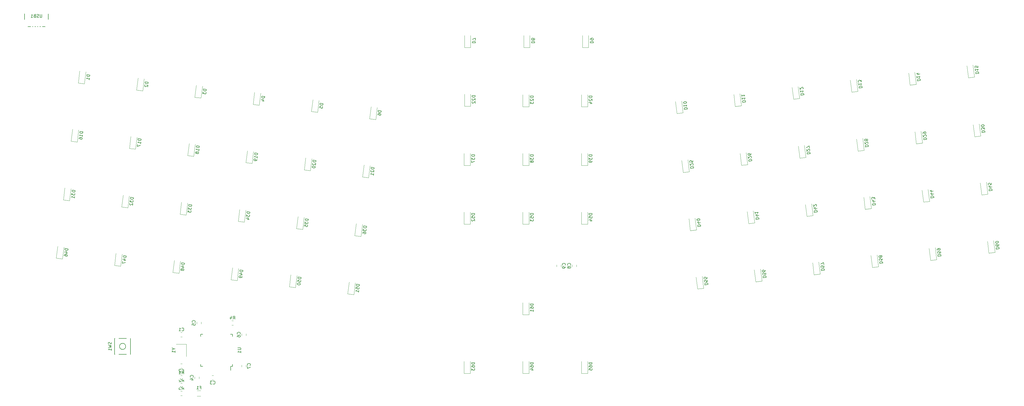
<source format=gbo>
G04 #@! TF.GenerationSoftware,KiCad,Pcbnew,(5.1.4)-1*
G04 #@! TF.CreationDate,2021-01-15T22:15:28-05:00*
G04 #@! TF.ProjectId,proto,70726f74-6f2e-46b6-9963-61645f706362,rev?*
G04 #@! TF.SameCoordinates,Original*
G04 #@! TF.FileFunction,Legend,Bot*
G04 #@! TF.FilePolarity,Positive*
%FSLAX46Y46*%
G04 Gerber Fmt 4.6, Leading zero omitted, Abs format (unit mm)*
G04 Created by KiCad (PCBNEW (5.1.4)-1) date 2021-01-15 22:15:28*
%MOMM*%
%LPD*%
G04 APERTURE LIST*
%ADD10C,0.120000*%
%ADD11C,0.150000*%
%ADD12R,2.102000X2.102000*%
%ADD13C,2.102000*%
%ADD14R,2.102000X3.302000*%
%ADD15C,0.100000*%
%ADD16C,1.077000*%
%ADD17O,1.802000X2.802000*%
%ADD18R,0.602000X2.352000*%
%ADD19R,1.302000X1.502000*%
%ADD20R,1.602000X0.652000*%
%ADD21R,0.652000X1.602000*%
%ADD22R,1.202000X1.902000*%
%ADD23C,1.852000*%
%ADD24R,2.007000X2.007000*%
%ADD25C,2.007000*%
%ADD26C,2.352000*%
%ADD27C,4.089800*%
%ADD28C,2.352000*%
%ADD29C,1.352000*%
%ADD30R,1.302000X1.002000*%
%ADD31C,1.002000*%
G04 APERTURE END LIST*
D10*
X175134200Y-115064278D02*
X175134200Y-114547122D01*
X176554200Y-115064278D02*
X176554200Y-114547122D01*
X181558000Y-114549422D02*
X181558000Y-115066578D01*
X180138000Y-114549422D02*
X180138000Y-115066578D01*
D11*
X2500000Y-31750000D02*
X2500000Y-37200000D01*
X10200000Y-31750000D02*
X10200000Y-37200000D01*
X2500000Y-37200000D02*
X10200000Y-37200000D01*
D10*
X54990000Y-140240000D02*
X54990000Y-144240000D01*
X51690000Y-140240000D02*
X54990000Y-140240000D01*
D11*
X69370000Y-147415000D02*
X69370000Y-148690000D01*
X69945000Y-137065000D02*
X69945000Y-137740000D01*
X59595000Y-137065000D02*
X59595000Y-137740000D01*
X59595000Y-147415000D02*
X59595000Y-146740000D01*
X69945000Y-147415000D02*
X69945000Y-146740000D01*
X59595000Y-147415000D02*
X60270000Y-147415000D01*
X59595000Y-137065000D02*
X60270000Y-137065000D01*
X69945000Y-137065000D02*
X69270000Y-137065000D01*
X69945000Y-147415000D02*
X69370000Y-147415000D01*
X36890000Y-143570000D02*
X36890000Y-138370000D01*
X36890000Y-138370000D02*
X31690000Y-138370000D01*
X31690000Y-138370000D02*
X31690000Y-143570000D01*
X31690000Y-143570000D02*
X36890000Y-143570000D01*
X35290000Y-140970000D02*
G75*
G03X35290000Y-140970000I-1000000J0D01*
G01*
D10*
X70210178Y-134060000D02*
X69693022Y-134060000D01*
X70210178Y-132640000D02*
X69693022Y-132640000D01*
X53598578Y-156920000D02*
X53081422Y-156920000D01*
X53598578Y-155500000D02*
X53081422Y-155500000D01*
X53598578Y-154380000D02*
X53081422Y-154380000D01*
X53598578Y-152960000D02*
X53081422Y-152960000D01*
X53598578Y-151840000D02*
X53081422Y-151840000D01*
X53598578Y-150420000D02*
X53081422Y-150420000D01*
X59657064Y-157120000D02*
X58452936Y-157120000D01*
X59657064Y-155300000D02*
X58452936Y-155300000D01*
X185150800Y-149700940D02*
X185150800Y-145800940D01*
X183150800Y-149700940D02*
X183150800Y-145800940D01*
X185150800Y-149700940D02*
X183150800Y-149700940D01*
X166100800Y-149700940D02*
X166100800Y-145800940D01*
X164100800Y-149700940D02*
X164100800Y-145800940D01*
X166100800Y-149700940D02*
X164100800Y-149700940D01*
X147050800Y-149700940D02*
X147050800Y-145800940D01*
X145050800Y-149700940D02*
X145050800Y-145800940D01*
X147050800Y-149700940D02*
X145050800Y-149700940D01*
X166100800Y-130650940D02*
X166100800Y-126750940D01*
X164100800Y-130650940D02*
X164100800Y-126750940D01*
X166100800Y-130650940D02*
X164100800Y-130650940D01*
X317333242Y-110491217D02*
X316857952Y-106620288D01*
X315348150Y-110734956D02*
X314872859Y-106864026D01*
X317333242Y-110491217D02*
X315348150Y-110734956D01*
X298425238Y-112812828D02*
X297949948Y-108941899D01*
X296440146Y-113056567D02*
X295964855Y-109185637D01*
X298425238Y-112812828D02*
X296440146Y-113056567D01*
X279517233Y-115134439D02*
X279041943Y-111263510D01*
X277532141Y-115378178D02*
X277056850Y-111507248D01*
X279517233Y-115134439D02*
X277532141Y-115378178D01*
X260609229Y-117456050D02*
X260133939Y-113585121D01*
X258624137Y-117699789D02*
X258148846Y-113828859D01*
X260609229Y-117456050D02*
X258624137Y-117699789D01*
X241701225Y-119777661D02*
X241225935Y-115906732D01*
X239716133Y-120021400D02*
X239240842Y-116150470D01*
X241701225Y-119777661D02*
X239716133Y-120021400D01*
X222793221Y-122099272D02*
X222317931Y-118228343D01*
X220808129Y-122343011D02*
X220332838Y-118472081D01*
X222793221Y-122099272D02*
X220808129Y-122343011D01*
X185150000Y-101310000D02*
X185150000Y-97410000D01*
X183150000Y-101310000D02*
X183150000Y-97410000D01*
X185150000Y-101310000D02*
X183150000Y-101310000D01*
X166100000Y-101310000D02*
X166100000Y-97410000D01*
X164100000Y-101310000D02*
X164100000Y-97410000D01*
X166100000Y-101310000D02*
X164100000Y-101310000D01*
X147050000Y-101310000D02*
X147050000Y-97410000D01*
X145050000Y-101310000D02*
X145050000Y-97410000D01*
X147050000Y-101310000D02*
X145050000Y-101310000D01*
X109280643Y-124194514D02*
X109755934Y-120323584D01*
X107295551Y-123950775D02*
X107770841Y-120079846D01*
X109280643Y-124194514D02*
X107295551Y-123950775D01*
X90372639Y-121872903D02*
X90847930Y-118001973D01*
X88387547Y-121629164D02*
X88862837Y-117758235D01*
X90372639Y-121872903D02*
X88387547Y-121629164D01*
X71464635Y-119551292D02*
X71939926Y-115680362D01*
X69479543Y-119307553D02*
X69954833Y-115436624D01*
X71464635Y-119551292D02*
X69479543Y-119307553D01*
X52556631Y-117229681D02*
X53031922Y-113358751D01*
X50571539Y-116985942D02*
X51046829Y-113115013D01*
X52556631Y-117229681D02*
X50571539Y-116985942D01*
X33648627Y-114908070D02*
X34123918Y-111037140D01*
X31663535Y-114664331D02*
X32138825Y-110793402D01*
X33648627Y-114908070D02*
X31663535Y-114664331D01*
X14740622Y-112586459D02*
X15215913Y-108715529D01*
X12755530Y-112342720D02*
X13230820Y-108471791D01*
X14740622Y-112586459D02*
X12755530Y-112342720D01*
X315011631Y-91583213D02*
X314536341Y-87712284D01*
X313026539Y-91826952D02*
X312551248Y-87956022D01*
X315011631Y-91583213D02*
X313026539Y-91826952D01*
X296103627Y-93904824D02*
X295628337Y-90033895D01*
X294118535Y-94148563D02*
X293643244Y-90277633D01*
X296103627Y-93904824D02*
X294118535Y-94148563D01*
X277195622Y-96226435D02*
X276720332Y-92355506D01*
X275210530Y-96470174D02*
X274735239Y-92599244D01*
X277195622Y-96226435D02*
X275210530Y-96470174D01*
X258287618Y-98548046D02*
X257812328Y-94677117D01*
X256302526Y-98791785D02*
X255827235Y-94920855D01*
X258287618Y-98548046D02*
X256302526Y-98791785D01*
X239379614Y-100869657D02*
X238904324Y-96998728D01*
X237394522Y-101113396D02*
X236919231Y-97242466D01*
X239379614Y-100869657D02*
X237394522Y-101113396D01*
X220471610Y-103191268D02*
X219996320Y-99320339D01*
X218486518Y-103435007D02*
X218011227Y-99564077D01*
X220471610Y-103191268D02*
X218486518Y-103435007D01*
X185150000Y-82260000D02*
X185150000Y-78360000D01*
X183150000Y-82260000D02*
X183150000Y-78360000D01*
X185150000Y-82260000D02*
X183150000Y-82260000D01*
X166100000Y-82260000D02*
X166100000Y-78360000D01*
X164100000Y-82260000D02*
X164100000Y-78360000D01*
X166100000Y-82260000D02*
X164100000Y-82260000D01*
X147050000Y-82260000D02*
X147050000Y-78360000D01*
X145050000Y-82260000D02*
X145050000Y-78360000D01*
X147050000Y-82260000D02*
X145050000Y-82260000D01*
X111602254Y-105286509D02*
X112077545Y-101415579D01*
X109617162Y-105042770D02*
X110092452Y-101171841D01*
X111602254Y-105286509D02*
X109617162Y-105042770D01*
X92694250Y-102964898D02*
X93169541Y-99093968D01*
X90709158Y-102721159D02*
X91184448Y-98850230D01*
X92694250Y-102964898D02*
X90709158Y-102721159D01*
X73786246Y-100643287D02*
X74261537Y-96772357D01*
X71801154Y-100399548D02*
X72276444Y-96528619D01*
X73786246Y-100643287D02*
X71801154Y-100399548D01*
X54878242Y-98321676D02*
X55353533Y-94450746D01*
X52893150Y-98077937D02*
X53368440Y-94207008D01*
X54878242Y-98321676D02*
X52893150Y-98077937D01*
X35970238Y-96000065D02*
X36445529Y-92129135D01*
X33985146Y-95756326D02*
X34460436Y-91885397D01*
X35970238Y-96000065D02*
X33985146Y-95756326D01*
X17062233Y-93678454D02*
X17537524Y-89807524D01*
X15077141Y-93434715D02*
X15552431Y-89563786D01*
X17062233Y-93678454D02*
X15077141Y-93434715D01*
X312690020Y-72675208D02*
X312214730Y-68804279D01*
X310704928Y-72918947D02*
X310229637Y-69048017D01*
X312690020Y-72675208D02*
X310704928Y-72918947D01*
X293782016Y-74996819D02*
X293306726Y-71125890D01*
X291796924Y-75240558D02*
X291321633Y-71369628D01*
X293782016Y-74996819D02*
X291796924Y-75240558D01*
X274874011Y-77318430D02*
X274398721Y-73447501D01*
X272888919Y-77562169D02*
X272413628Y-73691239D01*
X274874011Y-77318430D02*
X272888919Y-77562169D01*
X255966007Y-79640041D02*
X255490717Y-75769112D01*
X253980915Y-79883780D02*
X253505624Y-76012850D01*
X255966007Y-79640041D02*
X253980915Y-79883780D01*
X237058003Y-81961652D02*
X236582713Y-78090723D01*
X235072911Y-82205391D02*
X234597620Y-78334461D01*
X237058003Y-81961652D02*
X235072911Y-82205391D01*
X218149999Y-84283263D02*
X217674709Y-80412334D01*
X216164907Y-84527002D02*
X215689616Y-80656072D01*
X218149999Y-84283263D02*
X216164907Y-84527002D01*
X185150000Y-63210000D02*
X185150000Y-59310000D01*
X183150000Y-63210000D02*
X183150000Y-59310000D01*
X185150000Y-63210000D02*
X183150000Y-63210000D01*
X166100000Y-63210000D02*
X166100000Y-59310000D01*
X164100000Y-63210000D02*
X164100000Y-59310000D01*
X166100000Y-63210000D02*
X164100000Y-63210000D01*
X147208750Y-63051250D02*
X147208750Y-59151250D01*
X145208750Y-63051250D02*
X145208750Y-59151250D01*
X147208750Y-63051250D02*
X145208750Y-63051250D01*
X114100779Y-86240285D02*
X114576070Y-82369355D01*
X112115687Y-85996546D02*
X112590977Y-82125617D01*
X114100779Y-86240285D02*
X112115687Y-85996546D01*
X95192775Y-83918674D02*
X95668066Y-80047744D01*
X93207683Y-83674935D02*
X93682973Y-79804006D01*
X95192775Y-83918674D02*
X93207683Y-83674935D01*
X76284770Y-81597063D02*
X76760061Y-77726133D01*
X74299678Y-81353324D02*
X74774968Y-77482395D01*
X76284770Y-81597063D02*
X74299678Y-81353324D01*
X57376766Y-79275452D02*
X57852057Y-75404522D01*
X55391674Y-79031713D02*
X55866964Y-75160784D01*
X57376766Y-79275452D02*
X55391674Y-79031713D01*
X38468762Y-76953841D02*
X38944053Y-73082911D01*
X36483670Y-76710102D02*
X36958960Y-72839173D01*
X38468762Y-76953841D02*
X36483670Y-76710102D01*
X19560758Y-74632230D02*
X20036049Y-70761300D01*
X17575666Y-74388491D02*
X18050956Y-70517562D01*
X19560758Y-74632230D02*
X17575666Y-74388491D01*
X310664196Y-53570944D02*
X310188906Y-49700015D01*
X308679104Y-53814683D02*
X308203813Y-49943753D01*
X310664196Y-53570944D02*
X308679104Y-53814683D01*
X291756191Y-55892555D02*
X291280901Y-52021626D01*
X289771099Y-56136294D02*
X289295808Y-52265364D01*
X291756191Y-55892555D02*
X289771099Y-56136294D01*
X272848187Y-58214166D02*
X272372897Y-54343237D01*
X270863095Y-58457905D02*
X270387804Y-54586975D01*
X272848187Y-58214166D02*
X270863095Y-58457905D01*
X253940183Y-60535777D02*
X253464893Y-56664848D01*
X251955091Y-60779516D02*
X251479800Y-56908586D01*
X253940183Y-60535777D02*
X251955091Y-60779516D01*
X235032179Y-62857388D02*
X234556889Y-58986459D01*
X233047087Y-63101127D02*
X232571796Y-59230197D01*
X235032179Y-62857388D02*
X233047087Y-63101127D01*
X216124175Y-65178999D02*
X215648885Y-61308070D01*
X214139083Y-65422738D02*
X213663792Y-61551808D01*
X216124175Y-65178999D02*
X214139083Y-65422738D01*
X185467500Y-44001250D02*
X185467500Y-40101250D01*
X183467500Y-44001250D02*
X183467500Y-40101250D01*
X185467500Y-44001250D02*
X183467500Y-44001250D01*
X166417500Y-44001250D02*
X166417500Y-40101250D01*
X164417500Y-44001250D02*
X164417500Y-40101250D01*
X166417500Y-44001250D02*
X164417500Y-44001250D01*
X147208750Y-44001250D02*
X147208750Y-40101250D01*
X145208750Y-44001250D02*
X145208750Y-40101250D01*
X147208750Y-44001250D02*
X145208750Y-44001250D01*
X116422390Y-67332281D02*
X116897681Y-63461351D01*
X114437298Y-67088542D02*
X114912588Y-63217613D01*
X116422390Y-67332281D02*
X114437298Y-67088542D01*
X97514386Y-65010670D02*
X97989677Y-61139740D01*
X95529294Y-64766931D02*
X96004584Y-60896002D01*
X97514386Y-65010670D02*
X95529294Y-64766931D01*
X78606381Y-62689059D02*
X79081672Y-58818129D01*
X76621289Y-62445320D02*
X77096579Y-58574391D01*
X78606381Y-62689059D02*
X76621289Y-62445320D01*
X59698377Y-60367448D02*
X60173668Y-56496518D01*
X57713285Y-60123709D02*
X58188575Y-56252780D01*
X59698377Y-60367448D02*
X57713285Y-60123709D01*
X40790373Y-58045837D02*
X41265664Y-54174907D01*
X38805281Y-57802098D02*
X39280571Y-53931169D01*
X40790373Y-58045837D02*
X38805281Y-57802098D01*
X21882369Y-55724226D02*
X22357660Y-51853296D01*
X19897277Y-55480487D02*
X20372567Y-51609558D01*
X21882369Y-55724226D02*
X19897277Y-55480487D01*
X72950000Y-147578578D02*
X72950000Y-147061422D01*
X74370000Y-147578578D02*
X74370000Y-147061422D01*
X74370000Y-136901422D02*
X74370000Y-137418578D01*
X72950000Y-136901422D02*
X72950000Y-137418578D01*
X59765000Y-133091422D02*
X59765000Y-133608578D01*
X58345000Y-133091422D02*
X58345000Y-133608578D01*
X59130000Y-150871422D02*
X59130000Y-151388578D01*
X57710000Y-150871422D02*
X57710000Y-151388578D01*
X63241422Y-150420000D02*
X63758578Y-150420000D01*
X63241422Y-151840000D02*
X63758578Y-151840000D01*
X53081422Y-148030000D02*
X53598578Y-148030000D01*
X53081422Y-146610000D02*
X53598578Y-146610000D01*
X53598578Y-137870000D02*
X53081422Y-137870000D01*
X53598578Y-136450000D02*
X53081422Y-136450000D01*
D11*
X177851342Y-114639033D02*
X177898961Y-114591414D01*
X177946580Y-114448557D01*
X177946580Y-114353319D01*
X177898961Y-114210461D01*
X177803723Y-114115223D01*
X177708485Y-114067604D01*
X177518009Y-114019985D01*
X177375152Y-114019985D01*
X177184676Y-114067604D01*
X177089438Y-114115223D01*
X176994200Y-114210461D01*
X176946580Y-114353319D01*
X176946580Y-114448557D01*
X176994200Y-114591414D01*
X177041819Y-114639033D01*
X177946580Y-115115223D02*
X177946580Y-115305700D01*
X177898961Y-115400938D01*
X177851342Y-115448557D01*
X177708485Y-115543795D01*
X177518009Y-115591414D01*
X177137057Y-115591414D01*
X177041819Y-115543795D01*
X176994200Y-115496176D01*
X176946580Y-115400938D01*
X176946580Y-115210461D01*
X176994200Y-115115223D01*
X177041819Y-115067604D01*
X177137057Y-115019985D01*
X177375152Y-115019985D01*
X177470390Y-115067604D01*
X177518009Y-115115223D01*
X177565628Y-115210461D01*
X177565628Y-115400938D01*
X177518009Y-115496176D01*
X177470390Y-115543795D01*
X177375152Y-115591414D01*
X179555142Y-114641333D02*
X179602761Y-114593714D01*
X179650380Y-114450857D01*
X179650380Y-114355619D01*
X179602761Y-114212761D01*
X179507523Y-114117523D01*
X179412285Y-114069904D01*
X179221809Y-114022285D01*
X179078952Y-114022285D01*
X178888476Y-114069904D01*
X178793238Y-114117523D01*
X178698000Y-114212761D01*
X178650380Y-114355619D01*
X178650380Y-114450857D01*
X178698000Y-114593714D01*
X178745619Y-114641333D01*
X179078952Y-115212761D02*
X179031333Y-115117523D01*
X178983714Y-115069904D01*
X178888476Y-115022285D01*
X178840857Y-115022285D01*
X178745619Y-115069904D01*
X178698000Y-115117523D01*
X178650380Y-115212761D01*
X178650380Y-115403238D01*
X178698000Y-115498476D01*
X178745619Y-115546095D01*
X178840857Y-115593714D01*
X178888476Y-115593714D01*
X178983714Y-115546095D01*
X179031333Y-115498476D01*
X179078952Y-115403238D01*
X179078952Y-115212761D01*
X179126571Y-115117523D01*
X179174190Y-115069904D01*
X179269428Y-115022285D01*
X179459904Y-115022285D01*
X179555142Y-115069904D01*
X179602761Y-115117523D01*
X179650380Y-115212761D01*
X179650380Y-115403238D01*
X179602761Y-115498476D01*
X179555142Y-115546095D01*
X179459904Y-115593714D01*
X179269428Y-115593714D01*
X179174190Y-115546095D01*
X179126571Y-115498476D01*
X179078952Y-115403238D01*
X8088095Y-33234380D02*
X8088095Y-34043904D01*
X8040476Y-34139142D01*
X7992857Y-34186761D01*
X7897619Y-34234380D01*
X7707142Y-34234380D01*
X7611904Y-34186761D01*
X7564285Y-34139142D01*
X7516666Y-34043904D01*
X7516666Y-33234380D01*
X7088095Y-34186761D02*
X6945238Y-34234380D01*
X6707142Y-34234380D01*
X6611904Y-34186761D01*
X6564285Y-34139142D01*
X6516666Y-34043904D01*
X6516666Y-33948666D01*
X6564285Y-33853428D01*
X6611904Y-33805809D01*
X6707142Y-33758190D01*
X6897619Y-33710571D01*
X6992857Y-33662952D01*
X7040476Y-33615333D01*
X7088095Y-33520095D01*
X7088095Y-33424857D01*
X7040476Y-33329619D01*
X6992857Y-33282000D01*
X6897619Y-33234380D01*
X6659523Y-33234380D01*
X6516666Y-33282000D01*
X5754761Y-33710571D02*
X5611904Y-33758190D01*
X5564285Y-33805809D01*
X5516666Y-33901047D01*
X5516666Y-34043904D01*
X5564285Y-34139142D01*
X5611904Y-34186761D01*
X5707142Y-34234380D01*
X6088095Y-34234380D01*
X6088095Y-33234380D01*
X5754761Y-33234380D01*
X5659523Y-33282000D01*
X5611904Y-33329619D01*
X5564285Y-33424857D01*
X5564285Y-33520095D01*
X5611904Y-33615333D01*
X5659523Y-33662952D01*
X5754761Y-33710571D01*
X6088095Y-33710571D01*
X4564285Y-34234380D02*
X5135714Y-34234380D01*
X4850000Y-34234380D02*
X4850000Y-33234380D01*
X4945238Y-33377238D01*
X5040476Y-33472476D01*
X5135714Y-33520095D01*
X50866190Y-141763809D02*
X51342380Y-141763809D01*
X50342380Y-141430476D02*
X50866190Y-141763809D01*
X50342380Y-142097142D01*
X51342380Y-142954285D02*
X51342380Y-142382857D01*
X51342380Y-142668571D02*
X50342380Y-142668571D01*
X50485238Y-142573333D01*
X50580476Y-142478095D01*
X50628095Y-142382857D01*
X71672380Y-141478095D02*
X72481904Y-141478095D01*
X72577142Y-141525714D01*
X72624761Y-141573333D01*
X72672380Y-141668571D01*
X72672380Y-141859047D01*
X72624761Y-141954285D01*
X72577142Y-142001904D01*
X72481904Y-142049523D01*
X71672380Y-142049523D01*
X72672380Y-143049523D02*
X72672380Y-142478095D01*
X72672380Y-142763809D02*
X71672380Y-142763809D01*
X71815238Y-142668571D01*
X71910476Y-142573333D01*
X71958095Y-142478095D01*
X30630761Y-139636666D02*
X30678380Y-139779523D01*
X30678380Y-140017619D01*
X30630761Y-140112857D01*
X30583142Y-140160476D01*
X30487904Y-140208095D01*
X30392666Y-140208095D01*
X30297428Y-140160476D01*
X30249809Y-140112857D01*
X30202190Y-140017619D01*
X30154571Y-139827142D01*
X30106952Y-139731904D01*
X30059333Y-139684285D01*
X29964095Y-139636666D01*
X29868857Y-139636666D01*
X29773619Y-139684285D01*
X29726000Y-139731904D01*
X29678380Y-139827142D01*
X29678380Y-140065238D01*
X29726000Y-140208095D01*
X29678380Y-140541428D02*
X30678380Y-140779523D01*
X29964095Y-140970000D01*
X30678380Y-141160476D01*
X29678380Y-141398571D01*
X30678380Y-142303333D02*
X30678380Y-141731904D01*
X30678380Y-142017619D02*
X29678380Y-142017619D01*
X29821238Y-141922380D01*
X29916476Y-141827142D01*
X29964095Y-141731904D01*
X70118266Y-132152380D02*
X70451600Y-131676190D01*
X70689695Y-132152380D02*
X70689695Y-131152380D01*
X70308742Y-131152380D01*
X70213504Y-131200000D01*
X70165885Y-131247619D01*
X70118266Y-131342857D01*
X70118266Y-131485714D01*
X70165885Y-131580952D01*
X70213504Y-131628571D01*
X70308742Y-131676190D01*
X70689695Y-131676190D01*
X69261123Y-131485714D02*
X69261123Y-132152380D01*
X69499219Y-131104761D02*
X69737314Y-131819047D01*
X69118266Y-131819047D01*
X53506666Y-155012380D02*
X53840000Y-154536190D01*
X54078095Y-155012380D02*
X54078095Y-154012380D01*
X53697142Y-154012380D01*
X53601904Y-154060000D01*
X53554285Y-154107619D01*
X53506666Y-154202857D01*
X53506666Y-154345714D01*
X53554285Y-154440952D01*
X53601904Y-154488571D01*
X53697142Y-154536190D01*
X54078095Y-154536190D01*
X53173333Y-154012380D02*
X52554285Y-154012380D01*
X52887619Y-154393333D01*
X52744761Y-154393333D01*
X52649523Y-154440952D01*
X52601904Y-154488571D01*
X52554285Y-154583809D01*
X52554285Y-154821904D01*
X52601904Y-154917142D01*
X52649523Y-154964761D01*
X52744761Y-155012380D01*
X53030476Y-155012380D01*
X53125714Y-154964761D01*
X53173333Y-154917142D01*
X53506666Y-152472380D02*
X53840000Y-151996190D01*
X54078095Y-152472380D02*
X54078095Y-151472380D01*
X53697142Y-151472380D01*
X53601904Y-151520000D01*
X53554285Y-151567619D01*
X53506666Y-151662857D01*
X53506666Y-151805714D01*
X53554285Y-151900952D01*
X53601904Y-151948571D01*
X53697142Y-151996190D01*
X54078095Y-151996190D01*
X53125714Y-151567619D02*
X53078095Y-151520000D01*
X52982857Y-151472380D01*
X52744761Y-151472380D01*
X52649523Y-151520000D01*
X52601904Y-151567619D01*
X52554285Y-151662857D01*
X52554285Y-151758095D01*
X52601904Y-151900952D01*
X53173333Y-152472380D01*
X52554285Y-152472380D01*
X53506666Y-149932380D02*
X53840000Y-149456190D01*
X54078095Y-149932380D02*
X54078095Y-148932380D01*
X53697142Y-148932380D01*
X53601904Y-148980000D01*
X53554285Y-149027619D01*
X53506666Y-149122857D01*
X53506666Y-149265714D01*
X53554285Y-149360952D01*
X53601904Y-149408571D01*
X53697142Y-149456190D01*
X54078095Y-149456190D01*
X52554285Y-149932380D02*
X53125714Y-149932380D01*
X52840000Y-149932380D02*
X52840000Y-148932380D01*
X52935238Y-149075238D01*
X53030476Y-149170476D01*
X53125714Y-149218095D01*
X59388333Y-154318571D02*
X59721666Y-154318571D01*
X59721666Y-154842380D02*
X59721666Y-153842380D01*
X59245476Y-153842380D01*
X58340714Y-154842380D02*
X58912142Y-154842380D01*
X58626428Y-154842380D02*
X58626428Y-153842380D01*
X58721666Y-153985238D01*
X58816904Y-154080476D01*
X58912142Y-154128095D01*
X186603180Y-146236654D02*
X185603180Y-146236654D01*
X185603180Y-146474749D01*
X185650800Y-146617606D01*
X185746038Y-146712844D01*
X185841276Y-146760463D01*
X186031752Y-146808082D01*
X186174609Y-146808082D01*
X186365085Y-146760463D01*
X186460323Y-146712844D01*
X186555561Y-146617606D01*
X186603180Y-146474749D01*
X186603180Y-146236654D01*
X185603180Y-147665225D02*
X185603180Y-147474749D01*
X185650800Y-147379511D01*
X185698419Y-147331892D01*
X185841276Y-147236654D01*
X186031752Y-147189035D01*
X186412704Y-147189035D01*
X186507942Y-147236654D01*
X186555561Y-147284273D01*
X186603180Y-147379511D01*
X186603180Y-147569987D01*
X186555561Y-147665225D01*
X186507942Y-147712844D01*
X186412704Y-147760463D01*
X186174609Y-147760463D01*
X186079371Y-147712844D01*
X186031752Y-147665225D01*
X185984133Y-147569987D01*
X185984133Y-147379511D01*
X186031752Y-147284273D01*
X186079371Y-147236654D01*
X186174609Y-147189035D01*
X185603180Y-148665225D02*
X185603180Y-148189035D01*
X186079371Y-148141416D01*
X186031752Y-148189035D01*
X185984133Y-148284273D01*
X185984133Y-148522368D01*
X186031752Y-148617606D01*
X186079371Y-148665225D01*
X186174609Y-148712844D01*
X186412704Y-148712844D01*
X186507942Y-148665225D01*
X186555561Y-148617606D01*
X186603180Y-148522368D01*
X186603180Y-148284273D01*
X186555561Y-148189035D01*
X186507942Y-148141416D01*
X167553180Y-146236654D02*
X166553180Y-146236654D01*
X166553180Y-146474749D01*
X166600800Y-146617606D01*
X166696038Y-146712844D01*
X166791276Y-146760463D01*
X166981752Y-146808082D01*
X167124609Y-146808082D01*
X167315085Y-146760463D01*
X167410323Y-146712844D01*
X167505561Y-146617606D01*
X167553180Y-146474749D01*
X167553180Y-146236654D01*
X166553180Y-147665225D02*
X166553180Y-147474749D01*
X166600800Y-147379511D01*
X166648419Y-147331892D01*
X166791276Y-147236654D01*
X166981752Y-147189035D01*
X167362704Y-147189035D01*
X167457942Y-147236654D01*
X167505561Y-147284273D01*
X167553180Y-147379511D01*
X167553180Y-147569987D01*
X167505561Y-147665225D01*
X167457942Y-147712844D01*
X167362704Y-147760463D01*
X167124609Y-147760463D01*
X167029371Y-147712844D01*
X166981752Y-147665225D01*
X166934133Y-147569987D01*
X166934133Y-147379511D01*
X166981752Y-147284273D01*
X167029371Y-147236654D01*
X167124609Y-147189035D01*
X166886514Y-148617606D02*
X167553180Y-148617606D01*
X166505561Y-148379511D02*
X167219847Y-148141416D01*
X167219847Y-148760463D01*
X148503180Y-146236654D02*
X147503180Y-146236654D01*
X147503180Y-146474749D01*
X147550800Y-146617606D01*
X147646038Y-146712844D01*
X147741276Y-146760463D01*
X147931752Y-146808082D01*
X148074609Y-146808082D01*
X148265085Y-146760463D01*
X148360323Y-146712844D01*
X148455561Y-146617606D01*
X148503180Y-146474749D01*
X148503180Y-146236654D01*
X147503180Y-147665225D02*
X147503180Y-147474749D01*
X147550800Y-147379511D01*
X147598419Y-147331892D01*
X147741276Y-147236654D01*
X147931752Y-147189035D01*
X148312704Y-147189035D01*
X148407942Y-147236654D01*
X148455561Y-147284273D01*
X148503180Y-147379511D01*
X148503180Y-147569987D01*
X148455561Y-147665225D01*
X148407942Y-147712844D01*
X148312704Y-147760463D01*
X148074609Y-147760463D01*
X147979371Y-147712844D01*
X147931752Y-147665225D01*
X147884133Y-147569987D01*
X147884133Y-147379511D01*
X147931752Y-147284273D01*
X147979371Y-147236654D01*
X148074609Y-147189035D01*
X147503180Y-148093797D02*
X147503180Y-148712844D01*
X147884133Y-148379511D01*
X147884133Y-148522368D01*
X147931752Y-148617606D01*
X147979371Y-148665225D01*
X148074609Y-148712844D01*
X148312704Y-148712844D01*
X148407942Y-148665225D01*
X148455561Y-148617606D01*
X148503180Y-148522368D01*
X148503180Y-148236654D01*
X148455561Y-148141416D01*
X148407942Y-148093797D01*
X167553180Y-127186654D02*
X166553180Y-127186654D01*
X166553180Y-127424749D01*
X166600800Y-127567606D01*
X166696038Y-127662844D01*
X166791276Y-127710463D01*
X166981752Y-127758082D01*
X167124609Y-127758082D01*
X167315085Y-127710463D01*
X167410323Y-127662844D01*
X167505561Y-127567606D01*
X167553180Y-127424749D01*
X167553180Y-127186654D01*
X166553180Y-128615225D02*
X166553180Y-128424749D01*
X166600800Y-128329511D01*
X166648419Y-128281892D01*
X166791276Y-128186654D01*
X166981752Y-128139035D01*
X167362704Y-128139035D01*
X167457942Y-128186654D01*
X167505561Y-128234273D01*
X167553180Y-128329511D01*
X167553180Y-128519987D01*
X167505561Y-128615225D01*
X167457942Y-128662844D01*
X167362704Y-128710463D01*
X167124609Y-128710463D01*
X167029371Y-128662844D01*
X166981752Y-128615225D01*
X166934133Y-128519987D01*
X166934133Y-128329511D01*
X166981752Y-128234273D01*
X167029371Y-128186654D01*
X167124609Y-128139035D01*
X167553180Y-129662844D02*
X167553180Y-129091416D01*
X167553180Y-129377130D02*
X166553180Y-129377130D01*
X166696038Y-129281892D01*
X166791276Y-129186654D01*
X166838895Y-129091416D01*
X317750557Y-109396484D02*
X318743103Y-109274615D01*
X318714086Y-109038295D01*
X318649412Y-108902306D01*
X318543278Y-108819384D01*
X318442946Y-108783727D01*
X318248086Y-108759676D01*
X318106294Y-108777086D01*
X317923041Y-108847563D01*
X317834316Y-108906434D01*
X317751394Y-109012568D01*
X317721540Y-109160164D01*
X317750557Y-109396484D01*
X318569004Y-107856692D02*
X318592217Y-108045748D01*
X318556560Y-108146080D01*
X318515099Y-108199147D01*
X318384913Y-108311085D01*
X318201660Y-108381563D01*
X317823547Y-108427989D01*
X317723216Y-108392332D01*
X317670148Y-108350871D01*
X317611277Y-108262146D01*
X317588064Y-108073090D01*
X317623722Y-107972758D01*
X317665183Y-107919691D01*
X317753907Y-107860820D01*
X317990228Y-107831803D01*
X318090559Y-107867461D01*
X318143627Y-107908922D01*
X318202498Y-107997647D01*
X318225711Y-108186703D01*
X318190053Y-108287035D01*
X318148593Y-108340102D01*
X318059868Y-108398973D01*
X318481954Y-107147731D02*
X318470348Y-107053202D01*
X318411477Y-106964477D01*
X318358410Y-106923017D01*
X318258078Y-106887359D01*
X318063218Y-106863308D01*
X317826898Y-106892325D01*
X317643645Y-106962802D01*
X317554920Y-107021673D01*
X317513459Y-107074740D01*
X317477802Y-107175072D01*
X317489408Y-107269600D01*
X317548279Y-107358325D01*
X317601346Y-107399786D01*
X317701678Y-107435443D01*
X317896537Y-107459494D01*
X318132858Y-107430477D01*
X318316111Y-107360000D01*
X318404836Y-107301129D01*
X318446297Y-107248062D01*
X318481954Y-107147731D01*
X298842553Y-111718095D02*
X299835099Y-111596226D01*
X299806082Y-111359906D01*
X299741408Y-111223917D01*
X299635274Y-111140995D01*
X299534942Y-111105338D01*
X299340082Y-111081287D01*
X299198290Y-111098697D01*
X299015037Y-111169174D01*
X298926312Y-111228045D01*
X298843390Y-111334179D01*
X298813536Y-111481775D01*
X298842553Y-111718095D01*
X299655197Y-110131039D02*
X299713230Y-110603680D01*
X299246392Y-110708977D01*
X299287853Y-110655910D01*
X299323510Y-110555578D01*
X299294494Y-110319258D01*
X299235623Y-110230533D01*
X299182555Y-110189072D01*
X299082224Y-110153414D01*
X298845903Y-110182431D01*
X298757179Y-110241302D01*
X298715718Y-110294369D01*
X298680060Y-110394701D01*
X298709077Y-110631021D01*
X298767947Y-110719746D01*
X298821015Y-110761207D01*
X298598814Y-109733003D02*
X298575601Y-109543947D01*
X298611258Y-109443615D01*
X298652719Y-109390548D01*
X298782905Y-109278610D01*
X298966158Y-109208132D01*
X299344271Y-109161706D01*
X299444602Y-109197364D01*
X299497670Y-109238824D01*
X299556540Y-109327549D01*
X299579754Y-109516606D01*
X299544096Y-109616937D01*
X299502635Y-109670005D01*
X299413910Y-109728875D01*
X299177590Y-109757892D01*
X299077258Y-109722234D01*
X299024191Y-109680773D01*
X298965320Y-109592049D01*
X298942107Y-109402992D01*
X298977765Y-109302661D01*
X299019225Y-109249593D01*
X299107950Y-109190723D01*
X279934548Y-114039706D02*
X280927094Y-113917837D01*
X280898077Y-113681517D01*
X280833403Y-113545528D01*
X280727269Y-113462606D01*
X280626937Y-113426949D01*
X280432077Y-113402898D01*
X280290285Y-113420308D01*
X280107032Y-113490785D01*
X280018307Y-113549656D01*
X279935385Y-113655790D01*
X279905531Y-113803386D01*
X279934548Y-114039706D01*
X280747192Y-112452650D02*
X280805225Y-112925291D01*
X280338387Y-113030588D01*
X280379848Y-112977521D01*
X280415505Y-112877189D01*
X280386489Y-112640869D01*
X280327618Y-112552144D01*
X280274550Y-112510683D01*
X280174219Y-112475025D01*
X279937898Y-112504042D01*
X279849174Y-112562913D01*
X279807713Y-112615980D01*
X279772055Y-112716312D01*
X279801072Y-112952632D01*
X279859942Y-113041357D01*
X279913010Y-113082818D01*
X280246372Y-111890446D02*
X280305242Y-111979171D01*
X280358310Y-112020632D01*
X280458641Y-112056290D01*
X280505905Y-112050486D01*
X280594630Y-111991616D01*
X280636091Y-111938548D01*
X280671749Y-111838217D01*
X280648535Y-111649160D01*
X280589665Y-111560435D01*
X280536597Y-111518975D01*
X280436266Y-111483317D01*
X280389002Y-111489120D01*
X280300277Y-111547991D01*
X280258816Y-111601058D01*
X280223158Y-111701390D01*
X280246372Y-111890446D01*
X280210714Y-111990778D01*
X280169253Y-112043845D01*
X280080528Y-112102716D01*
X279891472Y-112125929D01*
X279791141Y-112090272D01*
X279738073Y-112048811D01*
X279679202Y-111960086D01*
X279655989Y-111771030D01*
X279691647Y-111670698D01*
X279733108Y-111617631D01*
X279821832Y-111558760D01*
X280010889Y-111535547D01*
X280111220Y-111571204D01*
X280164288Y-111612665D01*
X280223158Y-111701390D01*
X261026544Y-116361317D02*
X262019090Y-116239448D01*
X261990073Y-116003128D01*
X261925399Y-115867139D01*
X261819265Y-115784217D01*
X261718933Y-115748560D01*
X261524073Y-115724509D01*
X261382281Y-115741919D01*
X261199028Y-115812396D01*
X261110303Y-115871267D01*
X261027381Y-115977401D01*
X260997527Y-116124997D01*
X261026544Y-116361317D01*
X261839188Y-114774261D02*
X261897221Y-115246902D01*
X261430383Y-115352199D01*
X261471844Y-115299132D01*
X261507501Y-115198800D01*
X261478485Y-114962480D01*
X261419614Y-114873755D01*
X261366546Y-114832294D01*
X261266215Y-114796636D01*
X261029894Y-114825653D01*
X260941170Y-114884524D01*
X260899709Y-114937591D01*
X260864051Y-115037923D01*
X260893068Y-115274243D01*
X260951938Y-115362968D01*
X261005006Y-115404429D01*
X261792761Y-114396148D02*
X261711515Y-113734451D01*
X260771198Y-114281697D01*
X242118540Y-118682928D02*
X243111086Y-118561059D01*
X243082069Y-118324739D01*
X243017395Y-118188750D01*
X242911261Y-118105828D01*
X242810929Y-118070171D01*
X242616069Y-118046120D01*
X242474277Y-118063530D01*
X242291024Y-118134007D01*
X242202299Y-118192878D01*
X242119377Y-118299012D01*
X242089523Y-118446608D01*
X242118540Y-118682928D01*
X242931184Y-117095872D02*
X242989217Y-117568513D01*
X242522379Y-117673810D01*
X242563840Y-117620743D01*
X242599497Y-117520411D01*
X242570481Y-117284091D01*
X242511610Y-117195366D01*
X242458542Y-117153905D01*
X242358211Y-117118247D01*
X242121890Y-117147264D01*
X242033166Y-117206135D01*
X241991705Y-117259202D01*
X241956047Y-117359534D01*
X241985064Y-117595854D01*
X242043934Y-117684579D01*
X242097002Y-117726040D01*
X242820921Y-116197854D02*
X242844134Y-116386910D01*
X242808476Y-116487242D01*
X242767016Y-116540309D01*
X242636830Y-116652247D01*
X242453577Y-116722725D01*
X242075464Y-116769151D01*
X241975133Y-116733494D01*
X241922065Y-116692033D01*
X241863194Y-116603308D01*
X241839981Y-116414252D01*
X241875639Y-116313920D01*
X241917100Y-116260853D01*
X242005824Y-116201982D01*
X242242145Y-116172965D01*
X242342476Y-116208623D01*
X242395544Y-116250084D01*
X242454415Y-116338809D01*
X242477628Y-116527865D01*
X242441970Y-116628197D01*
X242400509Y-116681264D01*
X242311785Y-116740135D01*
X223210536Y-121004539D02*
X224203082Y-120882670D01*
X224174065Y-120646350D01*
X224109391Y-120510361D01*
X224003257Y-120427439D01*
X223902925Y-120391782D01*
X223708065Y-120367731D01*
X223566273Y-120385141D01*
X223383020Y-120455618D01*
X223294295Y-120514489D01*
X223211373Y-120620623D01*
X223181519Y-120768219D01*
X223210536Y-121004539D01*
X224023180Y-119417483D02*
X224081213Y-119890124D01*
X223614375Y-119995421D01*
X223655836Y-119942354D01*
X223691493Y-119842022D01*
X223662477Y-119605702D01*
X223603606Y-119516977D01*
X223550538Y-119475516D01*
X223450207Y-119439858D01*
X223213886Y-119468875D01*
X223125162Y-119527746D01*
X223083701Y-119580813D01*
X223048043Y-119681145D01*
X223077060Y-119917465D01*
X223135930Y-120006190D01*
X223188998Y-120047651D01*
X223907113Y-118472201D02*
X223965146Y-118944842D01*
X223498309Y-119050139D01*
X223539770Y-118997072D01*
X223575427Y-118896740D01*
X223546411Y-118660420D01*
X223487540Y-118571695D01*
X223434472Y-118530234D01*
X223334141Y-118494576D01*
X223097820Y-118523593D01*
X223009096Y-118582464D01*
X222967635Y-118635531D01*
X222931977Y-118735863D01*
X222960994Y-118972183D01*
X223019864Y-119060908D01*
X223072932Y-119102369D01*
X186602380Y-97845714D02*
X185602380Y-97845714D01*
X185602380Y-98083809D01*
X185650000Y-98226666D01*
X185745238Y-98321904D01*
X185840476Y-98369523D01*
X186030952Y-98417142D01*
X186173809Y-98417142D01*
X186364285Y-98369523D01*
X186459523Y-98321904D01*
X186554761Y-98226666D01*
X186602380Y-98083809D01*
X186602380Y-97845714D01*
X185602380Y-99321904D02*
X185602380Y-98845714D01*
X186078571Y-98798095D01*
X186030952Y-98845714D01*
X185983333Y-98940952D01*
X185983333Y-99179047D01*
X186030952Y-99274285D01*
X186078571Y-99321904D01*
X186173809Y-99369523D01*
X186411904Y-99369523D01*
X186507142Y-99321904D01*
X186554761Y-99274285D01*
X186602380Y-99179047D01*
X186602380Y-98940952D01*
X186554761Y-98845714D01*
X186507142Y-98798095D01*
X185935714Y-100226666D02*
X186602380Y-100226666D01*
X185554761Y-99988571D02*
X186269047Y-99750476D01*
X186269047Y-100369523D01*
X167552380Y-97845714D02*
X166552380Y-97845714D01*
X166552380Y-98083809D01*
X166600000Y-98226666D01*
X166695238Y-98321904D01*
X166790476Y-98369523D01*
X166980952Y-98417142D01*
X167123809Y-98417142D01*
X167314285Y-98369523D01*
X167409523Y-98321904D01*
X167504761Y-98226666D01*
X167552380Y-98083809D01*
X167552380Y-97845714D01*
X166552380Y-99321904D02*
X166552380Y-98845714D01*
X167028571Y-98798095D01*
X166980952Y-98845714D01*
X166933333Y-98940952D01*
X166933333Y-99179047D01*
X166980952Y-99274285D01*
X167028571Y-99321904D01*
X167123809Y-99369523D01*
X167361904Y-99369523D01*
X167457142Y-99321904D01*
X167504761Y-99274285D01*
X167552380Y-99179047D01*
X167552380Y-98940952D01*
X167504761Y-98845714D01*
X167457142Y-98798095D01*
X166552380Y-99702857D02*
X166552380Y-100321904D01*
X166933333Y-99988571D01*
X166933333Y-100131428D01*
X166980952Y-100226666D01*
X167028571Y-100274285D01*
X167123809Y-100321904D01*
X167361904Y-100321904D01*
X167457142Y-100274285D01*
X167504761Y-100226666D01*
X167552380Y-100131428D01*
X167552380Y-99845714D01*
X167504761Y-99750476D01*
X167457142Y-99702857D01*
X148502380Y-97845714D02*
X147502380Y-97845714D01*
X147502380Y-98083809D01*
X147550000Y-98226666D01*
X147645238Y-98321904D01*
X147740476Y-98369523D01*
X147930952Y-98417142D01*
X148073809Y-98417142D01*
X148264285Y-98369523D01*
X148359523Y-98321904D01*
X148454761Y-98226666D01*
X148502380Y-98083809D01*
X148502380Y-97845714D01*
X147502380Y-99321904D02*
X147502380Y-98845714D01*
X147978571Y-98798095D01*
X147930952Y-98845714D01*
X147883333Y-98940952D01*
X147883333Y-99179047D01*
X147930952Y-99274285D01*
X147978571Y-99321904D01*
X148073809Y-99369523D01*
X148311904Y-99369523D01*
X148407142Y-99321904D01*
X148454761Y-99274285D01*
X148502380Y-99179047D01*
X148502380Y-98940952D01*
X148454761Y-98845714D01*
X148407142Y-98798095D01*
X147597619Y-99750476D02*
X147550000Y-99798095D01*
X147502380Y-99893333D01*
X147502380Y-100131428D01*
X147550000Y-100226666D01*
X147597619Y-100274285D01*
X147692857Y-100321904D01*
X147788095Y-100321904D01*
X147930952Y-100274285D01*
X148502380Y-99702857D01*
X148502380Y-100321904D01*
X111144388Y-120933051D02*
X110151842Y-120811182D01*
X110122825Y-121047502D01*
X110152679Y-121195098D01*
X110235601Y-121301233D01*
X110324326Y-121360104D01*
X110507579Y-121430581D01*
X110649371Y-121447991D01*
X110844231Y-121423940D01*
X110944562Y-121388282D01*
X111050697Y-121305361D01*
X111115371Y-121169372D01*
X111144388Y-120933051D01*
X109971939Y-122276369D02*
X110029972Y-121803728D01*
X110508417Y-121814497D01*
X110455349Y-121855958D01*
X110396478Y-121944683D01*
X110367462Y-122181003D01*
X110403119Y-122281335D01*
X110444580Y-122334402D01*
X110533305Y-122393273D01*
X110769626Y-122422289D01*
X110869957Y-122386632D01*
X110923025Y-122345171D01*
X110981895Y-122256446D01*
X111010912Y-122020126D01*
X110975254Y-121919794D01*
X110933793Y-121866727D01*
X110842616Y-123390785D02*
X110912256Y-122823615D01*
X110877436Y-123107200D02*
X109884890Y-122985331D01*
X110038289Y-122908212D01*
X110144423Y-122825291D01*
X110203294Y-122736566D01*
X92236384Y-118611440D02*
X91243838Y-118489571D01*
X91214821Y-118725891D01*
X91244675Y-118873487D01*
X91327597Y-118979622D01*
X91416322Y-119038493D01*
X91599575Y-119108970D01*
X91741367Y-119126380D01*
X91936227Y-119102329D01*
X92036558Y-119066671D01*
X92142693Y-118983750D01*
X92207367Y-118847761D01*
X92236384Y-118611440D01*
X91063935Y-119954758D02*
X91121968Y-119482117D01*
X91600413Y-119492886D01*
X91547345Y-119534347D01*
X91488474Y-119623072D01*
X91459458Y-119859392D01*
X91495115Y-119959724D01*
X91536576Y-120012791D01*
X91625301Y-120071662D01*
X91861622Y-120100678D01*
X91961953Y-120065021D01*
X92015021Y-120023560D01*
X92073891Y-119934835D01*
X92102908Y-119698515D01*
X92067250Y-119598183D01*
X92025789Y-119545116D01*
X90982689Y-120616456D02*
X90971082Y-120710984D01*
X91006740Y-120811315D01*
X91048201Y-120864383D01*
X91136926Y-120923253D01*
X91320179Y-120993731D01*
X91556499Y-121022747D01*
X91751359Y-120998696D01*
X91851690Y-120963039D01*
X91904758Y-120921578D01*
X91963628Y-120832853D01*
X91975235Y-120738325D01*
X91939578Y-120637993D01*
X91898117Y-120584926D01*
X91809392Y-120526055D01*
X91626139Y-120455578D01*
X91389818Y-120426561D01*
X91194959Y-120450612D01*
X91094627Y-120486270D01*
X91041560Y-120527731D01*
X90982689Y-120616456D01*
X73328380Y-116289829D02*
X72335834Y-116167960D01*
X72306817Y-116404280D01*
X72336671Y-116551876D01*
X72419593Y-116658011D01*
X72508318Y-116716882D01*
X72691571Y-116787359D01*
X72833363Y-116804769D01*
X73028223Y-116780718D01*
X73128554Y-116745060D01*
X73234689Y-116662139D01*
X73299363Y-116526150D01*
X73328380Y-116289829D01*
X72492583Y-117626506D02*
X73154281Y-117707752D01*
X72143487Y-117343759D02*
X72881465Y-117194488D01*
X72806022Y-117808922D01*
X73084641Y-118274922D02*
X73061428Y-118463978D01*
X73002557Y-118552703D01*
X72949490Y-118594164D01*
X72796091Y-118671282D01*
X72601231Y-118695333D01*
X72223118Y-118648906D01*
X72134393Y-118590036D01*
X72092933Y-118536968D01*
X72057275Y-118436637D01*
X72080488Y-118247580D01*
X72139359Y-118158856D01*
X72192426Y-118117395D01*
X72292758Y-118081737D01*
X72529078Y-118110754D01*
X72617803Y-118169624D01*
X72659264Y-118222692D01*
X72694922Y-118323023D01*
X72671708Y-118512080D01*
X72612838Y-118600805D01*
X72559770Y-118642265D01*
X72459439Y-118677923D01*
X54420376Y-113968218D02*
X53427830Y-113846349D01*
X53398813Y-114082669D01*
X53428667Y-114230265D01*
X53511589Y-114336400D01*
X53600314Y-114395271D01*
X53783567Y-114465748D01*
X53925359Y-114483158D01*
X54120219Y-114459107D01*
X54220550Y-114423449D01*
X54326685Y-114340528D01*
X54391359Y-114204539D01*
X54420376Y-113968218D01*
X53584579Y-115304895D02*
X54246277Y-115386141D01*
X53235483Y-115022148D02*
X53973461Y-114872877D01*
X53898018Y-115487311D01*
X53597861Y-115978199D02*
X53562204Y-115877868D01*
X53520743Y-115824800D01*
X53432018Y-115765930D01*
X53384754Y-115760126D01*
X53284422Y-115795784D01*
X53231355Y-115837245D01*
X53172484Y-115925969D01*
X53149271Y-116115026D01*
X53184929Y-116215357D01*
X53226389Y-116268425D01*
X53315114Y-116327295D01*
X53362378Y-116333099D01*
X53462710Y-116297441D01*
X53515777Y-116255980D01*
X53574648Y-116167256D01*
X53597861Y-115978199D01*
X53656732Y-115889474D01*
X53709799Y-115848013D01*
X53810131Y-115812356D01*
X53999187Y-115835569D01*
X54087912Y-115894440D01*
X54129373Y-115947507D01*
X54165030Y-116047839D01*
X54141817Y-116236895D01*
X54082946Y-116325620D01*
X54029879Y-116367081D01*
X53929548Y-116402738D01*
X53740491Y-116379525D01*
X53651766Y-116320654D01*
X53610305Y-116267587D01*
X53574648Y-116167256D01*
X35512372Y-111646607D02*
X34519826Y-111524738D01*
X34490809Y-111761058D01*
X34520663Y-111908654D01*
X34603585Y-112014789D01*
X34692310Y-112073660D01*
X34875563Y-112144137D01*
X35017355Y-112161547D01*
X35212215Y-112137496D01*
X35312546Y-112101838D01*
X35418681Y-112018917D01*
X35483355Y-111882928D01*
X35512372Y-111646607D01*
X34676575Y-112983284D02*
X35338273Y-113064530D01*
X34327479Y-112700537D02*
X35065457Y-112551266D01*
X34990014Y-113165700D01*
X34293497Y-113368038D02*
X34212251Y-114029735D01*
X35257026Y-113726228D01*
X16604367Y-109324996D02*
X15611821Y-109203127D01*
X15582804Y-109439447D01*
X15612658Y-109587043D01*
X15695580Y-109693178D01*
X15784305Y-109752049D01*
X15967558Y-109822526D01*
X16109350Y-109839936D01*
X16304210Y-109815885D01*
X16404541Y-109780227D01*
X16510676Y-109697306D01*
X16575350Y-109561317D01*
X16604367Y-109324996D01*
X15768570Y-110661673D02*
X16430268Y-110742919D01*
X15419474Y-110378926D02*
X16157452Y-110229655D01*
X16082009Y-110844089D01*
X15321655Y-111566332D02*
X15344869Y-111377276D01*
X15403739Y-111288551D01*
X15456807Y-111247090D01*
X15610206Y-111169972D01*
X15805065Y-111145921D01*
X16183178Y-111192347D01*
X16271903Y-111251218D01*
X16313364Y-111304285D01*
X16349021Y-111404617D01*
X16325808Y-111593673D01*
X16266937Y-111682398D01*
X16213870Y-111723859D01*
X16113539Y-111759516D01*
X15877218Y-111730500D01*
X15788493Y-111671629D01*
X15747032Y-111618562D01*
X15711375Y-111518230D01*
X15734588Y-111329174D01*
X15793459Y-111240449D01*
X15846526Y-111198988D01*
X15946858Y-111163331D01*
X315428946Y-90488480D02*
X316421492Y-90366611D01*
X316392475Y-90130291D01*
X316327801Y-89994302D01*
X316221667Y-89911380D01*
X316121335Y-89875723D01*
X315926475Y-89851672D01*
X315784683Y-89869082D01*
X315601430Y-89939559D01*
X315512705Y-89998430D01*
X315429783Y-90104564D01*
X315399929Y-90252160D01*
X315428946Y-90488480D01*
X315916544Y-88989311D02*
X315254847Y-89070557D01*
X316323673Y-89179205D02*
X315643728Y-89502575D01*
X315568285Y-88888142D01*
X316125523Y-87956142D02*
X316183556Y-88428783D01*
X315716719Y-88534080D01*
X315758180Y-88481013D01*
X315793837Y-88380681D01*
X315764821Y-88144361D01*
X315705950Y-88055636D01*
X315652882Y-88014175D01*
X315552551Y-87978517D01*
X315316230Y-88007534D01*
X315227506Y-88066405D01*
X315186045Y-88119472D01*
X315150387Y-88219804D01*
X315179404Y-88456124D01*
X315238274Y-88544849D01*
X315291342Y-88586310D01*
X296520942Y-92810091D02*
X297513488Y-92688222D01*
X297484471Y-92451902D01*
X297419797Y-92315913D01*
X297313663Y-92232991D01*
X297213331Y-92197334D01*
X297018471Y-92173283D01*
X296876679Y-92190693D01*
X296693426Y-92261170D01*
X296604701Y-92320041D01*
X296521779Y-92426175D01*
X296491925Y-92573771D01*
X296520942Y-92810091D01*
X297008540Y-91310922D02*
X296346843Y-91392168D01*
X297415669Y-91500816D02*
X296735724Y-91824186D01*
X296660281Y-91209753D01*
X296892474Y-90365640D02*
X296230777Y-90446886D01*
X297299603Y-90555534D02*
X296619658Y-90878904D01*
X296544215Y-90264471D01*
X277612937Y-95131702D02*
X278605483Y-95009833D01*
X278576466Y-94773513D01*
X278511792Y-94637524D01*
X278405658Y-94554602D01*
X278305326Y-94518945D01*
X278110466Y-94494894D01*
X277968674Y-94512304D01*
X277785421Y-94582781D01*
X277696696Y-94641652D01*
X277613774Y-94747786D01*
X277583920Y-94895382D01*
X277612937Y-95131702D01*
X278100535Y-93632533D02*
X277438838Y-93713779D01*
X278507664Y-93822427D02*
X277827719Y-94145797D01*
X277752276Y-93531364D01*
X278379154Y-93166533D02*
X278303711Y-92552100D01*
X277966221Y-92929375D01*
X277948812Y-92787583D01*
X277889941Y-92698858D01*
X277836873Y-92657397D01*
X277736542Y-92621739D01*
X277500221Y-92650756D01*
X277411497Y-92709627D01*
X277370036Y-92762694D01*
X277334378Y-92863026D01*
X277369198Y-93146610D01*
X277428069Y-93235335D01*
X277481136Y-93276796D01*
X258704933Y-97453313D02*
X259697479Y-97331444D01*
X259668462Y-97095124D01*
X259603788Y-96959135D01*
X259497654Y-96876213D01*
X259397322Y-96840556D01*
X259202462Y-96816505D01*
X259060670Y-96833915D01*
X258877417Y-96904392D01*
X258788692Y-96963263D01*
X258705770Y-97069397D01*
X258675916Y-97216993D01*
X258704933Y-97453313D01*
X259192531Y-95954144D02*
X258530834Y-96035390D01*
X259599660Y-96144038D02*
X258919715Y-96467408D01*
X258844272Y-95852975D01*
X259370819Y-95452487D02*
X259412279Y-95399419D01*
X259447937Y-95299088D01*
X259418920Y-95062767D01*
X259360050Y-94974042D01*
X259306982Y-94932582D01*
X259206651Y-94896924D01*
X259112123Y-94908531D01*
X258976134Y-94973205D01*
X258478604Y-95610013D01*
X258403161Y-94995580D01*
X239796929Y-99774924D02*
X240789475Y-99653055D01*
X240760458Y-99416735D01*
X240695784Y-99280746D01*
X240589650Y-99197824D01*
X240489318Y-99162167D01*
X240294458Y-99138116D01*
X240152666Y-99155526D01*
X239969413Y-99226003D01*
X239880688Y-99284874D01*
X239797766Y-99391008D01*
X239767912Y-99538604D01*
X239796929Y-99774924D01*
X240284527Y-98275755D02*
X239622830Y-98357001D01*
X240691656Y-98465649D02*
X240011711Y-98789019D01*
X239936268Y-98174586D01*
X239495157Y-97317191D02*
X239564797Y-97884360D01*
X239529977Y-97600776D02*
X240522523Y-97478906D01*
X240392337Y-97590845D01*
X240309416Y-97696979D01*
X240273758Y-97797311D01*
X220888925Y-102096535D02*
X221881471Y-101974666D01*
X221852454Y-101738346D01*
X221787780Y-101602357D01*
X221681646Y-101519435D01*
X221581314Y-101483778D01*
X221386454Y-101459727D01*
X221244662Y-101477137D01*
X221061409Y-101547614D01*
X220972684Y-101606485D01*
X220889762Y-101712619D01*
X220859908Y-101860215D01*
X220888925Y-102096535D01*
X221376523Y-100597366D02*
X220714826Y-100678612D01*
X221783652Y-100787260D02*
X221103707Y-101110630D01*
X221028264Y-100496197D01*
X221620322Y-99847782D02*
X221608716Y-99753253D01*
X221549845Y-99664528D01*
X221496778Y-99623068D01*
X221396446Y-99587410D01*
X221201586Y-99563359D01*
X220965266Y-99592376D01*
X220782013Y-99662853D01*
X220693288Y-99721724D01*
X220651827Y-99774791D01*
X220616170Y-99875123D01*
X220627776Y-99969651D01*
X220686647Y-100058376D01*
X220739714Y-100099837D01*
X220840046Y-100135494D01*
X221034905Y-100159545D01*
X221271226Y-100130528D01*
X221454479Y-100060051D01*
X221543204Y-100001180D01*
X221584665Y-99948113D01*
X221620322Y-99847782D01*
X186602380Y-78795714D02*
X185602380Y-78795714D01*
X185602380Y-79033809D01*
X185650000Y-79176666D01*
X185745238Y-79271904D01*
X185840476Y-79319523D01*
X186030952Y-79367142D01*
X186173809Y-79367142D01*
X186364285Y-79319523D01*
X186459523Y-79271904D01*
X186554761Y-79176666D01*
X186602380Y-79033809D01*
X186602380Y-78795714D01*
X185602380Y-79700476D02*
X185602380Y-80319523D01*
X185983333Y-79986190D01*
X185983333Y-80129047D01*
X186030952Y-80224285D01*
X186078571Y-80271904D01*
X186173809Y-80319523D01*
X186411904Y-80319523D01*
X186507142Y-80271904D01*
X186554761Y-80224285D01*
X186602380Y-80129047D01*
X186602380Y-79843333D01*
X186554761Y-79748095D01*
X186507142Y-79700476D01*
X186602380Y-80795714D02*
X186602380Y-80986190D01*
X186554761Y-81081428D01*
X186507142Y-81129047D01*
X186364285Y-81224285D01*
X186173809Y-81271904D01*
X185792857Y-81271904D01*
X185697619Y-81224285D01*
X185650000Y-81176666D01*
X185602380Y-81081428D01*
X185602380Y-80890952D01*
X185650000Y-80795714D01*
X185697619Y-80748095D01*
X185792857Y-80700476D01*
X186030952Y-80700476D01*
X186126190Y-80748095D01*
X186173809Y-80795714D01*
X186221428Y-80890952D01*
X186221428Y-81081428D01*
X186173809Y-81176666D01*
X186126190Y-81224285D01*
X186030952Y-81271904D01*
X167552380Y-78795714D02*
X166552380Y-78795714D01*
X166552380Y-79033809D01*
X166600000Y-79176666D01*
X166695238Y-79271904D01*
X166790476Y-79319523D01*
X166980952Y-79367142D01*
X167123809Y-79367142D01*
X167314285Y-79319523D01*
X167409523Y-79271904D01*
X167504761Y-79176666D01*
X167552380Y-79033809D01*
X167552380Y-78795714D01*
X166552380Y-79700476D02*
X166552380Y-80319523D01*
X166933333Y-79986190D01*
X166933333Y-80129047D01*
X166980952Y-80224285D01*
X167028571Y-80271904D01*
X167123809Y-80319523D01*
X167361904Y-80319523D01*
X167457142Y-80271904D01*
X167504761Y-80224285D01*
X167552380Y-80129047D01*
X167552380Y-79843333D01*
X167504761Y-79748095D01*
X167457142Y-79700476D01*
X166980952Y-80890952D02*
X166933333Y-80795714D01*
X166885714Y-80748095D01*
X166790476Y-80700476D01*
X166742857Y-80700476D01*
X166647619Y-80748095D01*
X166600000Y-80795714D01*
X166552380Y-80890952D01*
X166552380Y-81081428D01*
X166600000Y-81176666D01*
X166647619Y-81224285D01*
X166742857Y-81271904D01*
X166790476Y-81271904D01*
X166885714Y-81224285D01*
X166933333Y-81176666D01*
X166980952Y-81081428D01*
X166980952Y-80890952D01*
X167028571Y-80795714D01*
X167076190Y-80748095D01*
X167171428Y-80700476D01*
X167361904Y-80700476D01*
X167457142Y-80748095D01*
X167504761Y-80795714D01*
X167552380Y-80890952D01*
X167552380Y-81081428D01*
X167504761Y-81176666D01*
X167457142Y-81224285D01*
X167361904Y-81271904D01*
X167171428Y-81271904D01*
X167076190Y-81224285D01*
X167028571Y-81176666D01*
X166980952Y-81081428D01*
X148502380Y-78795714D02*
X147502380Y-78795714D01*
X147502380Y-79033809D01*
X147550000Y-79176666D01*
X147645238Y-79271904D01*
X147740476Y-79319523D01*
X147930952Y-79367142D01*
X148073809Y-79367142D01*
X148264285Y-79319523D01*
X148359523Y-79271904D01*
X148454761Y-79176666D01*
X148502380Y-79033809D01*
X148502380Y-78795714D01*
X147502380Y-79700476D02*
X147502380Y-80319523D01*
X147883333Y-79986190D01*
X147883333Y-80129047D01*
X147930952Y-80224285D01*
X147978571Y-80271904D01*
X148073809Y-80319523D01*
X148311904Y-80319523D01*
X148407142Y-80271904D01*
X148454761Y-80224285D01*
X148502380Y-80129047D01*
X148502380Y-79843333D01*
X148454761Y-79748095D01*
X148407142Y-79700476D01*
X147502380Y-80652857D02*
X147502380Y-81319523D01*
X148502380Y-80890952D01*
X113465999Y-102025046D02*
X112473453Y-101903177D01*
X112444436Y-102139497D01*
X112474290Y-102287093D01*
X112557212Y-102393228D01*
X112645937Y-102452099D01*
X112829190Y-102522576D01*
X112970982Y-102539986D01*
X113165842Y-102515935D01*
X113266173Y-102480277D01*
X113372308Y-102397356D01*
X113436982Y-102261367D01*
X113465999Y-102025046D01*
X112363190Y-102801195D02*
X112287747Y-103415628D01*
X112706483Y-103131206D01*
X112689073Y-103272998D01*
X112724730Y-103373330D01*
X112766191Y-103426397D01*
X112854916Y-103485268D01*
X113091237Y-103514284D01*
X113191568Y-103478627D01*
X113244636Y-103437166D01*
X113303506Y-103348441D01*
X113338326Y-103064857D01*
X113302669Y-102964525D01*
X113261208Y-102911458D01*
X112183287Y-104266382D02*
X112206501Y-104077326D01*
X112265371Y-103988601D01*
X112318439Y-103947140D01*
X112471838Y-103870022D01*
X112666697Y-103845971D01*
X113044810Y-103892397D01*
X113133535Y-103951268D01*
X113174996Y-104004335D01*
X113210653Y-104104667D01*
X113187440Y-104293723D01*
X113128569Y-104382448D01*
X113075502Y-104423909D01*
X112975171Y-104459566D01*
X112738850Y-104430550D01*
X112650125Y-104371679D01*
X112608664Y-104318612D01*
X112573007Y-104218280D01*
X112596220Y-104029224D01*
X112655091Y-103940499D01*
X112708158Y-103899038D01*
X112808490Y-103863381D01*
X94557995Y-99703435D02*
X93565449Y-99581566D01*
X93536432Y-99817886D01*
X93566286Y-99965482D01*
X93649208Y-100071617D01*
X93737933Y-100130488D01*
X93921186Y-100200965D01*
X94062978Y-100218375D01*
X94257838Y-100194324D01*
X94358169Y-100158666D01*
X94464304Y-100075745D01*
X94528978Y-99939756D01*
X94557995Y-99703435D01*
X93455186Y-100479584D02*
X93379743Y-101094017D01*
X93798479Y-100809595D01*
X93781069Y-100951387D01*
X93816726Y-101051719D01*
X93858187Y-101104786D01*
X93946912Y-101163657D01*
X94183233Y-101192673D01*
X94283564Y-101157016D01*
X94336632Y-101115555D01*
X94395502Y-101026830D01*
X94430322Y-100743246D01*
X94394665Y-100642914D01*
X94353204Y-100589847D01*
X93269480Y-101992035D02*
X93327513Y-101519394D01*
X93805957Y-101530163D01*
X93752890Y-101571624D01*
X93694019Y-101660349D01*
X93665003Y-101896669D01*
X93700660Y-101997001D01*
X93742121Y-102050068D01*
X93830846Y-102108939D01*
X94067167Y-102137955D01*
X94167498Y-102102298D01*
X94220565Y-102060837D01*
X94279436Y-101972112D01*
X94308453Y-101735792D01*
X94272795Y-101635460D01*
X94231334Y-101582393D01*
X75649991Y-97381824D02*
X74657445Y-97259955D01*
X74628428Y-97496275D01*
X74658282Y-97643871D01*
X74741204Y-97750006D01*
X74829929Y-97808877D01*
X75013182Y-97879354D01*
X75154974Y-97896764D01*
X75349834Y-97872713D01*
X75450165Y-97837055D01*
X75556300Y-97754134D01*
X75620974Y-97618145D01*
X75649991Y-97381824D01*
X74547182Y-98157973D02*
X74471739Y-98772406D01*
X74890475Y-98487984D01*
X74873065Y-98629776D01*
X74908722Y-98730108D01*
X74950183Y-98783175D01*
X75038908Y-98842046D01*
X75275229Y-98871062D01*
X75375560Y-98835405D01*
X75428628Y-98793944D01*
X75487498Y-98705219D01*
X75522318Y-98421635D01*
X75486661Y-98321303D01*
X75445200Y-98268236D01*
X74698128Y-99663783D02*
X75359826Y-99745029D01*
X74349032Y-99381036D02*
X75087010Y-99231765D01*
X75011567Y-99846199D01*
X56741987Y-95060213D02*
X55749441Y-94938344D01*
X55720424Y-95174664D01*
X55750278Y-95322260D01*
X55833200Y-95428395D01*
X55921925Y-95487266D01*
X56105178Y-95557743D01*
X56246970Y-95575153D01*
X56441830Y-95551102D01*
X56542161Y-95515444D01*
X56648296Y-95432523D01*
X56712970Y-95296534D01*
X56741987Y-95060213D01*
X55639178Y-95836362D02*
X55563735Y-96450795D01*
X55982471Y-96166373D01*
X55965061Y-96308165D01*
X56000718Y-96408497D01*
X56042179Y-96461564D01*
X56130904Y-96520435D01*
X56367225Y-96549451D01*
X56467556Y-96513794D01*
X56520624Y-96472333D01*
X56579494Y-96383608D01*
X56614314Y-96100024D01*
X56578657Y-95999692D01*
X56537196Y-95946625D01*
X55523112Y-96781644D02*
X55447669Y-97396077D01*
X55866405Y-97111655D01*
X55848995Y-97253447D01*
X55884652Y-97353779D01*
X55926113Y-97406846D01*
X56014838Y-97465717D01*
X56251159Y-97494733D01*
X56351490Y-97459076D01*
X56404557Y-97417615D01*
X56463428Y-97328890D01*
X56498248Y-97045306D01*
X56462590Y-96944974D01*
X56421130Y-96891907D01*
X37833983Y-92738602D02*
X36841437Y-92616733D01*
X36812420Y-92853053D01*
X36842274Y-93000649D01*
X36925196Y-93106784D01*
X37013921Y-93165655D01*
X37197174Y-93236132D01*
X37338966Y-93253542D01*
X37533826Y-93229491D01*
X37634157Y-93193833D01*
X37740292Y-93110912D01*
X37804966Y-92974923D01*
X37833983Y-92738602D01*
X36731174Y-93514751D02*
X36655731Y-94129184D01*
X37074467Y-93844762D01*
X37057057Y-93986554D01*
X37092714Y-94086886D01*
X37134175Y-94139953D01*
X37222900Y-94198824D01*
X37459221Y-94227840D01*
X37559552Y-94192183D01*
X37612620Y-94150722D01*
X37671490Y-94061997D01*
X37706310Y-93778413D01*
X37670653Y-93678081D01*
X37629192Y-93625014D01*
X36703833Y-94518904D02*
X36650765Y-94560364D01*
X36591895Y-94649089D01*
X36562878Y-94885410D01*
X36598536Y-94985741D01*
X36639996Y-95038809D01*
X36728721Y-95097679D01*
X36823249Y-95109286D01*
X36970845Y-95079432D01*
X37607654Y-94581902D01*
X37532211Y-95196336D01*
X18925978Y-90416991D02*
X17933432Y-90295122D01*
X17904415Y-90531442D01*
X17934269Y-90679038D01*
X18017191Y-90785173D01*
X18105916Y-90844044D01*
X18289169Y-90914521D01*
X18430961Y-90931931D01*
X18625821Y-90907880D01*
X18726152Y-90872222D01*
X18832287Y-90789301D01*
X18896961Y-90653312D01*
X18925978Y-90416991D01*
X17823169Y-91193140D02*
X17747726Y-91807573D01*
X18166462Y-91523151D01*
X18149052Y-91664943D01*
X18184709Y-91765275D01*
X18226170Y-91818342D01*
X18314895Y-91877213D01*
X18551216Y-91906229D01*
X18651547Y-91870572D01*
X18704615Y-91829111D01*
X18763485Y-91740386D01*
X18798305Y-91456802D01*
X18762648Y-91356470D01*
X18721187Y-91303403D01*
X18624206Y-92874725D02*
X18693846Y-92307555D01*
X18659026Y-92591140D02*
X17666480Y-92469271D01*
X17819879Y-92392152D01*
X17926013Y-92309231D01*
X17984884Y-92220506D01*
X313107335Y-71580475D02*
X314099881Y-71458606D01*
X314070864Y-71222286D01*
X314006190Y-71086297D01*
X313900056Y-71003375D01*
X313799724Y-70967718D01*
X313604864Y-70943667D01*
X313463072Y-70961077D01*
X313279819Y-71031554D01*
X313191094Y-71090425D01*
X313108172Y-71196559D01*
X313078318Y-71344155D01*
X313107335Y-71580475D01*
X313989618Y-70560588D02*
X313914175Y-69946155D01*
X313576686Y-70323430D01*
X313559276Y-70181638D01*
X313500405Y-70092913D01*
X313447337Y-70051452D01*
X313347006Y-70015794D01*
X313110685Y-70044811D01*
X313021961Y-70103682D01*
X312980500Y-70156749D01*
X312944842Y-70257081D01*
X312979662Y-70540665D01*
X313038533Y-70629390D01*
X313091600Y-70670851D01*
X313838732Y-69331722D02*
X313827126Y-69237193D01*
X313768255Y-69148468D01*
X313715188Y-69107008D01*
X313614856Y-69071350D01*
X313419996Y-69047299D01*
X313183676Y-69076316D01*
X313000423Y-69146793D01*
X312911698Y-69205664D01*
X312870237Y-69258731D01*
X312834580Y-69359063D01*
X312846186Y-69453591D01*
X312905057Y-69542316D01*
X312958124Y-69583777D01*
X313058456Y-69619434D01*
X313253315Y-69643485D01*
X313489636Y-69614468D01*
X313672889Y-69543991D01*
X313761614Y-69485120D01*
X313803075Y-69432053D01*
X313838732Y-69331722D01*
X294199331Y-73902086D02*
X295191877Y-73780217D01*
X295162860Y-73543897D01*
X295098186Y-73407908D01*
X294992052Y-73324986D01*
X294891720Y-73289329D01*
X294696860Y-73265278D01*
X294555068Y-73282688D01*
X294371815Y-73353165D01*
X294283090Y-73412036D01*
X294200168Y-73518170D01*
X294170314Y-73665766D01*
X294199331Y-73902086D01*
X294981283Y-72846542D02*
X295022743Y-72793474D01*
X295058401Y-72693143D01*
X295029384Y-72456822D01*
X294970514Y-72368097D01*
X294917446Y-72326637D01*
X294817115Y-72290979D01*
X294722587Y-72302586D01*
X294586598Y-72367260D01*
X294089068Y-73004069D01*
X294013625Y-72389635D01*
X293955592Y-71916994D02*
X293932379Y-71727938D01*
X293968036Y-71627606D01*
X294009497Y-71574539D01*
X294139683Y-71462601D01*
X294322936Y-71392123D01*
X294701049Y-71345697D01*
X294801380Y-71381355D01*
X294854448Y-71422815D01*
X294913318Y-71511540D01*
X294936532Y-71700597D01*
X294900874Y-71800928D01*
X294859413Y-71853996D01*
X294770688Y-71912866D01*
X294534368Y-71941883D01*
X294434036Y-71906225D01*
X294380969Y-71864764D01*
X294322098Y-71776040D01*
X294298885Y-71586983D01*
X294334543Y-71486652D01*
X294376003Y-71433584D01*
X294464728Y-71374714D01*
X275291326Y-76223697D02*
X276283872Y-76101828D01*
X276254855Y-75865508D01*
X276190181Y-75729519D01*
X276084047Y-75646597D01*
X275983715Y-75610940D01*
X275788855Y-75586889D01*
X275647063Y-75604299D01*
X275463810Y-75674776D01*
X275375085Y-75733647D01*
X275292163Y-75839781D01*
X275262309Y-75987377D01*
X275291326Y-76223697D01*
X276073278Y-75168153D02*
X276114738Y-75115085D01*
X276150396Y-75014754D01*
X276121379Y-74778433D01*
X276062509Y-74689708D01*
X276009441Y-74648248D01*
X275909110Y-74612590D01*
X275814582Y-74624197D01*
X275678593Y-74688871D01*
X275181063Y-75325680D01*
X275105620Y-74711246D01*
X275603150Y-74074437D02*
X275662020Y-74163162D01*
X275715088Y-74204623D01*
X275815419Y-74240281D01*
X275862683Y-74234477D01*
X275951408Y-74175607D01*
X275992869Y-74122539D01*
X276028527Y-74022208D01*
X276005313Y-73833151D01*
X275946443Y-73744426D01*
X275893375Y-73702966D01*
X275793044Y-73667308D01*
X275745780Y-73673111D01*
X275657055Y-73731982D01*
X275615594Y-73785049D01*
X275579936Y-73885381D01*
X275603150Y-74074437D01*
X275567492Y-74174769D01*
X275526031Y-74227836D01*
X275437306Y-74286707D01*
X275248250Y-74309920D01*
X275147919Y-74274263D01*
X275094851Y-74232802D01*
X275035980Y-74144077D01*
X275012767Y-73955021D01*
X275048425Y-73854689D01*
X275089886Y-73801622D01*
X275178610Y-73742751D01*
X275367667Y-73719538D01*
X275467998Y-73755195D01*
X275521066Y-73796656D01*
X275579936Y-73885381D01*
X256383322Y-78545308D02*
X257375868Y-78423439D01*
X257346851Y-78187119D01*
X257282177Y-78051130D01*
X257176043Y-77968208D01*
X257075711Y-77932551D01*
X256880851Y-77908500D01*
X256739059Y-77925910D01*
X256555806Y-77996387D01*
X256467081Y-78055258D01*
X256384159Y-78161392D01*
X256354305Y-78308988D01*
X256383322Y-78545308D01*
X257165274Y-77489764D02*
X257206734Y-77436696D01*
X257242392Y-77336365D01*
X257213375Y-77100044D01*
X257154505Y-77011319D01*
X257101437Y-76969859D01*
X257001106Y-76934201D01*
X256906578Y-76945808D01*
X256770589Y-77010482D01*
X256273059Y-77647291D01*
X256197616Y-77032857D01*
X257149539Y-76580139D02*
X257068293Y-75918442D01*
X256127976Y-76465688D01*
X237475318Y-80866919D02*
X238467864Y-80745050D01*
X238438847Y-80508730D01*
X238374173Y-80372741D01*
X238268039Y-80289819D01*
X238167707Y-80254162D01*
X237972847Y-80230111D01*
X237831055Y-80247521D01*
X237647802Y-80317998D01*
X237559077Y-80376869D01*
X237476155Y-80483003D01*
X237446301Y-80630599D01*
X237475318Y-80866919D01*
X238257270Y-79811375D02*
X238298730Y-79758307D01*
X238334388Y-79657976D01*
X238305371Y-79421655D01*
X238246501Y-79332930D01*
X238193433Y-79291470D01*
X238093102Y-79255812D01*
X237998574Y-79267419D01*
X237862585Y-79332093D01*
X237365055Y-79968902D01*
X237289612Y-79354468D01*
X238177699Y-78381845D02*
X238200912Y-78570901D01*
X238165254Y-78671233D01*
X238123794Y-78724300D01*
X237993608Y-78836238D01*
X237810355Y-78906716D01*
X237432242Y-78953142D01*
X237331911Y-78917485D01*
X237278843Y-78876024D01*
X237219972Y-78787299D01*
X237196759Y-78598243D01*
X237232417Y-78497911D01*
X237273878Y-78444844D01*
X237362602Y-78385973D01*
X237598923Y-78356956D01*
X237699254Y-78392614D01*
X237752322Y-78434075D01*
X237811193Y-78522800D01*
X237834406Y-78711856D01*
X237798748Y-78812188D01*
X237757287Y-78865255D01*
X237668563Y-78924126D01*
X218567314Y-83188530D02*
X219559860Y-83066661D01*
X219530843Y-82830341D01*
X219466169Y-82694352D01*
X219360035Y-82611430D01*
X219259703Y-82575773D01*
X219064843Y-82551722D01*
X218923051Y-82569132D01*
X218739798Y-82639609D01*
X218651073Y-82698480D01*
X218568151Y-82804614D01*
X218538297Y-82952210D01*
X218567314Y-83188530D01*
X219349266Y-82132986D02*
X219390726Y-82079918D01*
X219426384Y-81979587D01*
X219397367Y-81743266D01*
X219338497Y-81654541D01*
X219285429Y-81613081D01*
X219185098Y-81577423D01*
X219090570Y-81589030D01*
X218954581Y-81653704D01*
X218457051Y-82290513D01*
X218381608Y-81676079D01*
X219263891Y-80656192D02*
X219321924Y-81128833D01*
X218855087Y-81234130D01*
X218896548Y-81181063D01*
X218932205Y-81080731D01*
X218903189Y-80844411D01*
X218844318Y-80755686D01*
X218791250Y-80714225D01*
X218690919Y-80678567D01*
X218454598Y-80707584D01*
X218365874Y-80766455D01*
X218324413Y-80819522D01*
X218288755Y-80919854D01*
X218317772Y-81156174D01*
X218376642Y-81244899D01*
X218429710Y-81286360D01*
X186602380Y-59745714D02*
X185602380Y-59745714D01*
X185602380Y-59983809D01*
X185650000Y-60126666D01*
X185745238Y-60221904D01*
X185840476Y-60269523D01*
X186030952Y-60317142D01*
X186173809Y-60317142D01*
X186364285Y-60269523D01*
X186459523Y-60221904D01*
X186554761Y-60126666D01*
X186602380Y-59983809D01*
X186602380Y-59745714D01*
X185697619Y-60698095D02*
X185650000Y-60745714D01*
X185602380Y-60840952D01*
X185602380Y-61079047D01*
X185650000Y-61174285D01*
X185697619Y-61221904D01*
X185792857Y-61269523D01*
X185888095Y-61269523D01*
X186030952Y-61221904D01*
X186602380Y-60650476D01*
X186602380Y-61269523D01*
X185935714Y-62126666D02*
X186602380Y-62126666D01*
X185554761Y-61888571D02*
X186269047Y-61650476D01*
X186269047Y-62269523D01*
X167552380Y-59745714D02*
X166552380Y-59745714D01*
X166552380Y-59983809D01*
X166600000Y-60126666D01*
X166695238Y-60221904D01*
X166790476Y-60269523D01*
X166980952Y-60317142D01*
X167123809Y-60317142D01*
X167314285Y-60269523D01*
X167409523Y-60221904D01*
X167504761Y-60126666D01*
X167552380Y-59983809D01*
X167552380Y-59745714D01*
X166647619Y-60698095D02*
X166600000Y-60745714D01*
X166552380Y-60840952D01*
X166552380Y-61079047D01*
X166600000Y-61174285D01*
X166647619Y-61221904D01*
X166742857Y-61269523D01*
X166838095Y-61269523D01*
X166980952Y-61221904D01*
X167552380Y-60650476D01*
X167552380Y-61269523D01*
X166552380Y-61602857D02*
X166552380Y-62221904D01*
X166933333Y-61888571D01*
X166933333Y-62031428D01*
X166980952Y-62126666D01*
X167028571Y-62174285D01*
X167123809Y-62221904D01*
X167361904Y-62221904D01*
X167457142Y-62174285D01*
X167504761Y-62126666D01*
X167552380Y-62031428D01*
X167552380Y-61745714D01*
X167504761Y-61650476D01*
X167457142Y-61602857D01*
X148661130Y-59586964D02*
X147661130Y-59586964D01*
X147661130Y-59825059D01*
X147708750Y-59967916D01*
X147803988Y-60063154D01*
X147899226Y-60110773D01*
X148089702Y-60158392D01*
X148232559Y-60158392D01*
X148423035Y-60110773D01*
X148518273Y-60063154D01*
X148613511Y-59967916D01*
X148661130Y-59825059D01*
X148661130Y-59586964D01*
X147756369Y-60539345D02*
X147708750Y-60586964D01*
X147661130Y-60682202D01*
X147661130Y-60920297D01*
X147708750Y-61015535D01*
X147756369Y-61063154D01*
X147851607Y-61110773D01*
X147946845Y-61110773D01*
X148089702Y-61063154D01*
X148661130Y-60491726D01*
X148661130Y-61110773D01*
X147756369Y-61491726D02*
X147708750Y-61539345D01*
X147661130Y-61634583D01*
X147661130Y-61872678D01*
X147708750Y-61967916D01*
X147756369Y-62015535D01*
X147851607Y-62063154D01*
X147946845Y-62063154D01*
X148089702Y-62015535D01*
X148661130Y-61444107D01*
X148661130Y-62063154D01*
X115964524Y-82978822D02*
X114971978Y-82856953D01*
X114942961Y-83093273D01*
X114972815Y-83240869D01*
X115055737Y-83347004D01*
X115144462Y-83405875D01*
X115327715Y-83476352D01*
X115469507Y-83493762D01*
X115664367Y-83469711D01*
X115764698Y-83434053D01*
X115870833Y-83351132D01*
X115935507Y-83215143D01*
X115964524Y-82978822D01*
X114950440Y-83813842D02*
X114897372Y-83855302D01*
X114838502Y-83944027D01*
X114809485Y-84180348D01*
X114845143Y-84280679D01*
X114886603Y-84333747D01*
X114975328Y-84392617D01*
X115069856Y-84404224D01*
X115217452Y-84374370D01*
X115854261Y-83876840D01*
X115778818Y-84491274D01*
X115662752Y-85436556D02*
X115732392Y-84869386D01*
X115697572Y-85152971D02*
X114705026Y-85031102D01*
X114858425Y-84953983D01*
X114964559Y-84871062D01*
X115023430Y-84782337D01*
X97056520Y-80657211D02*
X96063974Y-80535342D01*
X96034957Y-80771662D01*
X96064811Y-80919258D01*
X96147733Y-81025393D01*
X96236458Y-81084264D01*
X96419711Y-81154741D01*
X96561503Y-81172151D01*
X96756363Y-81148100D01*
X96856694Y-81112442D01*
X96962829Y-81029521D01*
X97027503Y-80893532D01*
X97056520Y-80657211D01*
X96042436Y-81492231D02*
X95989368Y-81533691D01*
X95930498Y-81622416D01*
X95901481Y-81858737D01*
X95937139Y-81959068D01*
X95978599Y-82012136D01*
X96067324Y-82071006D01*
X96161852Y-82082613D01*
X96309448Y-82052759D01*
X96946257Y-81555229D01*
X96870814Y-82169663D01*
X95802825Y-82662227D02*
X95791218Y-82756755D01*
X95826876Y-82857086D01*
X95868337Y-82910154D01*
X95957062Y-82969024D01*
X96140315Y-83039502D01*
X96376635Y-83068518D01*
X96571495Y-83044467D01*
X96671826Y-83008810D01*
X96724894Y-82967349D01*
X96783764Y-82878624D01*
X96795371Y-82784096D01*
X96759714Y-82683764D01*
X96718253Y-82630697D01*
X96629528Y-82571826D01*
X96446275Y-82501349D01*
X96209954Y-82472332D01*
X96015095Y-82496383D01*
X95914763Y-82532041D01*
X95861696Y-82573502D01*
X95802825Y-82662227D01*
X78148515Y-78335600D02*
X77155969Y-78213731D01*
X77126952Y-78450051D01*
X77156806Y-78597647D01*
X77239728Y-78703782D01*
X77328453Y-78762653D01*
X77511706Y-78833130D01*
X77653498Y-78850540D01*
X77848358Y-78826489D01*
X77948689Y-78790831D01*
X78054824Y-78707910D01*
X78119498Y-78571921D01*
X78148515Y-78335600D01*
X77962809Y-79848052D02*
X78032449Y-79280882D01*
X77997629Y-79564467D02*
X77005083Y-79442598D01*
X77158482Y-79365479D01*
X77264616Y-79282558D01*
X77323487Y-79193833D01*
X77904776Y-80320693D02*
X77881563Y-80509749D01*
X77822692Y-80598474D01*
X77769625Y-80639935D01*
X77616226Y-80717053D01*
X77421366Y-80741104D01*
X77043253Y-80694677D01*
X76954528Y-80635807D01*
X76913068Y-80582739D01*
X76877410Y-80482408D01*
X76900623Y-80293351D01*
X76959494Y-80204627D01*
X77012561Y-80163166D01*
X77112893Y-80127508D01*
X77349213Y-80156525D01*
X77437938Y-80215395D01*
X77479399Y-80268463D01*
X77515057Y-80368794D01*
X77491843Y-80557851D01*
X77432973Y-80646576D01*
X77379905Y-80688036D01*
X77279574Y-80723694D01*
X59240511Y-76013989D02*
X58247965Y-75892120D01*
X58218948Y-76128440D01*
X58248802Y-76276036D01*
X58331724Y-76382171D01*
X58420449Y-76441042D01*
X58603702Y-76511519D01*
X58745494Y-76528929D01*
X58940354Y-76504878D01*
X59040685Y-76469220D01*
X59146820Y-76386299D01*
X59211494Y-76250310D01*
X59240511Y-76013989D01*
X59054805Y-77526441D02*
X59124445Y-76959271D01*
X59089625Y-77242856D02*
X58097079Y-77120987D01*
X58250478Y-77043868D01*
X58356612Y-76960947D01*
X58415483Y-76872222D01*
X58417996Y-78023970D02*
X58382339Y-77923639D01*
X58340878Y-77870571D01*
X58252153Y-77811701D01*
X58204889Y-77805897D01*
X58104557Y-77841555D01*
X58051490Y-77883016D01*
X57992619Y-77971740D01*
X57969406Y-78160797D01*
X58005064Y-78261128D01*
X58046524Y-78314196D01*
X58135249Y-78373066D01*
X58182513Y-78378870D01*
X58282845Y-78343212D01*
X58335912Y-78301751D01*
X58394783Y-78213027D01*
X58417996Y-78023970D01*
X58476867Y-77935245D01*
X58529934Y-77893784D01*
X58630266Y-77858127D01*
X58819322Y-77881340D01*
X58908047Y-77940211D01*
X58949508Y-77993278D01*
X58985165Y-78093610D01*
X58961952Y-78282666D01*
X58903081Y-78371391D01*
X58850014Y-78412852D01*
X58749683Y-78448509D01*
X58560626Y-78425296D01*
X58471901Y-78366425D01*
X58430440Y-78313358D01*
X58394783Y-78213027D01*
X40332507Y-73692378D02*
X39339961Y-73570509D01*
X39310944Y-73806829D01*
X39340798Y-73954425D01*
X39423720Y-74060560D01*
X39512445Y-74119431D01*
X39695698Y-74189908D01*
X39837490Y-74207318D01*
X40032350Y-74183267D01*
X40132681Y-74147609D01*
X40238816Y-74064688D01*
X40303490Y-73928699D01*
X40332507Y-73692378D01*
X40146801Y-75204830D02*
X40216441Y-74637660D01*
X40181621Y-74921245D02*
X39189075Y-74799376D01*
X39342474Y-74722257D01*
X39448608Y-74639336D01*
X39507479Y-74550611D01*
X39113632Y-75413809D02*
X39032386Y-76075506D01*
X40077161Y-75771999D01*
X21424503Y-71370767D02*
X20431957Y-71248898D01*
X20402940Y-71485218D01*
X20432794Y-71632814D01*
X20515716Y-71738949D01*
X20604441Y-71797820D01*
X20787694Y-71868297D01*
X20929486Y-71885707D01*
X21124346Y-71861656D01*
X21224677Y-71825998D01*
X21330812Y-71743077D01*
X21395486Y-71607088D01*
X21424503Y-71370767D01*
X21238797Y-72883219D02*
X21308437Y-72316049D01*
X21273617Y-72599634D02*
X20281071Y-72477765D01*
X20434470Y-72400646D01*
X20540604Y-72317725D01*
X20599475Y-72229000D01*
X20141791Y-73612103D02*
X20165005Y-73423047D01*
X20223875Y-73334322D01*
X20276943Y-73292861D01*
X20430342Y-73215743D01*
X20625201Y-73191692D01*
X21003314Y-73238118D01*
X21092039Y-73296989D01*
X21133500Y-73350056D01*
X21169157Y-73450388D01*
X21145944Y-73639444D01*
X21087073Y-73728169D01*
X21034006Y-73769630D01*
X20933675Y-73805287D01*
X20697354Y-73776271D01*
X20608629Y-73717400D01*
X20567168Y-73664333D01*
X20531511Y-73564001D01*
X20554724Y-73374945D01*
X20613595Y-73286220D01*
X20666662Y-73244759D01*
X20766994Y-73209102D01*
X311081511Y-52476211D02*
X312074057Y-52354342D01*
X312045040Y-52118022D01*
X311980366Y-51982033D01*
X311874232Y-51899111D01*
X311773900Y-51863454D01*
X311579040Y-51839403D01*
X311437248Y-51856813D01*
X311253995Y-51927290D01*
X311165270Y-51986161D01*
X311082348Y-52092295D01*
X311052494Y-52239891D01*
X311081511Y-52476211D01*
X310895805Y-50963760D02*
X310965445Y-51530929D01*
X310930625Y-51247345D02*
X311923171Y-51125475D01*
X311792985Y-51237414D01*
X311710064Y-51343548D01*
X311674406Y-51443880D01*
X311778088Y-49943873D02*
X311836121Y-50416514D01*
X311369284Y-50521811D01*
X311410745Y-50468744D01*
X311446402Y-50368412D01*
X311417386Y-50132092D01*
X311358515Y-50043367D01*
X311305447Y-50001906D01*
X311205116Y-49966248D01*
X310968795Y-49995265D01*
X310880071Y-50054136D01*
X310838610Y-50107203D01*
X310802952Y-50207535D01*
X310831969Y-50443855D01*
X310890839Y-50532580D01*
X310943907Y-50574041D01*
X292173506Y-54797822D02*
X293166052Y-54675953D01*
X293137035Y-54439633D01*
X293072361Y-54303644D01*
X292966227Y-54220722D01*
X292865895Y-54185065D01*
X292671035Y-54161014D01*
X292529243Y-54178424D01*
X292345990Y-54248901D01*
X292257265Y-54307772D01*
X292174343Y-54413906D01*
X292144489Y-54561502D01*
X292173506Y-54797822D01*
X291987800Y-53285371D02*
X292057440Y-53852540D01*
X292022620Y-53568956D02*
X293015166Y-53447086D01*
X292884980Y-53559025D01*
X292802059Y-53665159D01*
X292766401Y-53765491D01*
X292545038Y-52353371D02*
X291883341Y-52434617D01*
X292952167Y-52543265D02*
X292272222Y-52866635D01*
X292196779Y-52252202D01*
X273265502Y-57119433D02*
X274258048Y-56997564D01*
X274229031Y-56761244D01*
X274164357Y-56625255D01*
X274058223Y-56542333D01*
X273957891Y-56506676D01*
X273763031Y-56482625D01*
X273621239Y-56500035D01*
X273437986Y-56570512D01*
X273349261Y-56629383D01*
X273266339Y-56735517D01*
X273236485Y-56883113D01*
X273265502Y-57119433D01*
X273079796Y-55606982D02*
X273149436Y-56174151D01*
X273114616Y-55890567D02*
X274107162Y-55768697D01*
X273976976Y-55880636D01*
X273894055Y-55986770D01*
X273858397Y-56087102D01*
X274031719Y-55154264D02*
X273956276Y-54539831D01*
X273618786Y-54917106D01*
X273601377Y-54775314D01*
X273542506Y-54686589D01*
X273489438Y-54645128D01*
X273389107Y-54609470D01*
X273152786Y-54638487D01*
X273064062Y-54697358D01*
X273022601Y-54750425D01*
X272986943Y-54850757D01*
X273021763Y-55134341D01*
X273080634Y-55223066D01*
X273133701Y-55264527D01*
X254357498Y-59441044D02*
X255350044Y-59319175D01*
X255321027Y-59082855D01*
X255256353Y-58946866D01*
X255150219Y-58863944D01*
X255049887Y-58828287D01*
X254855027Y-58804236D01*
X254713235Y-58821646D01*
X254529982Y-58892123D01*
X254441257Y-58950994D01*
X254358335Y-59057128D01*
X254328481Y-59204724D01*
X254357498Y-59441044D01*
X254171792Y-57928593D02*
X254241432Y-58495762D01*
X254206612Y-58212178D02*
X255199158Y-58090308D01*
X255068972Y-58202247D01*
X254986051Y-58308381D01*
X254950393Y-58408713D01*
X255023384Y-57440218D02*
X255064844Y-57387150D01*
X255100502Y-57286819D01*
X255071485Y-57050498D01*
X255012615Y-56961773D01*
X254959547Y-56920313D01*
X254859216Y-56884655D01*
X254764688Y-56896262D01*
X254628699Y-56960936D01*
X254131169Y-57597744D01*
X254055726Y-56983311D01*
X235449494Y-61762655D02*
X236442040Y-61640786D01*
X236413023Y-61404466D01*
X236348349Y-61268477D01*
X236242215Y-61185555D01*
X236141883Y-61149898D01*
X235947023Y-61125847D01*
X235805231Y-61143257D01*
X235621978Y-61213734D01*
X235533253Y-61272605D01*
X235450331Y-61378739D01*
X235420477Y-61526335D01*
X235449494Y-61762655D01*
X235263788Y-60250204D02*
X235333428Y-60817373D01*
X235298608Y-60533789D02*
X236291154Y-60411919D01*
X236160968Y-60523858D01*
X236078047Y-60629992D01*
X236042389Y-60730324D01*
X235147722Y-59304922D02*
X235217362Y-59872091D01*
X235182542Y-59588507D02*
X236175088Y-59466637D01*
X236044902Y-59578576D01*
X235961981Y-59684710D01*
X235926323Y-59785042D01*
X216541490Y-64084266D02*
X217534036Y-63962397D01*
X217505019Y-63726077D01*
X217440345Y-63590088D01*
X217334211Y-63507166D01*
X217233879Y-63471509D01*
X217039019Y-63447458D01*
X216897227Y-63464868D01*
X216713974Y-63535345D01*
X216625249Y-63594216D01*
X216542327Y-63700350D01*
X216512473Y-63847946D01*
X216541490Y-64084266D01*
X216355784Y-62571815D02*
X216425424Y-63138984D01*
X216390604Y-62855400D02*
X217383150Y-62733530D01*
X217252964Y-62845469D01*
X217170043Y-62951603D01*
X217134385Y-63051935D01*
X217272887Y-61835513D02*
X217261281Y-61740984D01*
X217202410Y-61652259D01*
X217149343Y-61610799D01*
X217049011Y-61575141D01*
X216854151Y-61551090D01*
X216617831Y-61580107D01*
X216434578Y-61650584D01*
X216345853Y-61709455D01*
X216304392Y-61762522D01*
X216268735Y-61862854D01*
X216280341Y-61957382D01*
X216339212Y-62046107D01*
X216392279Y-62087568D01*
X216492611Y-62123225D01*
X216687470Y-62147276D01*
X216923791Y-62118259D01*
X217107044Y-62047782D01*
X217195769Y-61988911D01*
X217237230Y-61935844D01*
X217272887Y-61835513D01*
X186015119Y-42489345D02*
X187015119Y-42489345D01*
X187015119Y-42251250D01*
X186967500Y-42108392D01*
X186872261Y-42013154D01*
X186777023Y-41965535D01*
X186586547Y-41917916D01*
X186443690Y-41917916D01*
X186253214Y-41965535D01*
X186157976Y-42013154D01*
X186062738Y-42108392D01*
X186015119Y-42251250D01*
X186015119Y-42489345D01*
X186015119Y-41441726D02*
X186015119Y-41251250D01*
X186062738Y-41156011D01*
X186110357Y-41108392D01*
X186253214Y-41013154D01*
X186443690Y-40965535D01*
X186824642Y-40965535D01*
X186919880Y-41013154D01*
X186967500Y-41060773D01*
X187015119Y-41156011D01*
X187015119Y-41346488D01*
X186967500Y-41441726D01*
X186919880Y-41489345D01*
X186824642Y-41536964D01*
X186586547Y-41536964D01*
X186491309Y-41489345D01*
X186443690Y-41441726D01*
X186396071Y-41346488D01*
X186396071Y-41156011D01*
X186443690Y-41060773D01*
X186491309Y-41013154D01*
X186586547Y-40965535D01*
X166965119Y-42489345D02*
X167965119Y-42489345D01*
X167965119Y-42251250D01*
X167917500Y-42108392D01*
X167822261Y-42013154D01*
X167727023Y-41965535D01*
X167536547Y-41917916D01*
X167393690Y-41917916D01*
X167203214Y-41965535D01*
X167107976Y-42013154D01*
X167012738Y-42108392D01*
X166965119Y-42251250D01*
X166965119Y-42489345D01*
X167536547Y-41346488D02*
X167584166Y-41441726D01*
X167631785Y-41489345D01*
X167727023Y-41536964D01*
X167774642Y-41536964D01*
X167869880Y-41489345D01*
X167917500Y-41441726D01*
X167965119Y-41346488D01*
X167965119Y-41156011D01*
X167917500Y-41060773D01*
X167869880Y-41013154D01*
X167774642Y-40965535D01*
X167727023Y-40965535D01*
X167631785Y-41013154D01*
X167584166Y-41060773D01*
X167536547Y-41156011D01*
X167536547Y-41346488D01*
X167488928Y-41441726D01*
X167441309Y-41489345D01*
X167346071Y-41536964D01*
X167155595Y-41536964D01*
X167060357Y-41489345D01*
X167012738Y-41441726D01*
X166965119Y-41346488D01*
X166965119Y-41156011D01*
X167012738Y-41060773D01*
X167060357Y-41013154D01*
X167155595Y-40965535D01*
X167346071Y-40965535D01*
X167441309Y-41013154D01*
X167488928Y-41060773D01*
X167536547Y-41156011D01*
X147756369Y-42489345D02*
X148756369Y-42489345D01*
X148756369Y-42251250D01*
X148708750Y-42108392D01*
X148613511Y-42013154D01*
X148518273Y-41965535D01*
X148327797Y-41917916D01*
X148184940Y-41917916D01*
X147994464Y-41965535D01*
X147899226Y-42013154D01*
X147803988Y-42108392D01*
X147756369Y-42251250D01*
X147756369Y-42489345D01*
X148756369Y-41584583D02*
X148756369Y-40917916D01*
X147756369Y-41346488D01*
X118228102Y-64543459D02*
X117235556Y-64421590D01*
X117206539Y-64657910D01*
X117236393Y-64805506D01*
X117319315Y-64911641D01*
X117408040Y-64970512D01*
X117591293Y-65040989D01*
X117733085Y-65058399D01*
X117927945Y-65034348D01*
X118028276Y-64998690D01*
X118134411Y-64915769D01*
X118199085Y-64779780D01*
X118228102Y-64543459D01*
X117061456Y-65839513D02*
X117084670Y-65650457D01*
X117143540Y-65561732D01*
X117196608Y-65520271D01*
X117350007Y-65443153D01*
X117544866Y-65419102D01*
X117922979Y-65465528D01*
X118011704Y-65524399D01*
X118053165Y-65577466D01*
X118088822Y-65677798D01*
X118065609Y-65866854D01*
X118006738Y-65955579D01*
X117953671Y-65997040D01*
X117853340Y-66032697D01*
X117617019Y-66003681D01*
X117528294Y-65944810D01*
X117486833Y-65891743D01*
X117451176Y-65791411D01*
X117474389Y-65602355D01*
X117533260Y-65513630D01*
X117586327Y-65472169D01*
X117686659Y-65436512D01*
X99320098Y-62221848D02*
X98327552Y-62099979D01*
X98298535Y-62336299D01*
X98328389Y-62483895D01*
X98411311Y-62590030D01*
X98500036Y-62648901D01*
X98683289Y-62719378D01*
X98825081Y-62736788D01*
X99019941Y-62712737D01*
X99120272Y-62677079D01*
X99226407Y-62594158D01*
X99291081Y-62458169D01*
X99320098Y-62221848D01*
X98147649Y-63565166D02*
X98205682Y-63092525D01*
X98684126Y-63103294D01*
X98631059Y-63144755D01*
X98572188Y-63233480D01*
X98543172Y-63469800D01*
X98578829Y-63570132D01*
X98620290Y-63623199D01*
X98709015Y-63682070D01*
X98945336Y-63711086D01*
X99045667Y-63675429D01*
X99098734Y-63633968D01*
X99157605Y-63545243D01*
X99186622Y-63308923D01*
X99150964Y-63208591D01*
X99109503Y-63155524D01*
X80412093Y-59900237D02*
X79419547Y-59778368D01*
X79390530Y-60014688D01*
X79420384Y-60162284D01*
X79503306Y-60268419D01*
X79592031Y-60327290D01*
X79775284Y-60397767D01*
X79917076Y-60415177D01*
X80111936Y-60391126D01*
X80212267Y-60355468D01*
X80318402Y-60272547D01*
X80383076Y-60136558D01*
X80412093Y-59900237D01*
X79576296Y-61236914D02*
X80237994Y-61318160D01*
X79227200Y-60954167D02*
X79965178Y-60804896D01*
X79889735Y-61419330D01*
X61504089Y-57578626D02*
X60511543Y-57456757D01*
X60482526Y-57693077D01*
X60512380Y-57840673D01*
X60595302Y-57946808D01*
X60684027Y-58005679D01*
X60867280Y-58076156D01*
X61009072Y-58093566D01*
X61203932Y-58069515D01*
X61304263Y-58033857D01*
X61410398Y-57950936D01*
X61475072Y-57814947D01*
X61504089Y-57578626D01*
X60401280Y-58354775D02*
X60325837Y-58969208D01*
X60744573Y-58684786D01*
X60727163Y-58826578D01*
X60762820Y-58926910D01*
X60804281Y-58979977D01*
X60893006Y-59038848D01*
X61129327Y-59067864D01*
X61229658Y-59032207D01*
X61282725Y-58990746D01*
X61341596Y-58902021D01*
X61376416Y-58618437D01*
X61340759Y-58518105D01*
X61299298Y-58465038D01*
X42596085Y-55257015D02*
X41603539Y-55135146D01*
X41574522Y-55371466D01*
X41604376Y-55519062D01*
X41687298Y-55625197D01*
X41776023Y-55684068D01*
X41959276Y-55754545D01*
X42101068Y-55771955D01*
X42295928Y-55747904D01*
X42396259Y-55712246D01*
X42502394Y-55629325D01*
X42567068Y-55493336D01*
X42596085Y-55257015D01*
X41582001Y-56092035D02*
X41528933Y-56133495D01*
X41470063Y-56222220D01*
X41441046Y-56458541D01*
X41476704Y-56558872D01*
X41518164Y-56611940D01*
X41606889Y-56670810D01*
X41701417Y-56682417D01*
X41849013Y-56652563D01*
X42485822Y-56155033D01*
X42410379Y-56769467D01*
X23688081Y-52935404D02*
X22695535Y-52813535D01*
X22666518Y-53049855D01*
X22696372Y-53197451D01*
X22779294Y-53303586D01*
X22868019Y-53362457D01*
X23051272Y-53432934D01*
X23193064Y-53450344D01*
X23387924Y-53426293D01*
X23488255Y-53390635D01*
X23594390Y-53307714D01*
X23659064Y-53171725D01*
X23688081Y-52935404D01*
X23502375Y-54447856D02*
X23572015Y-53880686D01*
X23537195Y-54164271D02*
X22544649Y-54042402D01*
X22698048Y-53965283D01*
X22804182Y-53882362D01*
X22863053Y-53793637D01*
X75667142Y-147153333D02*
X75714761Y-147105714D01*
X75762380Y-146962857D01*
X75762380Y-146867619D01*
X75714761Y-146724761D01*
X75619523Y-146629523D01*
X75524285Y-146581904D01*
X75333809Y-146534285D01*
X75190952Y-146534285D01*
X75000476Y-146581904D01*
X74905238Y-146629523D01*
X74810000Y-146724761D01*
X74762380Y-146867619D01*
X74762380Y-146962857D01*
X74810000Y-147105714D01*
X74857619Y-147153333D01*
X74762380Y-147486666D02*
X74762380Y-148153333D01*
X75762380Y-147724761D01*
X72367142Y-136993333D02*
X72414761Y-136945714D01*
X72462380Y-136802857D01*
X72462380Y-136707619D01*
X72414761Y-136564761D01*
X72319523Y-136469523D01*
X72224285Y-136421904D01*
X72033809Y-136374285D01*
X71890952Y-136374285D01*
X71700476Y-136421904D01*
X71605238Y-136469523D01*
X71510000Y-136564761D01*
X71462380Y-136707619D01*
X71462380Y-136802857D01*
X71510000Y-136945714D01*
X71557619Y-136993333D01*
X71462380Y-137850476D02*
X71462380Y-137660000D01*
X71510000Y-137564761D01*
X71557619Y-137517142D01*
X71700476Y-137421904D01*
X71890952Y-137374285D01*
X72271904Y-137374285D01*
X72367142Y-137421904D01*
X72414761Y-137469523D01*
X72462380Y-137564761D01*
X72462380Y-137755238D01*
X72414761Y-137850476D01*
X72367142Y-137898095D01*
X72271904Y-137945714D01*
X72033809Y-137945714D01*
X71938571Y-137898095D01*
X71890952Y-137850476D01*
X71843333Y-137755238D01*
X71843333Y-137564761D01*
X71890952Y-137469523D01*
X71938571Y-137421904D01*
X72033809Y-137374285D01*
X57762142Y-133183333D02*
X57809761Y-133135714D01*
X57857380Y-132992857D01*
X57857380Y-132897619D01*
X57809761Y-132754761D01*
X57714523Y-132659523D01*
X57619285Y-132611904D01*
X57428809Y-132564285D01*
X57285952Y-132564285D01*
X57095476Y-132611904D01*
X57000238Y-132659523D01*
X56905000Y-132754761D01*
X56857380Y-132897619D01*
X56857380Y-132992857D01*
X56905000Y-133135714D01*
X56952619Y-133183333D01*
X56857380Y-134088095D02*
X56857380Y-133611904D01*
X57333571Y-133564285D01*
X57285952Y-133611904D01*
X57238333Y-133707142D01*
X57238333Y-133945238D01*
X57285952Y-134040476D01*
X57333571Y-134088095D01*
X57428809Y-134135714D01*
X57666904Y-134135714D01*
X57762142Y-134088095D01*
X57809761Y-134040476D01*
X57857380Y-133945238D01*
X57857380Y-133707142D01*
X57809761Y-133611904D01*
X57762142Y-133564285D01*
X57127142Y-150963333D02*
X57174761Y-150915714D01*
X57222380Y-150772857D01*
X57222380Y-150677619D01*
X57174761Y-150534761D01*
X57079523Y-150439523D01*
X56984285Y-150391904D01*
X56793809Y-150344285D01*
X56650952Y-150344285D01*
X56460476Y-150391904D01*
X56365238Y-150439523D01*
X56270000Y-150534761D01*
X56222380Y-150677619D01*
X56222380Y-150772857D01*
X56270000Y-150915714D01*
X56317619Y-150963333D01*
X56555714Y-151820476D02*
X57222380Y-151820476D01*
X56174761Y-151582380D02*
X56889047Y-151344285D01*
X56889047Y-151963333D01*
X63666666Y-153137142D02*
X63714285Y-153184761D01*
X63857142Y-153232380D01*
X63952380Y-153232380D01*
X64095238Y-153184761D01*
X64190476Y-153089523D01*
X64238095Y-152994285D01*
X64285714Y-152803809D01*
X64285714Y-152660952D01*
X64238095Y-152470476D01*
X64190476Y-152375238D01*
X64095238Y-152280000D01*
X63952380Y-152232380D01*
X63857142Y-152232380D01*
X63714285Y-152280000D01*
X63666666Y-152327619D01*
X63333333Y-152232380D02*
X62714285Y-152232380D01*
X63047619Y-152613333D01*
X62904761Y-152613333D01*
X62809523Y-152660952D01*
X62761904Y-152708571D01*
X62714285Y-152803809D01*
X62714285Y-153041904D01*
X62761904Y-153137142D01*
X62809523Y-153184761D01*
X62904761Y-153232380D01*
X63190476Y-153232380D01*
X63285714Y-153184761D01*
X63333333Y-153137142D01*
X53506666Y-149327142D02*
X53554285Y-149374761D01*
X53697142Y-149422380D01*
X53792380Y-149422380D01*
X53935238Y-149374761D01*
X54030476Y-149279523D01*
X54078095Y-149184285D01*
X54125714Y-148993809D01*
X54125714Y-148850952D01*
X54078095Y-148660476D01*
X54030476Y-148565238D01*
X53935238Y-148470000D01*
X53792380Y-148422380D01*
X53697142Y-148422380D01*
X53554285Y-148470000D01*
X53506666Y-148517619D01*
X53125714Y-148517619D02*
X53078095Y-148470000D01*
X52982857Y-148422380D01*
X52744761Y-148422380D01*
X52649523Y-148470000D01*
X52601904Y-148517619D01*
X52554285Y-148612857D01*
X52554285Y-148708095D01*
X52601904Y-148850952D01*
X53173333Y-149422380D01*
X52554285Y-149422380D01*
X53506666Y-135867142D02*
X53554285Y-135914761D01*
X53697142Y-135962380D01*
X53792380Y-135962380D01*
X53935238Y-135914761D01*
X54030476Y-135819523D01*
X54078095Y-135724285D01*
X54125714Y-135533809D01*
X54125714Y-135390952D01*
X54078095Y-135200476D01*
X54030476Y-135105238D01*
X53935238Y-135010000D01*
X53792380Y-134962380D01*
X53697142Y-134962380D01*
X53554285Y-135010000D01*
X53506666Y-135057619D01*
X52554285Y-135962380D02*
X53125714Y-135962380D01*
X52840000Y-135962380D02*
X52840000Y-134962380D01*
X52935238Y-135105238D01*
X53030476Y-135200476D01*
X53125714Y-135248095D01*
%LPC*%
D12*
X180848000Y-120396000D03*
D13*
X178348000Y-120396000D03*
X175848000Y-120396000D03*
D14*
X183948000Y-127896000D03*
X172748000Y-127896000D03*
D13*
X180848000Y-134896000D03*
X175848000Y-134896000D03*
D15*
G36*
X176352341Y-113330997D02*
G01*
X176378478Y-113334874D01*
X176404109Y-113341294D01*
X176428988Y-113350195D01*
X176452874Y-113361493D01*
X176475537Y-113375077D01*
X176496760Y-113390817D01*
X176516339Y-113408561D01*
X176534083Y-113428140D01*
X176549823Y-113449363D01*
X176563407Y-113472026D01*
X176574705Y-113495912D01*
X176583606Y-113520791D01*
X176590026Y-113546422D01*
X176593903Y-113572559D01*
X176595200Y-113598950D01*
X176595200Y-114137450D01*
X176593903Y-114163841D01*
X176590026Y-114189978D01*
X176583606Y-114215609D01*
X176574705Y-114240488D01*
X176563407Y-114264374D01*
X176549823Y-114287037D01*
X176534083Y-114308260D01*
X176516339Y-114327839D01*
X176496760Y-114345583D01*
X176475537Y-114361323D01*
X176452874Y-114374907D01*
X176428988Y-114386205D01*
X176404109Y-114395106D01*
X176378478Y-114401526D01*
X176352341Y-114405403D01*
X176325950Y-114406700D01*
X175362450Y-114406700D01*
X175336059Y-114405403D01*
X175309922Y-114401526D01*
X175284291Y-114395106D01*
X175259412Y-114386205D01*
X175235526Y-114374907D01*
X175212863Y-114361323D01*
X175191640Y-114345583D01*
X175172061Y-114327839D01*
X175154317Y-114308260D01*
X175138577Y-114287037D01*
X175124993Y-114264374D01*
X175113695Y-114240488D01*
X175104794Y-114215609D01*
X175098374Y-114189978D01*
X175094497Y-114163841D01*
X175093200Y-114137450D01*
X175093200Y-113598950D01*
X175094497Y-113572559D01*
X175098374Y-113546422D01*
X175104794Y-113520791D01*
X175113695Y-113495912D01*
X175124993Y-113472026D01*
X175138577Y-113449363D01*
X175154317Y-113428140D01*
X175172061Y-113408561D01*
X175191640Y-113390817D01*
X175212863Y-113375077D01*
X175235526Y-113361493D01*
X175259412Y-113350195D01*
X175284291Y-113341294D01*
X175309922Y-113334874D01*
X175336059Y-113330997D01*
X175362450Y-113329700D01*
X176325950Y-113329700D01*
X176352341Y-113330997D01*
X176352341Y-113330997D01*
G37*
D16*
X175844200Y-113868200D03*
D15*
G36*
X176352341Y-115205997D02*
G01*
X176378478Y-115209874D01*
X176404109Y-115216294D01*
X176428988Y-115225195D01*
X176452874Y-115236493D01*
X176475537Y-115250077D01*
X176496760Y-115265817D01*
X176516339Y-115283561D01*
X176534083Y-115303140D01*
X176549823Y-115324363D01*
X176563407Y-115347026D01*
X176574705Y-115370912D01*
X176583606Y-115395791D01*
X176590026Y-115421422D01*
X176593903Y-115447559D01*
X176595200Y-115473950D01*
X176595200Y-116012450D01*
X176593903Y-116038841D01*
X176590026Y-116064978D01*
X176583606Y-116090609D01*
X176574705Y-116115488D01*
X176563407Y-116139374D01*
X176549823Y-116162037D01*
X176534083Y-116183260D01*
X176516339Y-116202839D01*
X176496760Y-116220583D01*
X176475537Y-116236323D01*
X176452874Y-116249907D01*
X176428988Y-116261205D01*
X176404109Y-116270106D01*
X176378478Y-116276526D01*
X176352341Y-116280403D01*
X176325950Y-116281700D01*
X175362450Y-116281700D01*
X175336059Y-116280403D01*
X175309922Y-116276526D01*
X175284291Y-116270106D01*
X175259412Y-116261205D01*
X175235526Y-116249907D01*
X175212863Y-116236323D01*
X175191640Y-116220583D01*
X175172061Y-116202839D01*
X175154317Y-116183260D01*
X175138577Y-116162037D01*
X175124993Y-116139374D01*
X175113695Y-116115488D01*
X175104794Y-116090609D01*
X175098374Y-116064978D01*
X175094497Y-116038841D01*
X175093200Y-116012450D01*
X175093200Y-115473950D01*
X175094497Y-115447559D01*
X175098374Y-115421422D01*
X175104794Y-115395791D01*
X175113695Y-115370912D01*
X175124993Y-115347026D01*
X175138577Y-115324363D01*
X175154317Y-115303140D01*
X175172061Y-115283561D01*
X175191640Y-115265817D01*
X175212863Y-115250077D01*
X175235526Y-115236493D01*
X175259412Y-115225195D01*
X175284291Y-115216294D01*
X175309922Y-115209874D01*
X175336059Y-115205997D01*
X175362450Y-115204700D01*
X176325950Y-115204700D01*
X176352341Y-115205997D01*
X176352341Y-115205997D01*
G37*
D16*
X175844200Y-115743200D03*
D15*
G36*
X181356141Y-115208297D02*
G01*
X181382278Y-115212174D01*
X181407909Y-115218594D01*
X181432788Y-115227495D01*
X181456674Y-115238793D01*
X181479337Y-115252377D01*
X181500560Y-115268117D01*
X181520139Y-115285861D01*
X181537883Y-115305440D01*
X181553623Y-115326663D01*
X181567207Y-115349326D01*
X181578505Y-115373212D01*
X181587406Y-115398091D01*
X181593826Y-115423722D01*
X181597703Y-115449859D01*
X181599000Y-115476250D01*
X181599000Y-116014750D01*
X181597703Y-116041141D01*
X181593826Y-116067278D01*
X181587406Y-116092909D01*
X181578505Y-116117788D01*
X181567207Y-116141674D01*
X181553623Y-116164337D01*
X181537883Y-116185560D01*
X181520139Y-116205139D01*
X181500560Y-116222883D01*
X181479337Y-116238623D01*
X181456674Y-116252207D01*
X181432788Y-116263505D01*
X181407909Y-116272406D01*
X181382278Y-116278826D01*
X181356141Y-116282703D01*
X181329750Y-116284000D01*
X180366250Y-116284000D01*
X180339859Y-116282703D01*
X180313722Y-116278826D01*
X180288091Y-116272406D01*
X180263212Y-116263505D01*
X180239326Y-116252207D01*
X180216663Y-116238623D01*
X180195440Y-116222883D01*
X180175861Y-116205139D01*
X180158117Y-116185560D01*
X180142377Y-116164337D01*
X180128793Y-116141674D01*
X180117495Y-116117788D01*
X180108594Y-116092909D01*
X180102174Y-116067278D01*
X180098297Y-116041141D01*
X180097000Y-116014750D01*
X180097000Y-115476250D01*
X180098297Y-115449859D01*
X180102174Y-115423722D01*
X180108594Y-115398091D01*
X180117495Y-115373212D01*
X180128793Y-115349326D01*
X180142377Y-115326663D01*
X180158117Y-115305440D01*
X180175861Y-115285861D01*
X180195440Y-115268117D01*
X180216663Y-115252377D01*
X180239326Y-115238793D01*
X180263212Y-115227495D01*
X180288091Y-115218594D01*
X180313722Y-115212174D01*
X180339859Y-115208297D01*
X180366250Y-115207000D01*
X181329750Y-115207000D01*
X181356141Y-115208297D01*
X181356141Y-115208297D01*
G37*
D16*
X180848000Y-115745500D03*
D15*
G36*
X181356141Y-113333297D02*
G01*
X181382278Y-113337174D01*
X181407909Y-113343594D01*
X181432788Y-113352495D01*
X181456674Y-113363793D01*
X181479337Y-113377377D01*
X181500560Y-113393117D01*
X181520139Y-113410861D01*
X181537883Y-113430440D01*
X181553623Y-113451663D01*
X181567207Y-113474326D01*
X181578505Y-113498212D01*
X181587406Y-113523091D01*
X181593826Y-113548722D01*
X181597703Y-113574859D01*
X181599000Y-113601250D01*
X181599000Y-114139750D01*
X181597703Y-114166141D01*
X181593826Y-114192278D01*
X181587406Y-114217909D01*
X181578505Y-114242788D01*
X181567207Y-114266674D01*
X181553623Y-114289337D01*
X181537883Y-114310560D01*
X181520139Y-114330139D01*
X181500560Y-114347883D01*
X181479337Y-114363623D01*
X181456674Y-114377207D01*
X181432788Y-114388505D01*
X181407909Y-114397406D01*
X181382278Y-114403826D01*
X181356141Y-114407703D01*
X181329750Y-114409000D01*
X180366250Y-114409000D01*
X180339859Y-114407703D01*
X180313722Y-114403826D01*
X180288091Y-114397406D01*
X180263212Y-114388505D01*
X180239326Y-114377207D01*
X180216663Y-114363623D01*
X180195440Y-114347883D01*
X180175861Y-114330139D01*
X180158117Y-114310560D01*
X180142377Y-114289337D01*
X180128793Y-114266674D01*
X180117495Y-114242788D01*
X180108594Y-114217909D01*
X180102174Y-114192278D01*
X180098297Y-114166141D01*
X180097000Y-114139750D01*
X180097000Y-113601250D01*
X180098297Y-113574859D01*
X180102174Y-113548722D01*
X180108594Y-113523091D01*
X180117495Y-113498212D01*
X180128793Y-113474326D01*
X180142377Y-113451663D01*
X180158117Y-113430440D01*
X180175861Y-113410861D01*
X180195440Y-113393117D01*
X180216663Y-113377377D01*
X180239326Y-113363793D01*
X180263212Y-113352495D01*
X180288091Y-113343594D01*
X180313722Y-113337174D01*
X180339859Y-113333297D01*
X180366250Y-113332000D01*
X181329750Y-113332000D01*
X181356141Y-113333297D01*
X181356141Y-113333297D01*
G37*
D16*
X180848000Y-113870500D03*
D17*
X2700000Y-31750000D03*
X10000000Y-31750000D03*
X10000000Y-36250000D03*
X2700000Y-36250000D03*
D18*
X4750000Y-36250000D03*
X5550000Y-36250000D03*
X6350000Y-36250000D03*
X7150000Y-36250000D03*
X7950000Y-36250000D03*
D19*
X52490000Y-141140000D03*
X52490000Y-143340000D03*
X54190000Y-143340000D03*
X54190000Y-141140000D03*
D20*
X70470000Y-146240000D03*
X70470000Y-145440000D03*
X70470000Y-144640000D03*
X70470000Y-143840000D03*
X70470000Y-143040000D03*
X70470000Y-142240000D03*
X70470000Y-141440000D03*
X70470000Y-140640000D03*
X70470000Y-139840000D03*
X70470000Y-139040000D03*
X70470000Y-138240000D03*
D21*
X68770000Y-136540000D03*
X67970000Y-136540000D03*
X67170000Y-136540000D03*
X66370000Y-136540000D03*
X65570000Y-136540000D03*
X64770000Y-136540000D03*
X63970000Y-136540000D03*
X63170000Y-136540000D03*
X62370000Y-136540000D03*
X61570000Y-136540000D03*
X60770000Y-136540000D03*
D20*
X59070000Y-138240000D03*
X59070000Y-139040000D03*
X59070000Y-139840000D03*
X59070000Y-140640000D03*
X59070000Y-141440000D03*
X59070000Y-142240000D03*
X59070000Y-143040000D03*
X59070000Y-143840000D03*
X59070000Y-144640000D03*
X59070000Y-145440000D03*
X59070000Y-146240000D03*
D21*
X60770000Y-147940000D03*
X61570000Y-147940000D03*
X62370000Y-147940000D03*
X63170000Y-147940000D03*
X63970000Y-147940000D03*
X64770000Y-147940000D03*
X65570000Y-147940000D03*
X66370000Y-147940000D03*
X67170000Y-147940000D03*
X67970000Y-147940000D03*
X68770000Y-147940000D03*
D22*
X32440000Y-144070000D03*
X36140000Y-137870000D03*
X36140000Y-144070000D03*
X32440000Y-137870000D03*
D15*
G36*
X69309741Y-132600297D02*
G01*
X69335878Y-132604174D01*
X69361509Y-132610594D01*
X69386388Y-132619495D01*
X69410274Y-132630793D01*
X69432937Y-132644377D01*
X69454160Y-132660117D01*
X69473739Y-132677861D01*
X69491483Y-132697440D01*
X69507223Y-132718663D01*
X69520807Y-132741326D01*
X69532105Y-132765212D01*
X69541006Y-132790091D01*
X69547426Y-132815722D01*
X69551303Y-132841859D01*
X69552600Y-132868250D01*
X69552600Y-133831750D01*
X69551303Y-133858141D01*
X69547426Y-133884278D01*
X69541006Y-133909909D01*
X69532105Y-133934788D01*
X69520807Y-133958674D01*
X69507223Y-133981337D01*
X69491483Y-134002560D01*
X69473739Y-134022139D01*
X69454160Y-134039883D01*
X69432937Y-134055623D01*
X69410274Y-134069207D01*
X69386388Y-134080505D01*
X69361509Y-134089406D01*
X69335878Y-134095826D01*
X69309741Y-134099703D01*
X69283350Y-134101000D01*
X68744850Y-134101000D01*
X68718459Y-134099703D01*
X68692322Y-134095826D01*
X68666691Y-134089406D01*
X68641812Y-134080505D01*
X68617926Y-134069207D01*
X68595263Y-134055623D01*
X68574040Y-134039883D01*
X68554461Y-134022139D01*
X68536717Y-134002560D01*
X68520977Y-133981337D01*
X68507393Y-133958674D01*
X68496095Y-133934788D01*
X68487194Y-133909909D01*
X68480774Y-133884278D01*
X68476897Y-133858141D01*
X68475600Y-133831750D01*
X68475600Y-132868250D01*
X68476897Y-132841859D01*
X68480774Y-132815722D01*
X68487194Y-132790091D01*
X68496095Y-132765212D01*
X68507393Y-132741326D01*
X68520977Y-132718663D01*
X68536717Y-132697440D01*
X68554461Y-132677861D01*
X68574040Y-132660117D01*
X68595263Y-132644377D01*
X68617926Y-132630793D01*
X68641812Y-132619495D01*
X68666691Y-132610594D01*
X68692322Y-132604174D01*
X68718459Y-132600297D01*
X68744850Y-132599000D01*
X69283350Y-132599000D01*
X69309741Y-132600297D01*
X69309741Y-132600297D01*
G37*
D16*
X69014100Y-133350000D03*
D15*
G36*
X71184741Y-132600297D02*
G01*
X71210878Y-132604174D01*
X71236509Y-132610594D01*
X71261388Y-132619495D01*
X71285274Y-132630793D01*
X71307937Y-132644377D01*
X71329160Y-132660117D01*
X71348739Y-132677861D01*
X71366483Y-132697440D01*
X71382223Y-132718663D01*
X71395807Y-132741326D01*
X71407105Y-132765212D01*
X71416006Y-132790091D01*
X71422426Y-132815722D01*
X71426303Y-132841859D01*
X71427600Y-132868250D01*
X71427600Y-133831750D01*
X71426303Y-133858141D01*
X71422426Y-133884278D01*
X71416006Y-133909909D01*
X71407105Y-133934788D01*
X71395807Y-133958674D01*
X71382223Y-133981337D01*
X71366483Y-134002560D01*
X71348739Y-134022139D01*
X71329160Y-134039883D01*
X71307937Y-134055623D01*
X71285274Y-134069207D01*
X71261388Y-134080505D01*
X71236509Y-134089406D01*
X71210878Y-134095826D01*
X71184741Y-134099703D01*
X71158350Y-134101000D01*
X70619850Y-134101000D01*
X70593459Y-134099703D01*
X70567322Y-134095826D01*
X70541691Y-134089406D01*
X70516812Y-134080505D01*
X70492926Y-134069207D01*
X70470263Y-134055623D01*
X70449040Y-134039883D01*
X70429461Y-134022139D01*
X70411717Y-134002560D01*
X70395977Y-133981337D01*
X70382393Y-133958674D01*
X70371095Y-133934788D01*
X70362194Y-133909909D01*
X70355774Y-133884278D01*
X70351897Y-133858141D01*
X70350600Y-133831750D01*
X70350600Y-132868250D01*
X70351897Y-132841859D01*
X70355774Y-132815722D01*
X70362194Y-132790091D01*
X70371095Y-132765212D01*
X70382393Y-132741326D01*
X70395977Y-132718663D01*
X70411717Y-132697440D01*
X70429461Y-132677861D01*
X70449040Y-132660117D01*
X70470263Y-132644377D01*
X70492926Y-132630793D01*
X70516812Y-132619495D01*
X70541691Y-132610594D01*
X70567322Y-132604174D01*
X70593459Y-132600297D01*
X70619850Y-132599000D01*
X71158350Y-132599000D01*
X71184741Y-132600297D01*
X71184741Y-132600297D01*
G37*
D16*
X70889100Y-133350000D03*
D15*
G36*
X52698141Y-155460297D02*
G01*
X52724278Y-155464174D01*
X52749909Y-155470594D01*
X52774788Y-155479495D01*
X52798674Y-155490793D01*
X52821337Y-155504377D01*
X52842560Y-155520117D01*
X52862139Y-155537861D01*
X52879883Y-155557440D01*
X52895623Y-155578663D01*
X52909207Y-155601326D01*
X52920505Y-155625212D01*
X52929406Y-155650091D01*
X52935826Y-155675722D01*
X52939703Y-155701859D01*
X52941000Y-155728250D01*
X52941000Y-156691750D01*
X52939703Y-156718141D01*
X52935826Y-156744278D01*
X52929406Y-156769909D01*
X52920505Y-156794788D01*
X52909207Y-156818674D01*
X52895623Y-156841337D01*
X52879883Y-156862560D01*
X52862139Y-156882139D01*
X52842560Y-156899883D01*
X52821337Y-156915623D01*
X52798674Y-156929207D01*
X52774788Y-156940505D01*
X52749909Y-156949406D01*
X52724278Y-156955826D01*
X52698141Y-156959703D01*
X52671750Y-156961000D01*
X52133250Y-156961000D01*
X52106859Y-156959703D01*
X52080722Y-156955826D01*
X52055091Y-156949406D01*
X52030212Y-156940505D01*
X52006326Y-156929207D01*
X51983663Y-156915623D01*
X51962440Y-156899883D01*
X51942861Y-156882139D01*
X51925117Y-156862560D01*
X51909377Y-156841337D01*
X51895793Y-156818674D01*
X51884495Y-156794788D01*
X51875594Y-156769909D01*
X51869174Y-156744278D01*
X51865297Y-156718141D01*
X51864000Y-156691750D01*
X51864000Y-155728250D01*
X51865297Y-155701859D01*
X51869174Y-155675722D01*
X51875594Y-155650091D01*
X51884495Y-155625212D01*
X51895793Y-155601326D01*
X51909377Y-155578663D01*
X51925117Y-155557440D01*
X51942861Y-155537861D01*
X51962440Y-155520117D01*
X51983663Y-155504377D01*
X52006326Y-155490793D01*
X52030212Y-155479495D01*
X52055091Y-155470594D01*
X52080722Y-155464174D01*
X52106859Y-155460297D01*
X52133250Y-155459000D01*
X52671750Y-155459000D01*
X52698141Y-155460297D01*
X52698141Y-155460297D01*
G37*
D16*
X52402500Y-156210000D03*
D15*
G36*
X54573141Y-155460297D02*
G01*
X54599278Y-155464174D01*
X54624909Y-155470594D01*
X54649788Y-155479495D01*
X54673674Y-155490793D01*
X54696337Y-155504377D01*
X54717560Y-155520117D01*
X54737139Y-155537861D01*
X54754883Y-155557440D01*
X54770623Y-155578663D01*
X54784207Y-155601326D01*
X54795505Y-155625212D01*
X54804406Y-155650091D01*
X54810826Y-155675722D01*
X54814703Y-155701859D01*
X54816000Y-155728250D01*
X54816000Y-156691750D01*
X54814703Y-156718141D01*
X54810826Y-156744278D01*
X54804406Y-156769909D01*
X54795505Y-156794788D01*
X54784207Y-156818674D01*
X54770623Y-156841337D01*
X54754883Y-156862560D01*
X54737139Y-156882139D01*
X54717560Y-156899883D01*
X54696337Y-156915623D01*
X54673674Y-156929207D01*
X54649788Y-156940505D01*
X54624909Y-156949406D01*
X54599278Y-156955826D01*
X54573141Y-156959703D01*
X54546750Y-156961000D01*
X54008250Y-156961000D01*
X53981859Y-156959703D01*
X53955722Y-156955826D01*
X53930091Y-156949406D01*
X53905212Y-156940505D01*
X53881326Y-156929207D01*
X53858663Y-156915623D01*
X53837440Y-156899883D01*
X53817861Y-156882139D01*
X53800117Y-156862560D01*
X53784377Y-156841337D01*
X53770793Y-156818674D01*
X53759495Y-156794788D01*
X53750594Y-156769909D01*
X53744174Y-156744278D01*
X53740297Y-156718141D01*
X53739000Y-156691750D01*
X53739000Y-155728250D01*
X53740297Y-155701859D01*
X53744174Y-155675722D01*
X53750594Y-155650091D01*
X53759495Y-155625212D01*
X53770793Y-155601326D01*
X53784377Y-155578663D01*
X53800117Y-155557440D01*
X53817861Y-155537861D01*
X53837440Y-155520117D01*
X53858663Y-155504377D01*
X53881326Y-155490793D01*
X53905212Y-155479495D01*
X53930091Y-155470594D01*
X53955722Y-155464174D01*
X53981859Y-155460297D01*
X54008250Y-155459000D01*
X54546750Y-155459000D01*
X54573141Y-155460297D01*
X54573141Y-155460297D01*
G37*
D16*
X54277500Y-156210000D03*
D15*
G36*
X52698141Y-152920297D02*
G01*
X52724278Y-152924174D01*
X52749909Y-152930594D01*
X52774788Y-152939495D01*
X52798674Y-152950793D01*
X52821337Y-152964377D01*
X52842560Y-152980117D01*
X52862139Y-152997861D01*
X52879883Y-153017440D01*
X52895623Y-153038663D01*
X52909207Y-153061326D01*
X52920505Y-153085212D01*
X52929406Y-153110091D01*
X52935826Y-153135722D01*
X52939703Y-153161859D01*
X52941000Y-153188250D01*
X52941000Y-154151750D01*
X52939703Y-154178141D01*
X52935826Y-154204278D01*
X52929406Y-154229909D01*
X52920505Y-154254788D01*
X52909207Y-154278674D01*
X52895623Y-154301337D01*
X52879883Y-154322560D01*
X52862139Y-154342139D01*
X52842560Y-154359883D01*
X52821337Y-154375623D01*
X52798674Y-154389207D01*
X52774788Y-154400505D01*
X52749909Y-154409406D01*
X52724278Y-154415826D01*
X52698141Y-154419703D01*
X52671750Y-154421000D01*
X52133250Y-154421000D01*
X52106859Y-154419703D01*
X52080722Y-154415826D01*
X52055091Y-154409406D01*
X52030212Y-154400505D01*
X52006326Y-154389207D01*
X51983663Y-154375623D01*
X51962440Y-154359883D01*
X51942861Y-154342139D01*
X51925117Y-154322560D01*
X51909377Y-154301337D01*
X51895793Y-154278674D01*
X51884495Y-154254788D01*
X51875594Y-154229909D01*
X51869174Y-154204278D01*
X51865297Y-154178141D01*
X51864000Y-154151750D01*
X51864000Y-153188250D01*
X51865297Y-153161859D01*
X51869174Y-153135722D01*
X51875594Y-153110091D01*
X51884495Y-153085212D01*
X51895793Y-153061326D01*
X51909377Y-153038663D01*
X51925117Y-153017440D01*
X51942861Y-152997861D01*
X51962440Y-152980117D01*
X51983663Y-152964377D01*
X52006326Y-152950793D01*
X52030212Y-152939495D01*
X52055091Y-152930594D01*
X52080722Y-152924174D01*
X52106859Y-152920297D01*
X52133250Y-152919000D01*
X52671750Y-152919000D01*
X52698141Y-152920297D01*
X52698141Y-152920297D01*
G37*
D16*
X52402500Y-153670000D03*
D15*
G36*
X54573141Y-152920297D02*
G01*
X54599278Y-152924174D01*
X54624909Y-152930594D01*
X54649788Y-152939495D01*
X54673674Y-152950793D01*
X54696337Y-152964377D01*
X54717560Y-152980117D01*
X54737139Y-152997861D01*
X54754883Y-153017440D01*
X54770623Y-153038663D01*
X54784207Y-153061326D01*
X54795505Y-153085212D01*
X54804406Y-153110091D01*
X54810826Y-153135722D01*
X54814703Y-153161859D01*
X54816000Y-153188250D01*
X54816000Y-154151750D01*
X54814703Y-154178141D01*
X54810826Y-154204278D01*
X54804406Y-154229909D01*
X54795505Y-154254788D01*
X54784207Y-154278674D01*
X54770623Y-154301337D01*
X54754883Y-154322560D01*
X54737139Y-154342139D01*
X54717560Y-154359883D01*
X54696337Y-154375623D01*
X54673674Y-154389207D01*
X54649788Y-154400505D01*
X54624909Y-154409406D01*
X54599278Y-154415826D01*
X54573141Y-154419703D01*
X54546750Y-154421000D01*
X54008250Y-154421000D01*
X53981859Y-154419703D01*
X53955722Y-154415826D01*
X53930091Y-154409406D01*
X53905212Y-154400505D01*
X53881326Y-154389207D01*
X53858663Y-154375623D01*
X53837440Y-154359883D01*
X53817861Y-154342139D01*
X53800117Y-154322560D01*
X53784377Y-154301337D01*
X53770793Y-154278674D01*
X53759495Y-154254788D01*
X53750594Y-154229909D01*
X53744174Y-154204278D01*
X53740297Y-154178141D01*
X53739000Y-154151750D01*
X53739000Y-153188250D01*
X53740297Y-153161859D01*
X53744174Y-153135722D01*
X53750594Y-153110091D01*
X53759495Y-153085212D01*
X53770793Y-153061326D01*
X53784377Y-153038663D01*
X53800117Y-153017440D01*
X53817861Y-152997861D01*
X53837440Y-152980117D01*
X53858663Y-152964377D01*
X53881326Y-152950793D01*
X53905212Y-152939495D01*
X53930091Y-152930594D01*
X53955722Y-152924174D01*
X53981859Y-152920297D01*
X54008250Y-152919000D01*
X54546750Y-152919000D01*
X54573141Y-152920297D01*
X54573141Y-152920297D01*
G37*
D16*
X54277500Y-153670000D03*
D15*
G36*
X52698141Y-150380297D02*
G01*
X52724278Y-150384174D01*
X52749909Y-150390594D01*
X52774788Y-150399495D01*
X52798674Y-150410793D01*
X52821337Y-150424377D01*
X52842560Y-150440117D01*
X52862139Y-150457861D01*
X52879883Y-150477440D01*
X52895623Y-150498663D01*
X52909207Y-150521326D01*
X52920505Y-150545212D01*
X52929406Y-150570091D01*
X52935826Y-150595722D01*
X52939703Y-150621859D01*
X52941000Y-150648250D01*
X52941000Y-151611750D01*
X52939703Y-151638141D01*
X52935826Y-151664278D01*
X52929406Y-151689909D01*
X52920505Y-151714788D01*
X52909207Y-151738674D01*
X52895623Y-151761337D01*
X52879883Y-151782560D01*
X52862139Y-151802139D01*
X52842560Y-151819883D01*
X52821337Y-151835623D01*
X52798674Y-151849207D01*
X52774788Y-151860505D01*
X52749909Y-151869406D01*
X52724278Y-151875826D01*
X52698141Y-151879703D01*
X52671750Y-151881000D01*
X52133250Y-151881000D01*
X52106859Y-151879703D01*
X52080722Y-151875826D01*
X52055091Y-151869406D01*
X52030212Y-151860505D01*
X52006326Y-151849207D01*
X51983663Y-151835623D01*
X51962440Y-151819883D01*
X51942861Y-151802139D01*
X51925117Y-151782560D01*
X51909377Y-151761337D01*
X51895793Y-151738674D01*
X51884495Y-151714788D01*
X51875594Y-151689909D01*
X51869174Y-151664278D01*
X51865297Y-151638141D01*
X51864000Y-151611750D01*
X51864000Y-150648250D01*
X51865297Y-150621859D01*
X51869174Y-150595722D01*
X51875594Y-150570091D01*
X51884495Y-150545212D01*
X51895793Y-150521326D01*
X51909377Y-150498663D01*
X51925117Y-150477440D01*
X51942861Y-150457861D01*
X51962440Y-150440117D01*
X51983663Y-150424377D01*
X52006326Y-150410793D01*
X52030212Y-150399495D01*
X52055091Y-150390594D01*
X52080722Y-150384174D01*
X52106859Y-150380297D01*
X52133250Y-150379000D01*
X52671750Y-150379000D01*
X52698141Y-150380297D01*
X52698141Y-150380297D01*
G37*
D16*
X52402500Y-151130000D03*
D15*
G36*
X54573141Y-150380297D02*
G01*
X54599278Y-150384174D01*
X54624909Y-150390594D01*
X54649788Y-150399495D01*
X54673674Y-150410793D01*
X54696337Y-150424377D01*
X54717560Y-150440117D01*
X54737139Y-150457861D01*
X54754883Y-150477440D01*
X54770623Y-150498663D01*
X54784207Y-150521326D01*
X54795505Y-150545212D01*
X54804406Y-150570091D01*
X54810826Y-150595722D01*
X54814703Y-150621859D01*
X54816000Y-150648250D01*
X54816000Y-151611750D01*
X54814703Y-151638141D01*
X54810826Y-151664278D01*
X54804406Y-151689909D01*
X54795505Y-151714788D01*
X54784207Y-151738674D01*
X54770623Y-151761337D01*
X54754883Y-151782560D01*
X54737139Y-151802139D01*
X54717560Y-151819883D01*
X54696337Y-151835623D01*
X54673674Y-151849207D01*
X54649788Y-151860505D01*
X54624909Y-151869406D01*
X54599278Y-151875826D01*
X54573141Y-151879703D01*
X54546750Y-151881000D01*
X54008250Y-151881000D01*
X53981859Y-151879703D01*
X53955722Y-151875826D01*
X53930091Y-151869406D01*
X53905212Y-151860505D01*
X53881326Y-151849207D01*
X53858663Y-151835623D01*
X53837440Y-151819883D01*
X53817861Y-151802139D01*
X53800117Y-151782560D01*
X53784377Y-151761337D01*
X53770793Y-151738674D01*
X53759495Y-151714788D01*
X53750594Y-151689909D01*
X53744174Y-151664278D01*
X53740297Y-151638141D01*
X53739000Y-151611750D01*
X53739000Y-150648250D01*
X53740297Y-150621859D01*
X53744174Y-150595722D01*
X53750594Y-150570091D01*
X53759495Y-150545212D01*
X53770793Y-150521326D01*
X53784377Y-150498663D01*
X53800117Y-150477440D01*
X53817861Y-150457861D01*
X53837440Y-150440117D01*
X53858663Y-150424377D01*
X53881326Y-150410793D01*
X53905212Y-150399495D01*
X53930091Y-150390594D01*
X53955722Y-150384174D01*
X53981859Y-150380297D01*
X54008250Y-150379000D01*
X54546750Y-150379000D01*
X54573141Y-150380297D01*
X54573141Y-150380297D01*
G37*
D16*
X54277500Y-151130000D03*
D23*
X181610800Y-147450940D03*
X171450800Y-147450940D03*
D24*
X177800800Y-152530940D03*
D25*
X175260800Y-152530940D03*
D26*
X174030800Y-143450940D03*
D27*
X176530800Y-147450940D03*
D26*
X173375801Y-144180940D03*
D28*
X172720800Y-144910940D02*
X174030802Y-143450940D01*
D26*
X179070800Y-142370940D03*
X179050800Y-142660940D03*
D28*
X179030800Y-142950940D02*
X179070800Y-142370940D01*
D23*
X162560800Y-147450940D03*
X152400800Y-147450940D03*
D24*
X158750800Y-152530940D03*
D25*
X156210800Y-152530940D03*
D26*
X154980800Y-143450940D03*
D27*
X157480800Y-147450940D03*
D26*
X154325801Y-144180940D03*
D28*
X153670800Y-144910940D02*
X154980802Y-143450940D01*
D26*
X160020800Y-142370940D03*
X160000800Y-142660940D03*
D28*
X159980800Y-142950940D02*
X160020800Y-142370940D01*
D23*
X143510800Y-147450940D03*
X133350800Y-147450940D03*
D24*
X139700800Y-152530940D03*
D25*
X137160800Y-152530940D03*
D26*
X135930800Y-143450940D03*
D27*
X138430800Y-147450940D03*
D26*
X135275801Y-144180940D03*
D28*
X134620800Y-144910940D02*
X135930802Y-143450940D01*
D26*
X140970800Y-142370940D03*
X140950800Y-142660940D03*
D28*
X140930800Y-142950940D02*
X140970800Y-142370940D01*
D23*
X162560800Y-128400940D03*
X152400800Y-128400940D03*
D24*
X158750800Y-133480940D03*
D25*
X156210800Y-133480940D03*
D26*
X154980800Y-124400940D03*
D27*
X157480800Y-128400940D03*
D26*
X154325801Y-125130940D03*
D28*
X153670800Y-125860940D02*
X154980802Y-124400940D01*
D26*
X160020800Y-123320940D03*
X160000800Y-123610940D03*
D28*
X159980800Y-123900940D02*
X160020800Y-123320940D01*
D23*
X313545422Y-108689406D03*
X303461154Y-109927598D03*
D25*
X310382918Y-114195862D03*
D15*
G36*
X309509194Y-115314178D02*
G01*
X309264602Y-113322138D01*
X311256642Y-113077546D01*
X311501234Y-115069586D01*
X309509194Y-115314178D01*
X309509194Y-115314178D01*
G37*
D25*
X307861851Y-114505411D03*
D26*
X305534445Y-105642991D03*
D27*
X308503288Y-109308502D03*
D26*
X304973293Y-106447374D03*
D28*
X304412139Y-107251757D02*
X305534447Y-105642991D01*
D26*
X310405259Y-103956819D03*
X310420750Y-104247095D03*
D28*
X310436241Y-104537371D02*
X310405259Y-103956819D01*
D23*
X294637418Y-111011017D03*
X284553150Y-112249209D03*
D25*
X291474914Y-116517473D03*
D15*
G36*
X290601190Y-117635789D02*
G01*
X290356598Y-115643749D01*
X292348638Y-115399157D01*
X292593230Y-117391197D01*
X290601190Y-117635789D01*
X290601190Y-117635789D01*
G37*
D25*
X288953847Y-116827022D03*
D26*
X286626441Y-107964602D03*
D27*
X289595284Y-111630113D03*
D26*
X286065289Y-108768985D03*
D28*
X285504135Y-109573368D02*
X286626443Y-107964602D01*
D26*
X291497255Y-106278430D03*
X291512746Y-106568706D03*
D28*
X291528237Y-106858982D02*
X291497255Y-106278430D01*
D23*
X275729414Y-113332628D03*
X265645146Y-114570820D03*
D25*
X272566910Y-118839084D03*
D15*
G36*
X271693186Y-119957400D02*
G01*
X271448594Y-117965360D01*
X273440634Y-117720768D01*
X273685226Y-119712808D01*
X271693186Y-119957400D01*
X271693186Y-119957400D01*
G37*
D25*
X270045843Y-119148633D03*
D26*
X267718437Y-110286213D03*
D27*
X270687280Y-113951724D03*
D26*
X267157285Y-111090596D03*
D28*
X266596131Y-111894979D02*
X267718439Y-110286213D01*
D26*
X272589251Y-108600041D03*
X272604742Y-108890317D03*
D28*
X272620233Y-109180593D02*
X272589251Y-108600041D01*
D23*
X256821410Y-115654239D03*
X246737142Y-116892431D03*
D25*
X253658906Y-121160695D03*
D15*
G36*
X252785182Y-122279011D02*
G01*
X252540590Y-120286971D01*
X254532630Y-120042379D01*
X254777222Y-122034419D01*
X252785182Y-122279011D01*
X252785182Y-122279011D01*
G37*
D25*
X251137839Y-121470244D03*
D26*
X248810433Y-112607824D03*
D27*
X251779276Y-116273335D03*
D26*
X248249281Y-113412207D03*
D28*
X247688127Y-114216590D02*
X248810435Y-112607824D01*
D26*
X253681247Y-110921652D03*
X253696738Y-111211928D03*
D28*
X253712229Y-111502204D02*
X253681247Y-110921652D01*
D23*
X237913405Y-117975850D03*
X227829137Y-119214042D03*
D25*
X234750901Y-123482306D03*
D15*
G36*
X233877177Y-124600622D02*
G01*
X233632585Y-122608582D01*
X235624625Y-122363990D01*
X235869217Y-124356030D01*
X233877177Y-124600622D01*
X233877177Y-124600622D01*
G37*
D25*
X232229834Y-123791855D03*
D26*
X229902428Y-114929435D03*
D27*
X232871271Y-118594946D03*
D26*
X229341276Y-115733818D03*
D28*
X228780122Y-116538201D02*
X229902430Y-114929435D01*
D26*
X234773242Y-113243263D03*
X234788733Y-113533539D03*
D28*
X234804224Y-113823815D02*
X234773242Y-113243263D01*
D23*
X219005401Y-120297461D03*
X208921133Y-121535653D03*
D25*
X215842897Y-125803917D03*
D15*
G36*
X214969173Y-126922233D02*
G01*
X214724581Y-124930193D01*
X216716621Y-124685601D01*
X216961213Y-126677641D01*
X214969173Y-126922233D01*
X214969173Y-126922233D01*
G37*
D25*
X213321830Y-126113466D03*
D26*
X210994424Y-117251046D03*
D27*
X213963267Y-120916557D03*
D26*
X210433272Y-118055429D03*
D28*
X209872118Y-118859812D02*
X210994426Y-117251046D01*
D26*
X215865238Y-115564874D03*
X215880729Y-115855150D03*
D28*
X215896220Y-116145426D02*
X215865238Y-115564874D01*
D23*
X181610000Y-99060000D03*
X171450000Y-99060000D03*
D24*
X177800000Y-104140000D03*
D25*
X175260000Y-104140000D03*
D26*
X174030000Y-95060000D03*
D27*
X176530000Y-99060000D03*
D26*
X173375001Y-95790000D03*
D28*
X172720000Y-96520000D02*
X174030002Y-95060000D01*
D26*
X179070000Y-93980000D03*
X179050000Y-94270000D03*
D28*
X179030000Y-94560000D02*
X179070000Y-93980000D01*
D23*
X162560000Y-99060000D03*
X152400000Y-99060000D03*
D24*
X158750000Y-104140000D03*
D25*
X156210000Y-104140000D03*
D26*
X154980000Y-95060000D03*
D27*
X157480000Y-99060000D03*
D26*
X154325001Y-95790000D03*
D28*
X153670000Y-96520000D02*
X154980002Y-95060000D01*
D26*
X160020000Y-93980000D03*
X160000000Y-94270000D03*
D28*
X159980000Y-94560000D02*
X160020000Y-93980000D01*
D23*
X143510000Y-99060000D03*
X133350000Y-99060000D03*
D24*
X139700000Y-104140000D03*
D25*
X137160000Y-104140000D03*
D26*
X135930000Y-95060000D03*
D27*
X138430000Y-99060000D03*
D26*
X135275001Y-95790000D03*
D28*
X134620000Y-96520000D02*
X135930002Y-95060000D01*
D26*
X140970000Y-93980000D03*
X140950000Y-94270000D03*
D28*
X140930000Y-94560000D02*
X140970000Y-93980000D01*
D23*
X106041236Y-121529867D03*
X95956968Y-120291675D03*
D25*
X101640539Y-126107680D03*
D15*
G36*
X100522223Y-126981404D02*
G01*
X100766815Y-124989364D01*
X102758855Y-125233956D01*
X102514263Y-127225996D01*
X100522223Y-126981404D01*
X100522223Y-126981404D01*
G37*
D25*
X99119472Y-125798131D03*
D26*
X99005214Y-116635913D03*
D27*
X100999102Y-120910771D03*
D26*
X98266132Y-117280648D03*
D28*
X97527049Y-117925382D02*
X99005215Y-116635914D01*
D26*
X104139265Y-116178185D03*
X104084072Y-116463586D03*
D28*
X104028879Y-116748987D02*
X104139265Y-116178185D01*
D23*
X87133231Y-119208256D03*
X77048963Y-117970064D03*
D25*
X82732534Y-123786069D03*
D15*
G36*
X81614218Y-124659793D02*
G01*
X81858810Y-122667753D01*
X83850850Y-122912345D01*
X83606258Y-124904385D01*
X81614218Y-124659793D01*
X81614218Y-124659793D01*
G37*
D25*
X80211467Y-123476520D03*
D26*
X80097209Y-114314302D03*
D27*
X82091097Y-118589160D03*
D26*
X79358127Y-114959037D03*
D28*
X78619044Y-115603771D02*
X80097210Y-114314303D01*
D26*
X85231260Y-113856574D03*
X85176067Y-114141975D03*
D28*
X85120874Y-114427376D02*
X85231260Y-113856574D01*
D23*
X68225227Y-116886645D03*
X58140959Y-115648453D03*
D25*
X63824530Y-121464458D03*
D15*
G36*
X62706214Y-122338182D02*
G01*
X62950806Y-120346142D01*
X64942846Y-120590734D01*
X64698254Y-122582774D01*
X62706214Y-122338182D01*
X62706214Y-122338182D01*
G37*
D25*
X61303463Y-121154909D03*
D26*
X61189205Y-111992691D03*
D27*
X63183093Y-116267549D03*
D26*
X60450123Y-112637426D03*
D28*
X59711040Y-113282160D02*
X61189206Y-111992692D01*
D26*
X66323256Y-111534963D03*
X66268063Y-111820364D03*
D28*
X66212870Y-112105765D02*
X66323256Y-111534963D01*
D23*
X49317223Y-114565034D03*
X39232955Y-113326842D03*
D25*
X44916526Y-119142847D03*
D15*
G36*
X43798210Y-120016571D02*
G01*
X44042802Y-118024531D01*
X46034842Y-118269123D01*
X45790250Y-120261163D01*
X43798210Y-120016571D01*
X43798210Y-120016571D01*
G37*
D25*
X42395459Y-118833298D03*
D26*
X42281201Y-109671080D03*
D27*
X44275089Y-113945938D03*
D26*
X41542119Y-110315815D03*
D28*
X40803036Y-110960549D02*
X42281202Y-109671081D01*
D26*
X47415252Y-109213352D03*
X47360059Y-109498753D03*
D28*
X47304866Y-109784154D02*
X47415252Y-109213352D01*
D23*
X30409219Y-112243423D03*
X20324951Y-111005231D03*
D25*
X26008522Y-116821236D03*
D15*
G36*
X24890206Y-117694960D02*
G01*
X25134798Y-115702920D01*
X27126838Y-115947512D01*
X26882246Y-117939552D01*
X24890206Y-117694960D01*
X24890206Y-117694960D01*
G37*
D25*
X23487455Y-116511687D03*
D26*
X23373197Y-107349469D03*
D27*
X25367085Y-111624327D03*
D26*
X22634115Y-107994204D03*
D28*
X21895032Y-108638938D02*
X23373198Y-107349470D01*
D26*
X28507248Y-106891741D03*
X28452055Y-107177142D03*
D28*
X28396862Y-107462543D02*
X28507248Y-106891741D01*
D23*
X11501215Y-109921812D03*
X1416947Y-108683620D03*
D25*
X7100518Y-114499625D03*
D15*
G36*
X5982202Y-115373349D02*
G01*
X6226794Y-113381309D01*
X8218834Y-113625901D01*
X7974242Y-115617941D01*
X5982202Y-115373349D01*
X5982202Y-115373349D01*
G37*
D25*
X4579451Y-114190076D03*
D26*
X4465193Y-105027858D03*
D27*
X6459081Y-109302716D03*
D26*
X3726111Y-105672593D03*
D28*
X2987028Y-106317327D02*
X4465194Y-105027859D01*
D26*
X9599244Y-104570130D03*
X9544051Y-104855531D03*
D28*
X9488858Y-105140932D02*
X9599244Y-104570130D01*
D23*
X311223811Y-89781402D03*
X301139543Y-91019594D03*
D25*
X308061307Y-95287858D03*
D15*
G36*
X307187583Y-96406174D02*
G01*
X306942991Y-94414134D01*
X308935031Y-94169542D01*
X309179623Y-96161582D01*
X307187583Y-96406174D01*
X307187583Y-96406174D01*
G37*
D25*
X305540240Y-95597407D03*
D26*
X303212834Y-86734987D03*
D27*
X306181677Y-90400498D03*
D26*
X302651682Y-87539370D03*
D28*
X302090528Y-88343753D02*
X303212836Y-86734987D01*
D26*
X308083648Y-85048815D03*
X308099139Y-85339091D03*
D28*
X308114630Y-85629367D02*
X308083648Y-85048815D01*
D23*
X292315807Y-92103013D03*
X282231539Y-93341205D03*
D25*
X289153303Y-97609469D03*
D15*
G36*
X288279579Y-98727785D02*
G01*
X288034987Y-96735745D01*
X290027027Y-96491153D01*
X290271619Y-98483193D01*
X288279579Y-98727785D01*
X288279579Y-98727785D01*
G37*
D25*
X286632236Y-97919018D03*
D26*
X284304830Y-89056598D03*
D27*
X287273673Y-92722109D03*
D26*
X283743678Y-89860981D03*
D28*
X283182524Y-90665364D02*
X284304832Y-89056598D01*
D26*
X289175644Y-87370426D03*
X289191135Y-87660702D03*
D28*
X289206626Y-87950978D02*
X289175644Y-87370426D01*
D23*
X273407803Y-94424624D03*
X263323535Y-95662816D03*
D25*
X270245299Y-99931080D03*
D15*
G36*
X269371575Y-101049396D02*
G01*
X269126983Y-99057356D01*
X271119023Y-98812764D01*
X271363615Y-100804804D01*
X269371575Y-101049396D01*
X269371575Y-101049396D01*
G37*
D25*
X267724232Y-100240629D03*
D26*
X265396826Y-91378209D03*
D27*
X268365669Y-95043720D03*
D26*
X264835674Y-92182592D03*
D28*
X264274520Y-92986975D02*
X265396828Y-91378209D01*
D26*
X270267640Y-89692037D03*
X270283131Y-89982313D03*
D28*
X270298622Y-90272589D02*
X270267640Y-89692037D01*
D23*
X254499799Y-96746235D03*
X244415531Y-97984427D03*
D25*
X251337295Y-102252691D03*
D15*
G36*
X250463571Y-103371007D02*
G01*
X250218979Y-101378967D01*
X252211019Y-101134375D01*
X252455611Y-103126415D01*
X250463571Y-103371007D01*
X250463571Y-103371007D01*
G37*
D25*
X248816228Y-102562240D03*
D26*
X246488822Y-93699820D03*
D27*
X249457665Y-97365331D03*
D26*
X245927670Y-94504203D03*
D28*
X245366516Y-95308586D02*
X246488824Y-93699820D01*
D26*
X251359636Y-92013648D03*
X251375127Y-92303924D03*
D28*
X251390618Y-92594200D02*
X251359636Y-92013648D01*
D23*
X235591794Y-99067846D03*
X225507526Y-100306038D03*
D25*
X232429290Y-104574302D03*
D15*
G36*
X231555566Y-105692618D02*
G01*
X231310974Y-103700578D01*
X233303014Y-103455986D01*
X233547606Y-105448026D01*
X231555566Y-105692618D01*
X231555566Y-105692618D01*
G37*
D25*
X229908223Y-104883851D03*
D26*
X227580817Y-96021431D03*
D27*
X230549660Y-99686942D03*
D26*
X227019665Y-96825814D03*
D28*
X226458511Y-97630197D02*
X227580819Y-96021431D01*
D26*
X232451631Y-94335259D03*
X232467122Y-94625535D03*
D28*
X232482613Y-94915811D02*
X232451631Y-94335259D01*
D23*
X216683790Y-101389457D03*
X206599522Y-102627649D03*
D25*
X213521286Y-106895913D03*
D15*
G36*
X212647562Y-108014229D02*
G01*
X212402970Y-106022189D01*
X214395010Y-105777597D01*
X214639602Y-107769637D01*
X212647562Y-108014229D01*
X212647562Y-108014229D01*
G37*
D25*
X211000219Y-107205462D03*
D26*
X208672813Y-98343042D03*
D27*
X211641656Y-102008553D03*
D26*
X208111661Y-99147425D03*
D28*
X207550507Y-99951808D02*
X208672815Y-98343042D01*
D26*
X213543627Y-96656870D03*
X213559118Y-96947146D03*
D28*
X213574609Y-97237422D02*
X213543627Y-96656870D01*
D23*
X181610000Y-80010000D03*
X171450000Y-80010000D03*
D24*
X177800000Y-85090000D03*
D25*
X175260000Y-85090000D03*
D26*
X174030000Y-76010000D03*
D27*
X176530000Y-80010000D03*
D26*
X173375001Y-76740000D03*
D28*
X172720000Y-77470000D02*
X174030002Y-76010000D01*
D26*
X179070000Y-74930000D03*
X179050000Y-75220000D03*
D28*
X179030000Y-75510000D02*
X179070000Y-74930000D01*
D23*
X162560000Y-80010000D03*
X152400000Y-80010000D03*
D24*
X158750000Y-85090000D03*
D25*
X156210000Y-85090000D03*
D26*
X154980000Y-76010000D03*
D27*
X157480000Y-80010000D03*
D26*
X154325001Y-76740000D03*
D28*
X153670000Y-77470000D02*
X154980002Y-76010000D01*
D26*
X160020000Y-74930000D03*
X160000000Y-75220000D03*
D28*
X159980000Y-75510000D02*
X160020000Y-74930000D01*
D23*
X143510000Y-80010000D03*
X133350000Y-80010000D03*
D24*
X139700000Y-85090000D03*
D25*
X137160000Y-85090000D03*
D26*
X135930000Y-76010000D03*
D27*
X138430000Y-80010000D03*
D26*
X135275001Y-76740000D03*
D28*
X134620000Y-77470000D02*
X135930002Y-76010000D01*
D26*
X140970000Y-74930000D03*
X140950000Y-75220000D03*
D28*
X140930000Y-75510000D02*
X140970000Y-74930000D01*
D23*
X108362847Y-102621863D03*
X98278579Y-101383671D03*
D25*
X103962150Y-107199676D03*
D15*
G36*
X102843834Y-108073400D02*
G01*
X103088426Y-106081360D01*
X105080466Y-106325952D01*
X104835874Y-108317992D01*
X102843834Y-108073400D01*
X102843834Y-108073400D01*
G37*
D25*
X101441083Y-106890127D03*
D26*
X101326825Y-97727909D03*
D27*
X103320713Y-102002767D03*
D26*
X100587743Y-98372644D03*
D28*
X99848660Y-99017378D02*
X101326826Y-97727910D01*
D26*
X106460876Y-97270181D03*
X106405683Y-97555582D03*
D28*
X106350490Y-97840983D02*
X106460876Y-97270181D01*
D23*
X89454842Y-100300252D03*
X79370574Y-99062060D03*
D25*
X85054145Y-104878065D03*
D15*
G36*
X83935829Y-105751789D02*
G01*
X84180421Y-103759749D01*
X86172461Y-104004341D01*
X85927869Y-105996381D01*
X83935829Y-105751789D01*
X83935829Y-105751789D01*
G37*
D25*
X82533078Y-104568516D03*
D26*
X82418820Y-95406298D03*
D27*
X84412708Y-99681156D03*
D26*
X81679738Y-96051033D03*
D28*
X80940655Y-96695767D02*
X82418821Y-95406299D01*
D26*
X87552871Y-94948570D03*
X87497678Y-95233971D03*
D28*
X87442485Y-95519372D02*
X87552871Y-94948570D01*
D23*
X70546838Y-97978641D03*
X60462570Y-96740449D03*
D25*
X66146141Y-102556454D03*
D15*
G36*
X65027825Y-103430178D02*
G01*
X65272417Y-101438138D01*
X67264457Y-101682730D01*
X67019865Y-103674770D01*
X65027825Y-103430178D01*
X65027825Y-103430178D01*
G37*
D25*
X63625074Y-102246905D03*
D26*
X63510816Y-93084687D03*
D27*
X65504704Y-97359545D03*
D26*
X62771734Y-93729422D03*
D28*
X62032651Y-94374156D02*
X63510817Y-93084688D01*
D26*
X68644867Y-92626959D03*
X68589674Y-92912360D03*
D28*
X68534481Y-93197761D02*
X68644867Y-92626959D01*
D23*
X51638834Y-95657030D03*
X41554566Y-94418838D03*
D25*
X47238137Y-100234843D03*
D15*
G36*
X46119821Y-101108567D02*
G01*
X46364413Y-99116527D01*
X48356453Y-99361119D01*
X48111861Y-101353159D01*
X46119821Y-101108567D01*
X46119821Y-101108567D01*
G37*
D25*
X44717070Y-99925294D03*
D26*
X44602812Y-90763076D03*
D27*
X46596700Y-95037934D03*
D26*
X43863730Y-91407811D03*
D28*
X43124647Y-92052545D02*
X44602813Y-90763077D01*
D26*
X49736863Y-90305348D03*
X49681670Y-90590749D03*
D28*
X49626477Y-90876150D02*
X49736863Y-90305348D01*
D23*
X32730830Y-93335419D03*
X22646562Y-92097227D03*
D25*
X28330133Y-97913232D03*
D15*
G36*
X27211817Y-98786956D02*
G01*
X27456409Y-96794916D01*
X29448449Y-97039508D01*
X29203857Y-99031548D01*
X27211817Y-98786956D01*
X27211817Y-98786956D01*
G37*
D25*
X25809066Y-97603683D03*
D26*
X25694808Y-88441465D03*
D27*
X27688696Y-92716323D03*
D26*
X24955726Y-89086200D03*
D28*
X24216643Y-89730934D02*
X25694809Y-88441466D01*
D26*
X30828859Y-87983737D03*
X30773666Y-88269138D03*
D28*
X30718473Y-88554539D02*
X30828859Y-87983737D01*
D23*
X13822826Y-91013808D03*
X3738558Y-89775616D03*
D25*
X9422129Y-95591621D03*
D15*
G36*
X8303813Y-96465345D02*
G01*
X8548405Y-94473305D01*
X10540445Y-94717897D01*
X10295853Y-96709937D01*
X8303813Y-96465345D01*
X8303813Y-96465345D01*
G37*
D25*
X6901062Y-95282072D03*
D26*
X6786804Y-86119854D03*
D27*
X8780692Y-90394712D03*
D26*
X6047722Y-86764589D03*
D28*
X5308639Y-87409323D02*
X6786805Y-86119855D01*
D26*
X11920855Y-85662126D03*
X11865662Y-85947527D03*
D28*
X11810469Y-86232928D02*
X11920855Y-85662126D01*
D23*
X308902200Y-70873398D03*
X298817932Y-72111590D03*
D25*
X305739696Y-76379854D03*
D15*
G36*
X304865972Y-77498170D02*
G01*
X304621380Y-75506130D01*
X306613420Y-75261538D01*
X306858012Y-77253578D01*
X304865972Y-77498170D01*
X304865972Y-77498170D01*
G37*
D25*
X303218629Y-76689403D03*
D26*
X300891223Y-67826983D03*
D27*
X303860066Y-71492494D03*
D26*
X300330071Y-68631366D03*
D28*
X299768917Y-69435749D02*
X300891225Y-67826983D01*
D26*
X305762037Y-66140811D03*
X305777528Y-66431087D03*
D28*
X305793019Y-66721363D02*
X305762037Y-66140811D01*
D23*
X289994196Y-73195009D03*
X279909928Y-74433201D03*
D25*
X286831692Y-78701465D03*
D15*
G36*
X285957968Y-79819781D02*
G01*
X285713376Y-77827741D01*
X287705416Y-77583149D01*
X287950008Y-79575189D01*
X285957968Y-79819781D01*
X285957968Y-79819781D01*
G37*
D25*
X284310625Y-79011014D03*
D26*
X281983219Y-70148594D03*
D27*
X284952062Y-73814105D03*
D26*
X281422067Y-70952977D03*
D28*
X280860913Y-71757360D02*
X281983221Y-70148594D01*
D26*
X286854033Y-68462422D03*
X286869524Y-68752698D03*
D28*
X286885015Y-69042974D02*
X286854033Y-68462422D01*
D23*
X271086192Y-75516620D03*
X261001924Y-76754812D03*
D25*
X267923688Y-81023076D03*
D15*
G36*
X267049964Y-82141392D02*
G01*
X266805372Y-80149352D01*
X268797412Y-79904760D01*
X269042004Y-81896800D01*
X267049964Y-82141392D01*
X267049964Y-82141392D01*
G37*
D25*
X265402621Y-81332625D03*
D26*
X263075215Y-72470205D03*
D27*
X266044058Y-76135716D03*
D26*
X262514063Y-73274588D03*
D28*
X261952909Y-74078971D02*
X263075217Y-72470205D01*
D26*
X267946029Y-70784033D03*
X267961520Y-71074309D03*
D28*
X267977011Y-71364585D02*
X267946029Y-70784033D01*
D23*
X252178188Y-77838231D03*
X242093920Y-79076423D03*
D25*
X249015684Y-83344687D03*
D15*
G36*
X248141960Y-84463003D02*
G01*
X247897368Y-82470963D01*
X249889408Y-82226371D01*
X250134000Y-84218411D01*
X248141960Y-84463003D01*
X248141960Y-84463003D01*
G37*
D25*
X246494617Y-83654236D03*
D26*
X244167211Y-74791816D03*
D27*
X247136054Y-78457327D03*
D26*
X243606059Y-75596199D03*
D28*
X243044905Y-76400582D02*
X244167213Y-74791816D01*
D26*
X249038025Y-73105644D03*
X249053516Y-73395920D03*
D28*
X249069007Y-73686196D02*
X249038025Y-73105644D01*
D23*
X233270183Y-80159842D03*
X223185915Y-81398034D03*
D25*
X230107679Y-85666298D03*
D15*
G36*
X229233955Y-86784614D02*
G01*
X228989363Y-84792574D01*
X230981403Y-84547982D01*
X231225995Y-86540022D01*
X229233955Y-86784614D01*
X229233955Y-86784614D01*
G37*
D25*
X227586612Y-85975847D03*
D26*
X225259206Y-77113427D03*
D27*
X228228049Y-80778938D03*
D26*
X224698054Y-77917810D03*
D28*
X224136900Y-78722193D02*
X225259208Y-77113427D01*
D26*
X230130020Y-75427255D03*
X230145511Y-75717531D03*
D28*
X230161002Y-76007807D02*
X230130020Y-75427255D01*
D23*
X214362179Y-82481453D03*
X204277911Y-83719645D03*
D25*
X211199675Y-87987909D03*
D15*
G36*
X210325951Y-89106225D02*
G01*
X210081359Y-87114185D01*
X212073399Y-86869593D01*
X212317991Y-88861633D01*
X210325951Y-89106225D01*
X210325951Y-89106225D01*
G37*
D25*
X208678608Y-88297458D03*
D26*
X206351202Y-79435038D03*
D27*
X209320045Y-83100549D03*
D26*
X205790050Y-80239421D03*
D28*
X205228896Y-81043804D02*
X206351204Y-79435038D01*
D26*
X211222016Y-77748866D03*
X211237507Y-78039142D03*
D28*
X211252998Y-78329418D02*
X211222016Y-77748866D01*
D23*
X181610000Y-60960000D03*
X171450000Y-60960000D03*
D24*
X177800000Y-66040000D03*
D25*
X175260000Y-66040000D03*
D26*
X174030000Y-56960000D03*
D27*
X176530000Y-60960000D03*
D26*
X173375001Y-57690000D03*
D28*
X172720000Y-58420000D02*
X174030002Y-56960000D01*
D26*
X179070000Y-55880000D03*
X179050000Y-56170000D03*
D28*
X179030000Y-56460000D02*
X179070000Y-55880000D01*
D23*
X162560000Y-60960000D03*
X152400000Y-60960000D03*
D24*
X158750000Y-66040000D03*
D25*
X156210000Y-66040000D03*
D26*
X154980000Y-56960000D03*
D27*
X157480000Y-60960000D03*
D26*
X154325001Y-57690000D03*
D28*
X153670000Y-58420000D02*
X154980002Y-56960000D01*
D26*
X160020000Y-55880000D03*
X160000000Y-56170000D03*
D28*
X159980000Y-56460000D02*
X160020000Y-55880000D01*
D23*
X143510000Y-60960000D03*
X133350000Y-60960000D03*
D24*
X139700000Y-66040000D03*
D25*
X137160000Y-66040000D03*
D26*
X135930000Y-56960000D03*
D27*
X138430000Y-60960000D03*
D26*
X135275001Y-57690000D03*
D28*
X134620000Y-58420000D02*
X135930002Y-56960000D01*
D26*
X140970000Y-55880000D03*
X140950000Y-56170000D03*
D28*
X140930000Y-56460000D02*
X140970000Y-55880000D01*
D23*
X110684458Y-83713859D03*
X100600190Y-82475667D03*
D25*
X106283761Y-88291672D03*
D15*
G36*
X105165445Y-89165396D02*
G01*
X105410037Y-87173356D01*
X107402077Y-87417948D01*
X107157485Y-89409988D01*
X105165445Y-89165396D01*
X105165445Y-89165396D01*
G37*
D25*
X103762694Y-87982123D03*
D26*
X103648436Y-78819905D03*
D27*
X105642324Y-83094763D03*
D26*
X102909354Y-79464640D03*
D28*
X102170271Y-80109374D02*
X103648437Y-78819906D01*
D26*
X108782487Y-78362177D03*
X108727294Y-78647578D03*
D28*
X108672101Y-78932979D02*
X108782487Y-78362177D01*
D23*
X91776453Y-81392248D03*
X81692185Y-80154056D03*
D25*
X87375756Y-85970061D03*
D15*
G36*
X86257440Y-86843785D02*
G01*
X86502032Y-84851745D01*
X88494072Y-85096337D01*
X88249480Y-87088377D01*
X86257440Y-86843785D01*
X86257440Y-86843785D01*
G37*
D25*
X84854689Y-85660512D03*
D26*
X84740431Y-76498294D03*
D27*
X86734319Y-80773152D03*
D26*
X84001349Y-77143029D03*
D28*
X83262266Y-77787763D02*
X84740432Y-76498295D01*
D26*
X89874482Y-76040566D03*
X89819289Y-76325967D03*
D28*
X89764096Y-76611368D02*
X89874482Y-76040566D01*
D23*
X72868449Y-79070637D03*
X62784181Y-77832445D03*
D25*
X68467752Y-83648450D03*
D15*
G36*
X67349436Y-84522174D02*
G01*
X67594028Y-82530134D01*
X69586068Y-82774726D01*
X69341476Y-84766766D01*
X67349436Y-84522174D01*
X67349436Y-84522174D01*
G37*
D25*
X65946685Y-83338901D03*
D26*
X65832427Y-74176683D03*
D27*
X67826315Y-78451541D03*
D26*
X65093345Y-74821418D03*
D28*
X64354262Y-75466152D02*
X65832428Y-74176684D01*
D26*
X70966478Y-73718955D03*
X70911285Y-74004356D03*
D28*
X70856092Y-74289757D02*
X70966478Y-73718955D01*
D23*
X53960445Y-76749026D03*
X43876177Y-75510834D03*
D25*
X49559748Y-81326839D03*
D15*
G36*
X48441432Y-82200563D02*
G01*
X48686024Y-80208523D01*
X50678064Y-80453115D01*
X50433472Y-82445155D01*
X48441432Y-82200563D01*
X48441432Y-82200563D01*
G37*
D25*
X47038681Y-81017290D03*
D26*
X46924423Y-71855072D03*
D27*
X48918311Y-76129930D03*
D26*
X46185341Y-72499807D03*
D28*
X45446258Y-73144541D02*
X46924424Y-71855073D01*
D26*
X52058474Y-71397344D03*
X52003281Y-71682745D03*
D28*
X51948088Y-71968146D02*
X52058474Y-71397344D01*
D23*
X35052441Y-74427415D03*
X24968173Y-73189223D03*
D25*
X30651744Y-79005228D03*
D15*
G36*
X29533428Y-79878952D02*
G01*
X29778020Y-77886912D01*
X31770060Y-78131504D01*
X31525468Y-80123544D01*
X29533428Y-79878952D01*
X29533428Y-79878952D01*
G37*
D25*
X28130677Y-78695679D03*
D26*
X28016419Y-69533461D03*
D27*
X30010307Y-73808319D03*
D26*
X27277337Y-70178196D03*
D28*
X26538254Y-70822930D02*
X28016420Y-69533462D01*
D26*
X33150470Y-69075733D03*
X33095277Y-69361134D03*
D28*
X33040084Y-69646535D02*
X33150470Y-69075733D01*
D23*
X16144437Y-72105804D03*
X6060169Y-70867612D03*
D25*
X11743740Y-76683617D03*
D15*
G36*
X10625424Y-77557341D02*
G01*
X10870016Y-75565301D01*
X12862056Y-75809893D01*
X12617464Y-77801933D01*
X10625424Y-77557341D01*
X10625424Y-77557341D01*
G37*
D25*
X9222673Y-76374068D03*
D26*
X9108415Y-67211850D03*
D27*
X11102303Y-71486708D03*
D26*
X8369333Y-67856585D03*
D28*
X7630250Y-68501319D02*
X9108416Y-67211851D01*
D26*
X14242466Y-66754122D03*
X14187273Y-67039523D03*
D28*
X14132080Y-67324924D02*
X14242466Y-66754122D01*
D23*
X306580589Y-51965394D03*
X296496321Y-53203586D03*
D25*
X303418085Y-57471850D03*
D15*
G36*
X302544361Y-58590166D02*
G01*
X302299769Y-56598126D01*
X304291809Y-56353534D01*
X304536401Y-58345574D01*
X302544361Y-58590166D01*
X302544361Y-58590166D01*
G37*
D25*
X300897018Y-57781399D03*
D26*
X298569612Y-48918979D03*
D27*
X301538455Y-52584490D03*
D26*
X298008460Y-49723362D03*
D28*
X297447306Y-50527745D02*
X298569614Y-48918979D01*
D26*
X303440426Y-47232807D03*
X303455917Y-47523083D03*
D28*
X303471408Y-47813359D02*
X303440426Y-47232807D01*
D23*
X287672585Y-54287005D03*
X277588317Y-55525197D03*
D25*
X284510081Y-59793461D03*
D15*
G36*
X283636357Y-60911777D02*
G01*
X283391765Y-58919737D01*
X285383805Y-58675145D01*
X285628397Y-60667185D01*
X283636357Y-60911777D01*
X283636357Y-60911777D01*
G37*
D25*
X281989014Y-60103010D03*
D26*
X279661608Y-51240590D03*
D27*
X282630451Y-54906101D03*
D26*
X279100456Y-52044973D03*
D28*
X278539302Y-52849356D02*
X279661610Y-51240590D01*
D26*
X284532422Y-49554418D03*
X284547913Y-49844694D03*
D28*
X284563404Y-50134970D02*
X284532422Y-49554418D01*
D23*
X268764581Y-56608616D03*
X258680313Y-57846808D03*
D25*
X265602077Y-62115072D03*
D15*
G36*
X264728353Y-63233388D02*
G01*
X264483761Y-61241348D01*
X266475801Y-60996756D01*
X266720393Y-62988796D01*
X264728353Y-63233388D01*
X264728353Y-63233388D01*
G37*
D25*
X263081010Y-62424621D03*
D26*
X260753604Y-53562201D03*
D27*
X263722447Y-57227712D03*
D26*
X260192452Y-54366584D03*
D28*
X259631298Y-55170967D02*
X260753606Y-53562201D01*
D26*
X265624418Y-51876029D03*
X265639909Y-52166305D03*
D28*
X265655400Y-52456581D02*
X265624418Y-51876029D01*
D23*
X249856577Y-58930227D03*
X239772309Y-60168419D03*
D25*
X246694073Y-64436683D03*
D15*
G36*
X245820349Y-65554999D02*
G01*
X245575757Y-63562959D01*
X247567797Y-63318367D01*
X247812389Y-65310407D01*
X245820349Y-65554999D01*
X245820349Y-65554999D01*
G37*
D25*
X244173006Y-64746232D03*
D26*
X241845600Y-55883812D03*
D27*
X244814443Y-59549323D03*
D26*
X241284448Y-56688195D03*
D28*
X240723294Y-57492578D02*
X241845602Y-55883812D01*
D26*
X246716414Y-54197640D03*
X246731905Y-54487916D03*
D28*
X246747396Y-54778192D02*
X246716414Y-54197640D01*
D23*
X230948572Y-61251838D03*
X220864304Y-62490030D03*
D25*
X227786068Y-66758294D03*
D15*
G36*
X226912344Y-67876610D02*
G01*
X226667752Y-65884570D01*
X228659792Y-65639978D01*
X228904384Y-67632018D01*
X226912344Y-67876610D01*
X226912344Y-67876610D01*
G37*
D25*
X225265001Y-67067843D03*
D26*
X222937595Y-58205423D03*
D27*
X225906438Y-61870934D03*
D26*
X222376443Y-59009806D03*
D28*
X221815289Y-59814189D02*
X222937597Y-58205423D01*
D26*
X227808409Y-56519251D03*
X227823900Y-56809527D03*
D28*
X227839391Y-57099803D02*
X227808409Y-56519251D01*
D23*
X212040568Y-63573449D03*
X201956300Y-64811641D03*
D25*
X208878064Y-69079905D03*
D15*
G36*
X208004340Y-70198221D02*
G01*
X207759748Y-68206181D01*
X209751788Y-67961589D01*
X209996380Y-69953629D01*
X208004340Y-70198221D01*
X208004340Y-70198221D01*
G37*
D25*
X206356997Y-69389454D03*
D26*
X204029591Y-60527034D03*
D27*
X206998434Y-64192545D03*
D26*
X203468439Y-61331417D03*
D28*
X202907285Y-62135800D02*
X204029593Y-60527034D01*
D26*
X208900405Y-58840862D03*
X208915896Y-59131138D03*
D28*
X208931387Y-59421414D02*
X208900405Y-58840862D01*
D23*
X181610000Y-41910000D03*
X171450000Y-41910000D03*
D24*
X177800000Y-46990000D03*
D25*
X175260000Y-46990000D03*
D26*
X174030000Y-37910000D03*
D27*
X176530000Y-41910000D03*
D26*
X173375001Y-38640000D03*
D28*
X172720000Y-39370000D02*
X174030002Y-37910000D01*
D26*
X179070000Y-36830000D03*
X179050000Y-37120000D03*
D28*
X179030000Y-37410000D02*
X179070000Y-36830000D01*
D23*
X162560000Y-41910000D03*
X152400000Y-41910000D03*
D24*
X158750000Y-46990000D03*
D25*
X156210000Y-46990000D03*
D26*
X154980000Y-37910000D03*
D27*
X157480000Y-41910000D03*
D26*
X154325001Y-38640000D03*
D28*
X153670000Y-39370000D02*
X154980002Y-37910000D01*
D26*
X160020000Y-36830000D03*
X160000000Y-37120000D03*
D28*
X159980000Y-37410000D02*
X160020000Y-36830000D01*
D23*
X143510000Y-41910000D03*
X133350000Y-41910000D03*
D24*
X139700000Y-46990000D03*
D25*
X137160000Y-46990000D03*
D26*
X135930000Y-37910000D03*
D27*
X138430000Y-41910000D03*
D26*
X135275001Y-38640000D03*
D28*
X134620000Y-39370000D02*
X135930002Y-37910000D01*
D26*
X140970000Y-36830000D03*
X140950000Y-37120000D03*
D28*
X140930000Y-37410000D02*
X140970000Y-36830000D01*
D23*
X113006069Y-64805855D03*
X102921801Y-63567663D03*
D25*
X108605372Y-69383668D03*
D15*
G36*
X107487056Y-70257392D02*
G01*
X107731648Y-68265352D01*
X109723688Y-68509944D01*
X109479096Y-70501984D01*
X107487056Y-70257392D01*
X107487056Y-70257392D01*
G37*
D25*
X106084305Y-69074119D03*
D26*
X105970047Y-59911901D03*
D27*
X107963935Y-64186759D03*
D26*
X105230965Y-60556636D03*
D28*
X104491882Y-61201370D02*
X105970048Y-59911902D01*
D26*
X111104098Y-59454173D03*
X111048905Y-59739574D03*
D28*
X110993712Y-60024975D02*
X111104098Y-59454173D01*
D23*
X94098064Y-62484244D03*
X84013796Y-61246052D03*
D25*
X89697367Y-67062057D03*
D15*
G36*
X88579051Y-67935781D02*
G01*
X88823643Y-65943741D01*
X90815683Y-66188333D01*
X90571091Y-68180373D01*
X88579051Y-67935781D01*
X88579051Y-67935781D01*
G37*
D25*
X87176300Y-66752508D03*
D26*
X87062042Y-57590290D03*
D27*
X89055930Y-61865148D03*
D26*
X86322960Y-58235025D03*
D28*
X85583877Y-58879759D02*
X87062043Y-57590291D01*
D26*
X92196093Y-57132562D03*
X92140900Y-57417963D03*
D28*
X92085707Y-57703364D02*
X92196093Y-57132562D01*
D23*
X75190060Y-60162633D03*
X65105792Y-58924441D03*
D25*
X70789363Y-64740446D03*
D15*
G36*
X69671047Y-65614170D02*
G01*
X69915639Y-63622130D01*
X71907679Y-63866722D01*
X71663087Y-65858762D01*
X69671047Y-65614170D01*
X69671047Y-65614170D01*
G37*
D25*
X68268296Y-64430897D03*
D26*
X68154038Y-55268679D03*
D27*
X70147926Y-59543537D03*
D26*
X67414956Y-55913414D03*
D28*
X66675873Y-56558148D02*
X68154039Y-55268680D01*
D26*
X73288089Y-54810951D03*
X73232896Y-55096352D03*
D28*
X73177703Y-55381753D02*
X73288089Y-54810951D01*
D23*
X56282056Y-57841022D03*
X46197788Y-56602830D03*
D25*
X51881359Y-62418835D03*
D15*
G36*
X50763043Y-63292559D02*
G01*
X51007635Y-61300519D01*
X52999675Y-61545111D01*
X52755083Y-63537151D01*
X50763043Y-63292559D01*
X50763043Y-63292559D01*
G37*
D25*
X49360292Y-62109286D03*
D26*
X49246034Y-52947068D03*
D27*
X51239922Y-57221926D03*
D26*
X48506952Y-53591803D03*
D28*
X47767869Y-54236537D02*
X49246035Y-52947069D01*
D26*
X54380085Y-52489340D03*
X54324892Y-52774741D03*
D28*
X54269699Y-53060142D02*
X54380085Y-52489340D01*
D23*
X37374052Y-55519411D03*
X27289784Y-54281219D03*
D25*
X32973355Y-60097224D03*
D15*
G36*
X31855039Y-60970948D02*
G01*
X32099631Y-58978908D01*
X34091671Y-59223500D01*
X33847079Y-61215540D01*
X31855039Y-60970948D01*
X31855039Y-60970948D01*
G37*
D25*
X30452288Y-59787675D03*
D26*
X30338030Y-50625457D03*
D27*
X32331918Y-54900315D03*
D26*
X29598948Y-51270192D03*
D28*
X28859865Y-51914926D02*
X30338031Y-50625458D01*
D26*
X35472081Y-50167729D03*
X35416888Y-50453130D03*
D28*
X35361695Y-50738531D02*
X35472081Y-50167729D01*
D23*
X18466048Y-53197800D03*
X8381780Y-51959608D03*
D25*
X14065351Y-57775613D03*
D15*
G36*
X12947035Y-58649337D02*
G01*
X13191627Y-56657297D01*
X15183667Y-56901889D01*
X14939075Y-58893929D01*
X12947035Y-58649337D01*
X12947035Y-58649337D01*
G37*
D25*
X11544284Y-57466064D03*
D26*
X11430026Y-48303846D03*
D27*
X13423914Y-52578704D03*
D26*
X10690944Y-48948581D03*
D28*
X9951861Y-49593315D02*
X11430027Y-48303847D01*
D26*
X16564077Y-47846118D03*
X16508884Y-48131519D03*
D28*
X16453691Y-48416920D02*
X16564077Y-47846118D01*
D15*
G36*
X58087104Y-155285302D02*
G01*
X58113352Y-155289196D01*
X58139093Y-155295643D01*
X58164078Y-155304583D01*
X58188066Y-155315928D01*
X58210826Y-155329571D01*
X58232140Y-155345378D01*
X58251802Y-155363198D01*
X58269622Y-155382860D01*
X58285429Y-155404174D01*
X58299072Y-155426934D01*
X58310417Y-155450922D01*
X58319357Y-155475907D01*
X58325804Y-155501648D01*
X58329698Y-155527896D01*
X58331000Y-155554400D01*
X58331000Y-156865600D01*
X58329698Y-156892104D01*
X58325804Y-156918352D01*
X58319357Y-156944093D01*
X58310417Y-156969078D01*
X58299072Y-156993066D01*
X58285429Y-157015826D01*
X58269622Y-157037140D01*
X58251802Y-157056802D01*
X58232140Y-157074622D01*
X58210826Y-157090429D01*
X58188066Y-157104072D01*
X58164078Y-157115417D01*
X58139093Y-157124357D01*
X58113352Y-157130804D01*
X58087104Y-157134698D01*
X58060600Y-157136000D01*
X57249400Y-157136000D01*
X57222896Y-157134698D01*
X57196648Y-157130804D01*
X57170907Y-157124357D01*
X57145922Y-157115417D01*
X57121934Y-157104072D01*
X57099174Y-157090429D01*
X57077860Y-157074622D01*
X57058198Y-157056802D01*
X57040378Y-157037140D01*
X57024571Y-157015826D01*
X57010928Y-156993066D01*
X56999583Y-156969078D01*
X56990643Y-156944093D01*
X56984196Y-156918352D01*
X56980302Y-156892104D01*
X56979000Y-156865600D01*
X56979000Y-155554400D01*
X56980302Y-155527896D01*
X56984196Y-155501648D01*
X56990643Y-155475907D01*
X56999583Y-155450922D01*
X57010928Y-155426934D01*
X57024571Y-155404174D01*
X57040378Y-155382860D01*
X57058198Y-155363198D01*
X57077860Y-155345378D01*
X57099174Y-155329571D01*
X57121934Y-155315928D01*
X57145922Y-155304583D01*
X57170907Y-155295643D01*
X57196648Y-155289196D01*
X57222896Y-155285302D01*
X57249400Y-155284000D01*
X58060600Y-155284000D01*
X58087104Y-155285302D01*
X58087104Y-155285302D01*
G37*
D29*
X57655000Y-156210000D03*
D15*
G36*
X60887104Y-155285302D02*
G01*
X60913352Y-155289196D01*
X60939093Y-155295643D01*
X60964078Y-155304583D01*
X60988066Y-155315928D01*
X61010826Y-155329571D01*
X61032140Y-155345378D01*
X61051802Y-155363198D01*
X61069622Y-155382860D01*
X61085429Y-155404174D01*
X61099072Y-155426934D01*
X61110417Y-155450922D01*
X61119357Y-155475907D01*
X61125804Y-155501648D01*
X61129698Y-155527896D01*
X61131000Y-155554400D01*
X61131000Y-156865600D01*
X61129698Y-156892104D01*
X61125804Y-156918352D01*
X61119357Y-156944093D01*
X61110417Y-156969078D01*
X61099072Y-156993066D01*
X61085429Y-157015826D01*
X61069622Y-157037140D01*
X61051802Y-157056802D01*
X61032140Y-157074622D01*
X61010826Y-157090429D01*
X60988066Y-157104072D01*
X60964078Y-157115417D01*
X60939093Y-157124357D01*
X60913352Y-157130804D01*
X60887104Y-157134698D01*
X60860600Y-157136000D01*
X60049400Y-157136000D01*
X60022896Y-157134698D01*
X59996648Y-157130804D01*
X59970907Y-157124357D01*
X59945922Y-157115417D01*
X59921934Y-157104072D01*
X59899174Y-157090429D01*
X59877860Y-157074622D01*
X59858198Y-157056802D01*
X59840378Y-157037140D01*
X59824571Y-157015826D01*
X59810928Y-156993066D01*
X59799583Y-156969078D01*
X59790643Y-156944093D01*
X59784196Y-156918352D01*
X59780302Y-156892104D01*
X59779000Y-156865600D01*
X59779000Y-155554400D01*
X59780302Y-155527896D01*
X59784196Y-155501648D01*
X59790643Y-155475907D01*
X59799583Y-155450922D01*
X59810928Y-155426934D01*
X59824571Y-155404174D01*
X59840378Y-155382860D01*
X59858198Y-155363198D01*
X59877860Y-155345378D01*
X59899174Y-155329571D01*
X59921934Y-155315928D01*
X59945922Y-155304583D01*
X59970907Y-155295643D01*
X59996648Y-155289196D01*
X60022896Y-155285302D01*
X60049400Y-155284000D01*
X60860600Y-155284000D01*
X60887104Y-155285302D01*
X60887104Y-155285302D01*
G37*
D29*
X60455000Y-156210000D03*
D30*
X184150800Y-145800940D03*
X184150800Y-149100940D03*
X165100800Y-145800940D03*
X165100800Y-149100940D03*
X146050800Y-145800940D03*
X146050800Y-149100940D03*
X165100800Y-126750940D03*
X165100800Y-130050940D03*
D31*
X315865406Y-106742157D03*
D15*
G36*
X316572610Y-107160086D02*
G01*
X315280315Y-107318760D01*
X315158202Y-106324228D01*
X316450497Y-106165554D01*
X316572610Y-107160086D01*
X316572610Y-107160086D01*
G37*
D31*
X316267574Y-110017559D03*
D15*
G36*
X316974778Y-110435488D02*
G01*
X315682483Y-110594162D01*
X315560370Y-109599630D01*
X316852665Y-109440956D01*
X316974778Y-110435488D01*
X316974778Y-110435488D01*
G37*
D31*
X296957402Y-109063768D03*
D15*
G36*
X297664606Y-109481697D02*
G01*
X296372311Y-109640371D01*
X296250198Y-108645839D01*
X297542493Y-108487165D01*
X297664606Y-109481697D01*
X297664606Y-109481697D01*
G37*
D31*
X297359570Y-112339170D03*
D15*
G36*
X298066774Y-112757099D02*
G01*
X296774479Y-112915773D01*
X296652366Y-111921241D01*
X297944661Y-111762567D01*
X298066774Y-112757099D01*
X298066774Y-112757099D01*
G37*
D31*
X278049397Y-111385379D03*
D15*
G36*
X278756601Y-111803308D02*
G01*
X277464306Y-111961982D01*
X277342193Y-110967450D01*
X278634488Y-110808776D01*
X278756601Y-111803308D01*
X278756601Y-111803308D01*
G37*
D31*
X278451565Y-114660781D03*
D15*
G36*
X279158769Y-115078710D02*
G01*
X277866474Y-115237384D01*
X277744361Y-114242852D01*
X279036656Y-114084178D01*
X279158769Y-115078710D01*
X279158769Y-115078710D01*
G37*
D31*
X259141393Y-113706990D03*
D15*
G36*
X259848597Y-114124919D02*
G01*
X258556302Y-114283593D01*
X258434189Y-113289061D01*
X259726484Y-113130387D01*
X259848597Y-114124919D01*
X259848597Y-114124919D01*
G37*
D31*
X259543561Y-116982392D03*
D15*
G36*
X260250765Y-117400321D02*
G01*
X258958470Y-117558995D01*
X258836357Y-116564463D01*
X260128652Y-116405789D01*
X260250765Y-117400321D01*
X260250765Y-117400321D01*
G37*
D31*
X240233389Y-116028601D03*
D15*
G36*
X240940593Y-116446530D02*
G01*
X239648298Y-116605204D01*
X239526185Y-115610672D01*
X240818480Y-115451998D01*
X240940593Y-116446530D01*
X240940593Y-116446530D01*
G37*
D31*
X240635557Y-119304003D03*
D15*
G36*
X241342761Y-119721932D02*
G01*
X240050466Y-119880606D01*
X239928353Y-118886074D01*
X241220648Y-118727400D01*
X241342761Y-119721932D01*
X241342761Y-119721932D01*
G37*
D31*
X221325385Y-118350212D03*
D15*
G36*
X222032589Y-118768141D02*
G01*
X220740294Y-118926815D01*
X220618181Y-117932283D01*
X221910476Y-117773609D01*
X222032589Y-118768141D01*
X222032589Y-118768141D01*
G37*
D31*
X221727553Y-121625614D03*
D15*
G36*
X222434757Y-122043543D02*
G01*
X221142462Y-122202217D01*
X221020349Y-121207685D01*
X222312644Y-121049011D01*
X222434757Y-122043543D01*
X222434757Y-122043543D01*
G37*
D30*
X184150000Y-97410000D03*
X184150000Y-100710000D03*
X165100000Y-97410000D03*
X165100000Y-100710000D03*
X146050000Y-97410000D03*
X146050000Y-100710000D03*
D31*
X108763387Y-120201715D03*
D15*
G36*
X109348478Y-120778318D02*
G01*
X108056183Y-120619644D01*
X108178296Y-119625112D01*
X109470591Y-119783786D01*
X109348478Y-120778318D01*
X109348478Y-120778318D01*
G37*
D31*
X108361219Y-123477117D03*
D15*
G36*
X108946310Y-124053720D02*
G01*
X107654015Y-123895046D01*
X107776128Y-122900514D01*
X109068423Y-123059188D01*
X108946310Y-124053720D01*
X108946310Y-124053720D01*
G37*
D31*
X89855383Y-117880104D03*
D15*
G36*
X90440474Y-118456707D02*
G01*
X89148179Y-118298033D01*
X89270292Y-117303501D01*
X90562587Y-117462175D01*
X90440474Y-118456707D01*
X90440474Y-118456707D01*
G37*
D31*
X89453215Y-121155506D03*
D15*
G36*
X90038306Y-121732109D02*
G01*
X88746011Y-121573435D01*
X88868124Y-120578903D01*
X90160419Y-120737577D01*
X90038306Y-121732109D01*
X90038306Y-121732109D01*
G37*
D31*
X70947379Y-115558493D03*
D15*
G36*
X71532470Y-116135096D02*
G01*
X70240175Y-115976422D01*
X70362288Y-114981890D01*
X71654583Y-115140564D01*
X71532470Y-116135096D01*
X71532470Y-116135096D01*
G37*
D31*
X70545211Y-118833895D03*
D15*
G36*
X71130302Y-119410498D02*
G01*
X69838007Y-119251824D01*
X69960120Y-118257292D01*
X71252415Y-118415966D01*
X71130302Y-119410498D01*
X71130302Y-119410498D01*
G37*
D31*
X52039375Y-113236882D03*
D15*
G36*
X52624466Y-113813485D02*
G01*
X51332171Y-113654811D01*
X51454284Y-112660279D01*
X52746579Y-112818953D01*
X52624466Y-113813485D01*
X52624466Y-113813485D01*
G37*
D31*
X51637207Y-116512284D03*
D15*
G36*
X52222298Y-117088887D02*
G01*
X50930003Y-116930213D01*
X51052116Y-115935681D01*
X52344411Y-116094355D01*
X52222298Y-117088887D01*
X52222298Y-117088887D01*
G37*
D31*
X33131371Y-110915271D03*
D15*
G36*
X33716462Y-111491874D02*
G01*
X32424167Y-111333200D01*
X32546280Y-110338668D01*
X33838575Y-110497342D01*
X33716462Y-111491874D01*
X33716462Y-111491874D01*
G37*
D31*
X32729203Y-114190673D03*
D15*
G36*
X33314294Y-114767276D02*
G01*
X32021999Y-114608602D01*
X32144112Y-113614070D01*
X33436407Y-113772744D01*
X33314294Y-114767276D01*
X33314294Y-114767276D01*
G37*
D31*
X14223366Y-108593660D03*
D15*
G36*
X14808457Y-109170263D02*
G01*
X13516162Y-109011589D01*
X13638275Y-108017057D01*
X14930570Y-108175731D01*
X14808457Y-109170263D01*
X14808457Y-109170263D01*
G37*
D31*
X13821198Y-111869062D03*
D15*
G36*
X14406289Y-112445665D02*
G01*
X13113994Y-112286991D01*
X13236107Y-111292459D01*
X14528402Y-111451133D01*
X14406289Y-112445665D01*
X14406289Y-112445665D01*
G37*
D31*
X313543795Y-87834153D03*
D15*
G36*
X314250999Y-88252082D02*
G01*
X312958704Y-88410756D01*
X312836591Y-87416224D01*
X314128886Y-87257550D01*
X314250999Y-88252082D01*
X314250999Y-88252082D01*
G37*
D31*
X313945963Y-91109555D03*
D15*
G36*
X314653167Y-91527484D02*
G01*
X313360872Y-91686158D01*
X313238759Y-90691626D01*
X314531054Y-90532952D01*
X314653167Y-91527484D01*
X314653167Y-91527484D01*
G37*
D31*
X294635791Y-90155764D03*
D15*
G36*
X295342995Y-90573693D02*
G01*
X294050700Y-90732367D01*
X293928587Y-89737835D01*
X295220882Y-89579161D01*
X295342995Y-90573693D01*
X295342995Y-90573693D01*
G37*
D31*
X295037959Y-93431166D03*
D15*
G36*
X295745163Y-93849095D02*
G01*
X294452868Y-94007769D01*
X294330755Y-93013237D01*
X295623050Y-92854563D01*
X295745163Y-93849095D01*
X295745163Y-93849095D01*
G37*
D31*
X275727786Y-92477375D03*
D15*
G36*
X276434990Y-92895304D02*
G01*
X275142695Y-93053978D01*
X275020582Y-92059446D01*
X276312877Y-91900772D01*
X276434990Y-92895304D01*
X276434990Y-92895304D01*
G37*
D31*
X276129954Y-95752777D03*
D15*
G36*
X276837158Y-96170706D02*
G01*
X275544863Y-96329380D01*
X275422750Y-95334848D01*
X276715045Y-95176174D01*
X276837158Y-96170706D01*
X276837158Y-96170706D01*
G37*
D31*
X256819782Y-94798986D03*
D15*
G36*
X257526986Y-95216915D02*
G01*
X256234691Y-95375589D01*
X256112578Y-94381057D01*
X257404873Y-94222383D01*
X257526986Y-95216915D01*
X257526986Y-95216915D01*
G37*
D31*
X257221950Y-98074388D03*
D15*
G36*
X257929154Y-98492317D02*
G01*
X256636859Y-98650991D01*
X256514746Y-97656459D01*
X257807041Y-97497785D01*
X257929154Y-98492317D01*
X257929154Y-98492317D01*
G37*
D31*
X237911778Y-97120597D03*
D15*
G36*
X238618982Y-97538526D02*
G01*
X237326687Y-97697200D01*
X237204574Y-96702668D01*
X238496869Y-96543994D01*
X238618982Y-97538526D01*
X238618982Y-97538526D01*
G37*
D31*
X238313946Y-100395999D03*
D15*
G36*
X239021150Y-100813928D02*
G01*
X237728855Y-100972602D01*
X237606742Y-99978070D01*
X238899037Y-99819396D01*
X239021150Y-100813928D01*
X239021150Y-100813928D01*
G37*
D31*
X219003774Y-99442208D03*
D15*
G36*
X219710978Y-99860137D02*
G01*
X218418683Y-100018811D01*
X218296570Y-99024279D01*
X219588865Y-98865605D01*
X219710978Y-99860137D01*
X219710978Y-99860137D01*
G37*
D31*
X219405942Y-102717610D03*
D15*
G36*
X220113146Y-103135539D02*
G01*
X218820851Y-103294213D01*
X218698738Y-102299681D01*
X219991033Y-102141007D01*
X220113146Y-103135539D01*
X220113146Y-103135539D01*
G37*
D30*
X184150000Y-78360000D03*
X184150000Y-81660000D03*
X165100000Y-78360000D03*
X165100000Y-81660000D03*
X146050000Y-78360000D03*
X146050000Y-81660000D03*
D31*
X111084998Y-101293710D03*
D15*
G36*
X111670089Y-101870313D02*
G01*
X110377794Y-101711639D01*
X110499907Y-100717107D01*
X111792202Y-100875781D01*
X111670089Y-101870313D01*
X111670089Y-101870313D01*
G37*
D31*
X110682830Y-104569112D03*
D15*
G36*
X111267921Y-105145715D02*
G01*
X109975626Y-104987041D01*
X110097739Y-103992509D01*
X111390034Y-104151183D01*
X111267921Y-105145715D01*
X111267921Y-105145715D01*
G37*
D31*
X92176994Y-98972099D03*
D15*
G36*
X92762085Y-99548702D02*
G01*
X91469790Y-99390028D01*
X91591903Y-98395496D01*
X92884198Y-98554170D01*
X92762085Y-99548702D01*
X92762085Y-99548702D01*
G37*
D31*
X91774826Y-102247501D03*
D15*
G36*
X92359917Y-102824104D02*
G01*
X91067622Y-102665430D01*
X91189735Y-101670898D01*
X92482030Y-101829572D01*
X92359917Y-102824104D01*
X92359917Y-102824104D01*
G37*
D31*
X73268990Y-96650488D03*
D15*
G36*
X73854081Y-97227091D02*
G01*
X72561786Y-97068417D01*
X72683899Y-96073885D01*
X73976194Y-96232559D01*
X73854081Y-97227091D01*
X73854081Y-97227091D01*
G37*
D31*
X72866822Y-99925890D03*
D15*
G36*
X73451913Y-100502493D02*
G01*
X72159618Y-100343819D01*
X72281731Y-99349287D01*
X73574026Y-99507961D01*
X73451913Y-100502493D01*
X73451913Y-100502493D01*
G37*
D31*
X54360986Y-94328877D03*
D15*
G36*
X54946077Y-94905480D02*
G01*
X53653782Y-94746806D01*
X53775895Y-93752274D01*
X55068190Y-93910948D01*
X54946077Y-94905480D01*
X54946077Y-94905480D01*
G37*
D31*
X53958818Y-97604279D03*
D15*
G36*
X54543909Y-98180882D02*
G01*
X53251614Y-98022208D01*
X53373727Y-97027676D01*
X54666022Y-97186350D01*
X54543909Y-98180882D01*
X54543909Y-98180882D01*
G37*
D31*
X35452982Y-92007266D03*
D15*
G36*
X36038073Y-92583869D02*
G01*
X34745778Y-92425195D01*
X34867891Y-91430663D01*
X36160186Y-91589337D01*
X36038073Y-92583869D01*
X36038073Y-92583869D01*
G37*
D31*
X35050814Y-95282668D03*
D15*
G36*
X35635905Y-95859271D02*
G01*
X34343610Y-95700597D01*
X34465723Y-94706065D01*
X35758018Y-94864739D01*
X35635905Y-95859271D01*
X35635905Y-95859271D01*
G37*
D31*
X16544977Y-89685655D03*
D15*
G36*
X17130068Y-90262258D02*
G01*
X15837773Y-90103584D01*
X15959886Y-89109052D01*
X17252181Y-89267726D01*
X17130068Y-90262258D01*
X17130068Y-90262258D01*
G37*
D31*
X16142809Y-92961057D03*
D15*
G36*
X16727900Y-93537660D02*
G01*
X15435605Y-93378986D01*
X15557718Y-92384454D01*
X16850013Y-92543128D01*
X16727900Y-93537660D01*
X16727900Y-93537660D01*
G37*
D31*
X311222184Y-68926148D03*
D15*
G36*
X311929388Y-69344077D02*
G01*
X310637093Y-69502751D01*
X310514980Y-68508219D01*
X311807275Y-68349545D01*
X311929388Y-69344077D01*
X311929388Y-69344077D01*
G37*
D31*
X311624352Y-72201550D03*
D15*
G36*
X312331556Y-72619479D02*
G01*
X311039261Y-72778153D01*
X310917148Y-71783621D01*
X312209443Y-71624947D01*
X312331556Y-72619479D01*
X312331556Y-72619479D01*
G37*
D31*
X292314180Y-71247759D03*
D15*
G36*
X293021384Y-71665688D02*
G01*
X291729089Y-71824362D01*
X291606976Y-70829830D01*
X292899271Y-70671156D01*
X293021384Y-71665688D01*
X293021384Y-71665688D01*
G37*
D31*
X292716348Y-74523161D03*
D15*
G36*
X293423552Y-74941090D02*
G01*
X292131257Y-75099764D01*
X292009144Y-74105232D01*
X293301439Y-73946558D01*
X293423552Y-74941090D01*
X293423552Y-74941090D01*
G37*
D31*
X273406175Y-73569370D03*
D15*
G36*
X274113379Y-73987299D02*
G01*
X272821084Y-74145973D01*
X272698971Y-73151441D01*
X273991266Y-72992767D01*
X274113379Y-73987299D01*
X274113379Y-73987299D01*
G37*
D31*
X273808343Y-76844772D03*
D15*
G36*
X274515547Y-77262701D02*
G01*
X273223252Y-77421375D01*
X273101139Y-76426843D01*
X274393434Y-76268169D01*
X274515547Y-77262701D01*
X274515547Y-77262701D01*
G37*
D31*
X254498171Y-75890981D03*
D15*
G36*
X255205375Y-76308910D02*
G01*
X253913080Y-76467584D01*
X253790967Y-75473052D01*
X255083262Y-75314378D01*
X255205375Y-76308910D01*
X255205375Y-76308910D01*
G37*
D31*
X254900339Y-79166383D03*
D15*
G36*
X255607543Y-79584312D02*
G01*
X254315248Y-79742986D01*
X254193135Y-78748454D01*
X255485430Y-78589780D01*
X255607543Y-79584312D01*
X255607543Y-79584312D01*
G37*
D31*
X235590167Y-78212592D03*
D15*
G36*
X236297371Y-78630521D02*
G01*
X235005076Y-78789195D01*
X234882963Y-77794663D01*
X236175258Y-77635989D01*
X236297371Y-78630521D01*
X236297371Y-78630521D01*
G37*
D31*
X235992335Y-81487994D03*
D15*
G36*
X236699539Y-81905923D02*
G01*
X235407244Y-82064597D01*
X235285131Y-81070065D01*
X236577426Y-80911391D01*
X236699539Y-81905923D01*
X236699539Y-81905923D01*
G37*
D31*
X216682163Y-80534203D03*
D15*
G36*
X217389367Y-80952132D02*
G01*
X216097072Y-81110806D01*
X215974959Y-80116274D01*
X217267254Y-79957600D01*
X217389367Y-80952132D01*
X217389367Y-80952132D01*
G37*
D31*
X217084331Y-83809605D03*
D15*
G36*
X217791535Y-84227534D02*
G01*
X216499240Y-84386208D01*
X216377127Y-83391676D01*
X217669422Y-83233002D01*
X217791535Y-84227534D01*
X217791535Y-84227534D01*
G37*
D30*
X184150000Y-59310000D03*
X184150000Y-62610000D03*
X165100000Y-59310000D03*
X165100000Y-62610000D03*
X146208750Y-59151250D03*
X146208750Y-62451250D03*
D31*
X113583523Y-82247486D03*
D15*
G36*
X114168614Y-82824089D02*
G01*
X112876319Y-82665415D01*
X112998432Y-81670883D01*
X114290727Y-81829557D01*
X114168614Y-82824089D01*
X114168614Y-82824089D01*
G37*
D31*
X113181355Y-85522888D03*
D15*
G36*
X113766446Y-86099491D02*
G01*
X112474151Y-85940817D01*
X112596264Y-84946285D01*
X113888559Y-85104959D01*
X113766446Y-86099491D01*
X113766446Y-86099491D01*
G37*
D31*
X94675519Y-79925875D03*
D15*
G36*
X95260610Y-80502478D02*
G01*
X93968315Y-80343804D01*
X94090428Y-79349272D01*
X95382723Y-79507946D01*
X95260610Y-80502478D01*
X95260610Y-80502478D01*
G37*
D31*
X94273351Y-83201277D03*
D15*
G36*
X94858442Y-83777880D02*
G01*
X93566147Y-83619206D01*
X93688260Y-82624674D01*
X94980555Y-82783348D01*
X94858442Y-83777880D01*
X94858442Y-83777880D01*
G37*
D31*
X75767514Y-77604264D03*
D15*
G36*
X76352605Y-78180867D02*
G01*
X75060310Y-78022193D01*
X75182423Y-77027661D01*
X76474718Y-77186335D01*
X76352605Y-78180867D01*
X76352605Y-78180867D01*
G37*
D31*
X75365346Y-80879666D03*
D15*
G36*
X75950437Y-81456269D02*
G01*
X74658142Y-81297595D01*
X74780255Y-80303063D01*
X76072550Y-80461737D01*
X75950437Y-81456269D01*
X75950437Y-81456269D01*
G37*
D31*
X56859510Y-75282653D03*
D15*
G36*
X57444601Y-75859256D02*
G01*
X56152306Y-75700582D01*
X56274419Y-74706050D01*
X57566714Y-74864724D01*
X57444601Y-75859256D01*
X57444601Y-75859256D01*
G37*
D31*
X56457342Y-78558055D03*
D15*
G36*
X57042433Y-79134658D02*
G01*
X55750138Y-78975984D01*
X55872251Y-77981452D01*
X57164546Y-78140126D01*
X57042433Y-79134658D01*
X57042433Y-79134658D01*
G37*
D31*
X37951506Y-72961042D03*
D15*
G36*
X38536597Y-73537645D02*
G01*
X37244302Y-73378971D01*
X37366415Y-72384439D01*
X38658710Y-72543113D01*
X38536597Y-73537645D01*
X38536597Y-73537645D01*
G37*
D31*
X37549338Y-76236444D03*
D15*
G36*
X38134429Y-76813047D02*
G01*
X36842134Y-76654373D01*
X36964247Y-75659841D01*
X38256542Y-75818515D01*
X38134429Y-76813047D01*
X38134429Y-76813047D01*
G37*
D31*
X19043502Y-70639431D03*
D15*
G36*
X19628593Y-71216034D02*
G01*
X18336298Y-71057360D01*
X18458411Y-70062828D01*
X19750706Y-70221502D01*
X19628593Y-71216034D01*
X19628593Y-71216034D01*
G37*
D31*
X18641334Y-73914833D03*
D15*
G36*
X19226425Y-74491436D02*
G01*
X17934130Y-74332762D01*
X18056243Y-73338230D01*
X19348538Y-73496904D01*
X19226425Y-74491436D01*
X19226425Y-74491436D01*
G37*
D31*
X309196360Y-49821884D03*
D15*
G36*
X309903564Y-50239813D02*
G01*
X308611269Y-50398487D01*
X308489156Y-49403955D01*
X309781451Y-49245281D01*
X309903564Y-50239813D01*
X309903564Y-50239813D01*
G37*
D31*
X309598528Y-53097286D03*
D15*
G36*
X310305732Y-53515215D02*
G01*
X309013437Y-53673889D01*
X308891324Y-52679357D01*
X310183619Y-52520683D01*
X310305732Y-53515215D01*
X310305732Y-53515215D01*
G37*
D31*
X290288355Y-52143495D03*
D15*
G36*
X290995559Y-52561424D02*
G01*
X289703264Y-52720098D01*
X289581151Y-51725566D01*
X290873446Y-51566892D01*
X290995559Y-52561424D01*
X290995559Y-52561424D01*
G37*
D31*
X290690523Y-55418897D03*
D15*
G36*
X291397727Y-55836826D02*
G01*
X290105432Y-55995500D01*
X289983319Y-55000968D01*
X291275614Y-54842294D01*
X291397727Y-55836826D01*
X291397727Y-55836826D01*
G37*
D31*
X271380351Y-54465106D03*
D15*
G36*
X272087555Y-54883035D02*
G01*
X270795260Y-55041709D01*
X270673147Y-54047177D01*
X271965442Y-53888503D01*
X272087555Y-54883035D01*
X272087555Y-54883035D01*
G37*
D31*
X271782519Y-57740508D03*
D15*
G36*
X272489723Y-58158437D02*
G01*
X271197428Y-58317111D01*
X271075315Y-57322579D01*
X272367610Y-57163905D01*
X272489723Y-58158437D01*
X272489723Y-58158437D01*
G37*
D31*
X252472347Y-56786717D03*
D15*
G36*
X253179551Y-57204646D02*
G01*
X251887256Y-57363320D01*
X251765143Y-56368788D01*
X253057438Y-56210114D01*
X253179551Y-57204646D01*
X253179551Y-57204646D01*
G37*
D31*
X252874515Y-60062119D03*
D15*
G36*
X253581719Y-60480048D02*
G01*
X252289424Y-60638722D01*
X252167311Y-59644190D01*
X253459606Y-59485516D01*
X253581719Y-60480048D01*
X253581719Y-60480048D01*
G37*
D31*
X233564343Y-59108328D03*
D15*
G36*
X234271547Y-59526257D02*
G01*
X232979252Y-59684931D01*
X232857139Y-58690399D01*
X234149434Y-58531725D01*
X234271547Y-59526257D01*
X234271547Y-59526257D01*
G37*
D31*
X233966511Y-62383730D03*
D15*
G36*
X234673715Y-62801659D02*
G01*
X233381420Y-62960333D01*
X233259307Y-61965801D01*
X234551602Y-61807127D01*
X234673715Y-62801659D01*
X234673715Y-62801659D01*
G37*
D31*
X214656339Y-61429939D03*
D15*
G36*
X215363543Y-61847868D02*
G01*
X214071248Y-62006542D01*
X213949135Y-61012010D01*
X215241430Y-60853336D01*
X215363543Y-61847868D01*
X215363543Y-61847868D01*
G37*
D31*
X215058507Y-64705341D03*
D15*
G36*
X215765711Y-65123270D02*
G01*
X214473416Y-65281944D01*
X214351303Y-64287412D01*
X215643598Y-64128738D01*
X215765711Y-65123270D01*
X215765711Y-65123270D01*
G37*
D30*
X184467500Y-40101250D03*
X184467500Y-43401250D03*
X165417500Y-40101250D03*
X165417500Y-43401250D03*
X146208750Y-40101250D03*
X146208750Y-43401250D03*
D31*
X115905134Y-63339482D03*
D15*
G36*
X116490225Y-63916085D02*
G01*
X115197930Y-63757411D01*
X115320043Y-62762879D01*
X116612338Y-62921553D01*
X116490225Y-63916085D01*
X116490225Y-63916085D01*
G37*
D31*
X115502966Y-66614884D03*
D15*
G36*
X116088057Y-67191487D02*
G01*
X114795762Y-67032813D01*
X114917875Y-66038281D01*
X116210170Y-66196955D01*
X116088057Y-67191487D01*
X116088057Y-67191487D01*
G37*
D31*
X96997130Y-61017871D03*
D15*
G36*
X97582221Y-61594474D02*
G01*
X96289926Y-61435800D01*
X96412039Y-60441268D01*
X97704334Y-60599942D01*
X97582221Y-61594474D01*
X97582221Y-61594474D01*
G37*
D31*
X96594962Y-64293273D03*
D15*
G36*
X97180053Y-64869876D02*
G01*
X95887758Y-64711202D01*
X96009871Y-63716670D01*
X97302166Y-63875344D01*
X97180053Y-64869876D01*
X97180053Y-64869876D01*
G37*
D31*
X78089125Y-58696260D03*
D15*
G36*
X78674216Y-59272863D02*
G01*
X77381921Y-59114189D01*
X77504034Y-58119657D01*
X78796329Y-58278331D01*
X78674216Y-59272863D01*
X78674216Y-59272863D01*
G37*
D31*
X77686957Y-61971662D03*
D15*
G36*
X78272048Y-62548265D02*
G01*
X76979753Y-62389591D01*
X77101866Y-61395059D01*
X78394161Y-61553733D01*
X78272048Y-62548265D01*
X78272048Y-62548265D01*
G37*
D31*
X59181121Y-56374649D03*
D15*
G36*
X59766212Y-56951252D02*
G01*
X58473917Y-56792578D01*
X58596030Y-55798046D01*
X59888325Y-55956720D01*
X59766212Y-56951252D01*
X59766212Y-56951252D01*
G37*
D31*
X58778953Y-59650051D03*
D15*
G36*
X59364044Y-60226654D02*
G01*
X58071749Y-60067980D01*
X58193862Y-59073448D01*
X59486157Y-59232122D01*
X59364044Y-60226654D01*
X59364044Y-60226654D01*
G37*
D31*
X40273117Y-54053038D03*
D15*
G36*
X40858208Y-54629641D02*
G01*
X39565913Y-54470967D01*
X39688026Y-53476435D01*
X40980321Y-53635109D01*
X40858208Y-54629641D01*
X40858208Y-54629641D01*
G37*
D31*
X39870949Y-57328440D03*
D15*
G36*
X40456040Y-57905043D02*
G01*
X39163745Y-57746369D01*
X39285858Y-56751837D01*
X40578153Y-56910511D01*
X40456040Y-57905043D01*
X40456040Y-57905043D01*
G37*
D31*
X21365113Y-51731427D03*
D15*
G36*
X21950204Y-52308030D02*
G01*
X20657909Y-52149356D01*
X20780022Y-51154824D01*
X22072317Y-51313498D01*
X21950204Y-52308030D01*
X21950204Y-52308030D01*
G37*
D31*
X20962945Y-55006829D03*
D15*
G36*
X21548036Y-55583432D02*
G01*
X20255741Y-55424758D01*
X20377854Y-54430226D01*
X21670149Y-54588900D01*
X21548036Y-55583432D01*
X21548036Y-55583432D01*
G37*
G36*
X74168141Y-145845297D02*
G01*
X74194278Y-145849174D01*
X74219909Y-145855594D01*
X74244788Y-145864495D01*
X74268674Y-145875793D01*
X74291337Y-145889377D01*
X74312560Y-145905117D01*
X74332139Y-145922861D01*
X74349883Y-145942440D01*
X74365623Y-145963663D01*
X74379207Y-145986326D01*
X74390505Y-146010212D01*
X74399406Y-146035091D01*
X74405826Y-146060722D01*
X74409703Y-146086859D01*
X74411000Y-146113250D01*
X74411000Y-146651750D01*
X74409703Y-146678141D01*
X74405826Y-146704278D01*
X74399406Y-146729909D01*
X74390505Y-146754788D01*
X74379207Y-146778674D01*
X74365623Y-146801337D01*
X74349883Y-146822560D01*
X74332139Y-146842139D01*
X74312560Y-146859883D01*
X74291337Y-146875623D01*
X74268674Y-146889207D01*
X74244788Y-146900505D01*
X74219909Y-146909406D01*
X74194278Y-146915826D01*
X74168141Y-146919703D01*
X74141750Y-146921000D01*
X73178250Y-146921000D01*
X73151859Y-146919703D01*
X73125722Y-146915826D01*
X73100091Y-146909406D01*
X73075212Y-146900505D01*
X73051326Y-146889207D01*
X73028663Y-146875623D01*
X73007440Y-146859883D01*
X72987861Y-146842139D01*
X72970117Y-146822560D01*
X72954377Y-146801337D01*
X72940793Y-146778674D01*
X72929495Y-146754788D01*
X72920594Y-146729909D01*
X72914174Y-146704278D01*
X72910297Y-146678141D01*
X72909000Y-146651750D01*
X72909000Y-146113250D01*
X72910297Y-146086859D01*
X72914174Y-146060722D01*
X72920594Y-146035091D01*
X72929495Y-146010212D01*
X72940793Y-145986326D01*
X72954377Y-145963663D01*
X72970117Y-145942440D01*
X72987861Y-145922861D01*
X73007440Y-145905117D01*
X73028663Y-145889377D01*
X73051326Y-145875793D01*
X73075212Y-145864495D01*
X73100091Y-145855594D01*
X73125722Y-145849174D01*
X73151859Y-145845297D01*
X73178250Y-145844000D01*
X74141750Y-145844000D01*
X74168141Y-145845297D01*
X74168141Y-145845297D01*
G37*
D16*
X73660000Y-146382500D03*
D15*
G36*
X74168141Y-147720297D02*
G01*
X74194278Y-147724174D01*
X74219909Y-147730594D01*
X74244788Y-147739495D01*
X74268674Y-147750793D01*
X74291337Y-147764377D01*
X74312560Y-147780117D01*
X74332139Y-147797861D01*
X74349883Y-147817440D01*
X74365623Y-147838663D01*
X74379207Y-147861326D01*
X74390505Y-147885212D01*
X74399406Y-147910091D01*
X74405826Y-147935722D01*
X74409703Y-147961859D01*
X74411000Y-147988250D01*
X74411000Y-148526750D01*
X74409703Y-148553141D01*
X74405826Y-148579278D01*
X74399406Y-148604909D01*
X74390505Y-148629788D01*
X74379207Y-148653674D01*
X74365623Y-148676337D01*
X74349883Y-148697560D01*
X74332139Y-148717139D01*
X74312560Y-148734883D01*
X74291337Y-148750623D01*
X74268674Y-148764207D01*
X74244788Y-148775505D01*
X74219909Y-148784406D01*
X74194278Y-148790826D01*
X74168141Y-148794703D01*
X74141750Y-148796000D01*
X73178250Y-148796000D01*
X73151859Y-148794703D01*
X73125722Y-148790826D01*
X73100091Y-148784406D01*
X73075212Y-148775505D01*
X73051326Y-148764207D01*
X73028663Y-148750623D01*
X73007440Y-148734883D01*
X72987861Y-148717139D01*
X72970117Y-148697560D01*
X72954377Y-148676337D01*
X72940793Y-148653674D01*
X72929495Y-148629788D01*
X72920594Y-148604909D01*
X72914174Y-148579278D01*
X72910297Y-148553141D01*
X72909000Y-148526750D01*
X72909000Y-147988250D01*
X72910297Y-147961859D01*
X72914174Y-147935722D01*
X72920594Y-147910091D01*
X72929495Y-147885212D01*
X72940793Y-147861326D01*
X72954377Y-147838663D01*
X72970117Y-147817440D01*
X72987861Y-147797861D01*
X73007440Y-147780117D01*
X73028663Y-147764377D01*
X73051326Y-147750793D01*
X73075212Y-147739495D01*
X73100091Y-147730594D01*
X73125722Y-147724174D01*
X73151859Y-147720297D01*
X73178250Y-147719000D01*
X74141750Y-147719000D01*
X74168141Y-147720297D01*
X74168141Y-147720297D01*
G37*
D16*
X73660000Y-148257500D03*
D15*
G36*
X74168141Y-137560297D02*
G01*
X74194278Y-137564174D01*
X74219909Y-137570594D01*
X74244788Y-137579495D01*
X74268674Y-137590793D01*
X74291337Y-137604377D01*
X74312560Y-137620117D01*
X74332139Y-137637861D01*
X74349883Y-137657440D01*
X74365623Y-137678663D01*
X74379207Y-137701326D01*
X74390505Y-137725212D01*
X74399406Y-137750091D01*
X74405826Y-137775722D01*
X74409703Y-137801859D01*
X74411000Y-137828250D01*
X74411000Y-138366750D01*
X74409703Y-138393141D01*
X74405826Y-138419278D01*
X74399406Y-138444909D01*
X74390505Y-138469788D01*
X74379207Y-138493674D01*
X74365623Y-138516337D01*
X74349883Y-138537560D01*
X74332139Y-138557139D01*
X74312560Y-138574883D01*
X74291337Y-138590623D01*
X74268674Y-138604207D01*
X74244788Y-138615505D01*
X74219909Y-138624406D01*
X74194278Y-138630826D01*
X74168141Y-138634703D01*
X74141750Y-138636000D01*
X73178250Y-138636000D01*
X73151859Y-138634703D01*
X73125722Y-138630826D01*
X73100091Y-138624406D01*
X73075212Y-138615505D01*
X73051326Y-138604207D01*
X73028663Y-138590623D01*
X73007440Y-138574883D01*
X72987861Y-138557139D01*
X72970117Y-138537560D01*
X72954377Y-138516337D01*
X72940793Y-138493674D01*
X72929495Y-138469788D01*
X72920594Y-138444909D01*
X72914174Y-138419278D01*
X72910297Y-138393141D01*
X72909000Y-138366750D01*
X72909000Y-137828250D01*
X72910297Y-137801859D01*
X72914174Y-137775722D01*
X72920594Y-137750091D01*
X72929495Y-137725212D01*
X72940793Y-137701326D01*
X72954377Y-137678663D01*
X72970117Y-137657440D01*
X72987861Y-137637861D01*
X73007440Y-137620117D01*
X73028663Y-137604377D01*
X73051326Y-137590793D01*
X73075212Y-137579495D01*
X73100091Y-137570594D01*
X73125722Y-137564174D01*
X73151859Y-137560297D01*
X73178250Y-137559000D01*
X74141750Y-137559000D01*
X74168141Y-137560297D01*
X74168141Y-137560297D01*
G37*
D16*
X73660000Y-138097500D03*
D15*
G36*
X74168141Y-135685297D02*
G01*
X74194278Y-135689174D01*
X74219909Y-135695594D01*
X74244788Y-135704495D01*
X74268674Y-135715793D01*
X74291337Y-135729377D01*
X74312560Y-135745117D01*
X74332139Y-135762861D01*
X74349883Y-135782440D01*
X74365623Y-135803663D01*
X74379207Y-135826326D01*
X74390505Y-135850212D01*
X74399406Y-135875091D01*
X74405826Y-135900722D01*
X74409703Y-135926859D01*
X74411000Y-135953250D01*
X74411000Y-136491750D01*
X74409703Y-136518141D01*
X74405826Y-136544278D01*
X74399406Y-136569909D01*
X74390505Y-136594788D01*
X74379207Y-136618674D01*
X74365623Y-136641337D01*
X74349883Y-136662560D01*
X74332139Y-136682139D01*
X74312560Y-136699883D01*
X74291337Y-136715623D01*
X74268674Y-136729207D01*
X74244788Y-136740505D01*
X74219909Y-136749406D01*
X74194278Y-136755826D01*
X74168141Y-136759703D01*
X74141750Y-136761000D01*
X73178250Y-136761000D01*
X73151859Y-136759703D01*
X73125722Y-136755826D01*
X73100091Y-136749406D01*
X73075212Y-136740505D01*
X73051326Y-136729207D01*
X73028663Y-136715623D01*
X73007440Y-136699883D01*
X72987861Y-136682139D01*
X72970117Y-136662560D01*
X72954377Y-136641337D01*
X72940793Y-136618674D01*
X72929495Y-136594788D01*
X72920594Y-136569909D01*
X72914174Y-136544278D01*
X72910297Y-136518141D01*
X72909000Y-136491750D01*
X72909000Y-135953250D01*
X72910297Y-135926859D01*
X72914174Y-135900722D01*
X72920594Y-135875091D01*
X72929495Y-135850212D01*
X72940793Y-135826326D01*
X72954377Y-135803663D01*
X72970117Y-135782440D01*
X72987861Y-135762861D01*
X73007440Y-135745117D01*
X73028663Y-135729377D01*
X73051326Y-135715793D01*
X73075212Y-135704495D01*
X73100091Y-135695594D01*
X73125722Y-135689174D01*
X73151859Y-135685297D01*
X73178250Y-135684000D01*
X74141750Y-135684000D01*
X74168141Y-135685297D01*
X74168141Y-135685297D01*
G37*
D16*
X73660000Y-136222500D03*
D15*
G36*
X59563141Y-133750297D02*
G01*
X59589278Y-133754174D01*
X59614909Y-133760594D01*
X59639788Y-133769495D01*
X59663674Y-133780793D01*
X59686337Y-133794377D01*
X59707560Y-133810117D01*
X59727139Y-133827861D01*
X59744883Y-133847440D01*
X59760623Y-133868663D01*
X59774207Y-133891326D01*
X59785505Y-133915212D01*
X59794406Y-133940091D01*
X59800826Y-133965722D01*
X59804703Y-133991859D01*
X59806000Y-134018250D01*
X59806000Y-134556750D01*
X59804703Y-134583141D01*
X59800826Y-134609278D01*
X59794406Y-134634909D01*
X59785505Y-134659788D01*
X59774207Y-134683674D01*
X59760623Y-134706337D01*
X59744883Y-134727560D01*
X59727139Y-134747139D01*
X59707560Y-134764883D01*
X59686337Y-134780623D01*
X59663674Y-134794207D01*
X59639788Y-134805505D01*
X59614909Y-134814406D01*
X59589278Y-134820826D01*
X59563141Y-134824703D01*
X59536750Y-134826000D01*
X58573250Y-134826000D01*
X58546859Y-134824703D01*
X58520722Y-134820826D01*
X58495091Y-134814406D01*
X58470212Y-134805505D01*
X58446326Y-134794207D01*
X58423663Y-134780623D01*
X58402440Y-134764883D01*
X58382861Y-134747139D01*
X58365117Y-134727560D01*
X58349377Y-134706337D01*
X58335793Y-134683674D01*
X58324495Y-134659788D01*
X58315594Y-134634909D01*
X58309174Y-134609278D01*
X58305297Y-134583141D01*
X58304000Y-134556750D01*
X58304000Y-134018250D01*
X58305297Y-133991859D01*
X58309174Y-133965722D01*
X58315594Y-133940091D01*
X58324495Y-133915212D01*
X58335793Y-133891326D01*
X58349377Y-133868663D01*
X58365117Y-133847440D01*
X58382861Y-133827861D01*
X58402440Y-133810117D01*
X58423663Y-133794377D01*
X58446326Y-133780793D01*
X58470212Y-133769495D01*
X58495091Y-133760594D01*
X58520722Y-133754174D01*
X58546859Y-133750297D01*
X58573250Y-133749000D01*
X59536750Y-133749000D01*
X59563141Y-133750297D01*
X59563141Y-133750297D01*
G37*
D16*
X59055000Y-134287500D03*
D15*
G36*
X59563141Y-131875297D02*
G01*
X59589278Y-131879174D01*
X59614909Y-131885594D01*
X59639788Y-131894495D01*
X59663674Y-131905793D01*
X59686337Y-131919377D01*
X59707560Y-131935117D01*
X59727139Y-131952861D01*
X59744883Y-131972440D01*
X59760623Y-131993663D01*
X59774207Y-132016326D01*
X59785505Y-132040212D01*
X59794406Y-132065091D01*
X59800826Y-132090722D01*
X59804703Y-132116859D01*
X59806000Y-132143250D01*
X59806000Y-132681750D01*
X59804703Y-132708141D01*
X59800826Y-132734278D01*
X59794406Y-132759909D01*
X59785505Y-132784788D01*
X59774207Y-132808674D01*
X59760623Y-132831337D01*
X59744883Y-132852560D01*
X59727139Y-132872139D01*
X59707560Y-132889883D01*
X59686337Y-132905623D01*
X59663674Y-132919207D01*
X59639788Y-132930505D01*
X59614909Y-132939406D01*
X59589278Y-132945826D01*
X59563141Y-132949703D01*
X59536750Y-132951000D01*
X58573250Y-132951000D01*
X58546859Y-132949703D01*
X58520722Y-132945826D01*
X58495091Y-132939406D01*
X58470212Y-132930505D01*
X58446326Y-132919207D01*
X58423663Y-132905623D01*
X58402440Y-132889883D01*
X58382861Y-132872139D01*
X58365117Y-132852560D01*
X58349377Y-132831337D01*
X58335793Y-132808674D01*
X58324495Y-132784788D01*
X58315594Y-132759909D01*
X58309174Y-132734278D01*
X58305297Y-132708141D01*
X58304000Y-132681750D01*
X58304000Y-132143250D01*
X58305297Y-132116859D01*
X58309174Y-132090722D01*
X58315594Y-132065091D01*
X58324495Y-132040212D01*
X58335793Y-132016326D01*
X58349377Y-131993663D01*
X58365117Y-131972440D01*
X58382861Y-131952861D01*
X58402440Y-131935117D01*
X58423663Y-131919377D01*
X58446326Y-131905793D01*
X58470212Y-131894495D01*
X58495091Y-131885594D01*
X58520722Y-131879174D01*
X58546859Y-131875297D01*
X58573250Y-131874000D01*
X59536750Y-131874000D01*
X59563141Y-131875297D01*
X59563141Y-131875297D01*
G37*
D16*
X59055000Y-132412500D03*
D15*
G36*
X58928141Y-151530297D02*
G01*
X58954278Y-151534174D01*
X58979909Y-151540594D01*
X59004788Y-151549495D01*
X59028674Y-151560793D01*
X59051337Y-151574377D01*
X59072560Y-151590117D01*
X59092139Y-151607861D01*
X59109883Y-151627440D01*
X59125623Y-151648663D01*
X59139207Y-151671326D01*
X59150505Y-151695212D01*
X59159406Y-151720091D01*
X59165826Y-151745722D01*
X59169703Y-151771859D01*
X59171000Y-151798250D01*
X59171000Y-152336750D01*
X59169703Y-152363141D01*
X59165826Y-152389278D01*
X59159406Y-152414909D01*
X59150505Y-152439788D01*
X59139207Y-152463674D01*
X59125623Y-152486337D01*
X59109883Y-152507560D01*
X59092139Y-152527139D01*
X59072560Y-152544883D01*
X59051337Y-152560623D01*
X59028674Y-152574207D01*
X59004788Y-152585505D01*
X58979909Y-152594406D01*
X58954278Y-152600826D01*
X58928141Y-152604703D01*
X58901750Y-152606000D01*
X57938250Y-152606000D01*
X57911859Y-152604703D01*
X57885722Y-152600826D01*
X57860091Y-152594406D01*
X57835212Y-152585505D01*
X57811326Y-152574207D01*
X57788663Y-152560623D01*
X57767440Y-152544883D01*
X57747861Y-152527139D01*
X57730117Y-152507560D01*
X57714377Y-152486337D01*
X57700793Y-152463674D01*
X57689495Y-152439788D01*
X57680594Y-152414909D01*
X57674174Y-152389278D01*
X57670297Y-152363141D01*
X57669000Y-152336750D01*
X57669000Y-151798250D01*
X57670297Y-151771859D01*
X57674174Y-151745722D01*
X57680594Y-151720091D01*
X57689495Y-151695212D01*
X57700793Y-151671326D01*
X57714377Y-151648663D01*
X57730117Y-151627440D01*
X57747861Y-151607861D01*
X57767440Y-151590117D01*
X57788663Y-151574377D01*
X57811326Y-151560793D01*
X57835212Y-151549495D01*
X57860091Y-151540594D01*
X57885722Y-151534174D01*
X57911859Y-151530297D01*
X57938250Y-151529000D01*
X58901750Y-151529000D01*
X58928141Y-151530297D01*
X58928141Y-151530297D01*
G37*
D16*
X58420000Y-152067500D03*
D15*
G36*
X58928141Y-149655297D02*
G01*
X58954278Y-149659174D01*
X58979909Y-149665594D01*
X59004788Y-149674495D01*
X59028674Y-149685793D01*
X59051337Y-149699377D01*
X59072560Y-149715117D01*
X59092139Y-149732861D01*
X59109883Y-149752440D01*
X59125623Y-149773663D01*
X59139207Y-149796326D01*
X59150505Y-149820212D01*
X59159406Y-149845091D01*
X59165826Y-149870722D01*
X59169703Y-149896859D01*
X59171000Y-149923250D01*
X59171000Y-150461750D01*
X59169703Y-150488141D01*
X59165826Y-150514278D01*
X59159406Y-150539909D01*
X59150505Y-150564788D01*
X59139207Y-150588674D01*
X59125623Y-150611337D01*
X59109883Y-150632560D01*
X59092139Y-150652139D01*
X59072560Y-150669883D01*
X59051337Y-150685623D01*
X59028674Y-150699207D01*
X59004788Y-150710505D01*
X58979909Y-150719406D01*
X58954278Y-150725826D01*
X58928141Y-150729703D01*
X58901750Y-150731000D01*
X57938250Y-150731000D01*
X57911859Y-150729703D01*
X57885722Y-150725826D01*
X57860091Y-150719406D01*
X57835212Y-150710505D01*
X57811326Y-150699207D01*
X57788663Y-150685623D01*
X57767440Y-150669883D01*
X57747861Y-150652139D01*
X57730117Y-150632560D01*
X57714377Y-150611337D01*
X57700793Y-150588674D01*
X57689495Y-150564788D01*
X57680594Y-150539909D01*
X57674174Y-150514278D01*
X57670297Y-150488141D01*
X57669000Y-150461750D01*
X57669000Y-149923250D01*
X57670297Y-149896859D01*
X57674174Y-149870722D01*
X57680594Y-149845091D01*
X57689495Y-149820212D01*
X57700793Y-149796326D01*
X57714377Y-149773663D01*
X57730117Y-149752440D01*
X57747861Y-149732861D01*
X57767440Y-149715117D01*
X57788663Y-149699377D01*
X57811326Y-149685793D01*
X57835212Y-149674495D01*
X57860091Y-149665594D01*
X57885722Y-149659174D01*
X57911859Y-149655297D01*
X57938250Y-149654000D01*
X58901750Y-149654000D01*
X58928141Y-149655297D01*
X58928141Y-149655297D01*
G37*
D16*
X58420000Y-150192500D03*
D15*
G36*
X64733141Y-150380297D02*
G01*
X64759278Y-150384174D01*
X64784909Y-150390594D01*
X64809788Y-150399495D01*
X64833674Y-150410793D01*
X64856337Y-150424377D01*
X64877560Y-150440117D01*
X64897139Y-150457861D01*
X64914883Y-150477440D01*
X64930623Y-150498663D01*
X64944207Y-150521326D01*
X64955505Y-150545212D01*
X64964406Y-150570091D01*
X64970826Y-150595722D01*
X64974703Y-150621859D01*
X64976000Y-150648250D01*
X64976000Y-151611750D01*
X64974703Y-151638141D01*
X64970826Y-151664278D01*
X64964406Y-151689909D01*
X64955505Y-151714788D01*
X64944207Y-151738674D01*
X64930623Y-151761337D01*
X64914883Y-151782560D01*
X64897139Y-151802139D01*
X64877560Y-151819883D01*
X64856337Y-151835623D01*
X64833674Y-151849207D01*
X64809788Y-151860505D01*
X64784909Y-151869406D01*
X64759278Y-151875826D01*
X64733141Y-151879703D01*
X64706750Y-151881000D01*
X64168250Y-151881000D01*
X64141859Y-151879703D01*
X64115722Y-151875826D01*
X64090091Y-151869406D01*
X64065212Y-151860505D01*
X64041326Y-151849207D01*
X64018663Y-151835623D01*
X63997440Y-151819883D01*
X63977861Y-151802139D01*
X63960117Y-151782560D01*
X63944377Y-151761337D01*
X63930793Y-151738674D01*
X63919495Y-151714788D01*
X63910594Y-151689909D01*
X63904174Y-151664278D01*
X63900297Y-151638141D01*
X63899000Y-151611750D01*
X63899000Y-150648250D01*
X63900297Y-150621859D01*
X63904174Y-150595722D01*
X63910594Y-150570091D01*
X63919495Y-150545212D01*
X63930793Y-150521326D01*
X63944377Y-150498663D01*
X63960117Y-150477440D01*
X63977861Y-150457861D01*
X63997440Y-150440117D01*
X64018663Y-150424377D01*
X64041326Y-150410793D01*
X64065212Y-150399495D01*
X64090091Y-150390594D01*
X64115722Y-150384174D01*
X64141859Y-150380297D01*
X64168250Y-150379000D01*
X64706750Y-150379000D01*
X64733141Y-150380297D01*
X64733141Y-150380297D01*
G37*
D16*
X64437500Y-151130000D03*
D15*
G36*
X62858141Y-150380297D02*
G01*
X62884278Y-150384174D01*
X62909909Y-150390594D01*
X62934788Y-150399495D01*
X62958674Y-150410793D01*
X62981337Y-150424377D01*
X63002560Y-150440117D01*
X63022139Y-150457861D01*
X63039883Y-150477440D01*
X63055623Y-150498663D01*
X63069207Y-150521326D01*
X63080505Y-150545212D01*
X63089406Y-150570091D01*
X63095826Y-150595722D01*
X63099703Y-150621859D01*
X63101000Y-150648250D01*
X63101000Y-151611750D01*
X63099703Y-151638141D01*
X63095826Y-151664278D01*
X63089406Y-151689909D01*
X63080505Y-151714788D01*
X63069207Y-151738674D01*
X63055623Y-151761337D01*
X63039883Y-151782560D01*
X63022139Y-151802139D01*
X63002560Y-151819883D01*
X62981337Y-151835623D01*
X62958674Y-151849207D01*
X62934788Y-151860505D01*
X62909909Y-151869406D01*
X62884278Y-151875826D01*
X62858141Y-151879703D01*
X62831750Y-151881000D01*
X62293250Y-151881000D01*
X62266859Y-151879703D01*
X62240722Y-151875826D01*
X62215091Y-151869406D01*
X62190212Y-151860505D01*
X62166326Y-151849207D01*
X62143663Y-151835623D01*
X62122440Y-151819883D01*
X62102861Y-151802139D01*
X62085117Y-151782560D01*
X62069377Y-151761337D01*
X62055793Y-151738674D01*
X62044495Y-151714788D01*
X62035594Y-151689909D01*
X62029174Y-151664278D01*
X62025297Y-151638141D01*
X62024000Y-151611750D01*
X62024000Y-150648250D01*
X62025297Y-150621859D01*
X62029174Y-150595722D01*
X62035594Y-150570091D01*
X62044495Y-150545212D01*
X62055793Y-150521326D01*
X62069377Y-150498663D01*
X62085117Y-150477440D01*
X62102861Y-150457861D01*
X62122440Y-150440117D01*
X62143663Y-150424377D01*
X62166326Y-150410793D01*
X62190212Y-150399495D01*
X62215091Y-150390594D01*
X62240722Y-150384174D01*
X62266859Y-150380297D01*
X62293250Y-150379000D01*
X62831750Y-150379000D01*
X62858141Y-150380297D01*
X62858141Y-150380297D01*
G37*
D16*
X62562500Y-151130000D03*
D15*
G36*
X52698141Y-146570297D02*
G01*
X52724278Y-146574174D01*
X52749909Y-146580594D01*
X52774788Y-146589495D01*
X52798674Y-146600793D01*
X52821337Y-146614377D01*
X52842560Y-146630117D01*
X52862139Y-146647861D01*
X52879883Y-146667440D01*
X52895623Y-146688663D01*
X52909207Y-146711326D01*
X52920505Y-146735212D01*
X52929406Y-146760091D01*
X52935826Y-146785722D01*
X52939703Y-146811859D01*
X52941000Y-146838250D01*
X52941000Y-147801750D01*
X52939703Y-147828141D01*
X52935826Y-147854278D01*
X52929406Y-147879909D01*
X52920505Y-147904788D01*
X52909207Y-147928674D01*
X52895623Y-147951337D01*
X52879883Y-147972560D01*
X52862139Y-147992139D01*
X52842560Y-148009883D01*
X52821337Y-148025623D01*
X52798674Y-148039207D01*
X52774788Y-148050505D01*
X52749909Y-148059406D01*
X52724278Y-148065826D01*
X52698141Y-148069703D01*
X52671750Y-148071000D01*
X52133250Y-148071000D01*
X52106859Y-148069703D01*
X52080722Y-148065826D01*
X52055091Y-148059406D01*
X52030212Y-148050505D01*
X52006326Y-148039207D01*
X51983663Y-148025623D01*
X51962440Y-148009883D01*
X51942861Y-147992139D01*
X51925117Y-147972560D01*
X51909377Y-147951337D01*
X51895793Y-147928674D01*
X51884495Y-147904788D01*
X51875594Y-147879909D01*
X51869174Y-147854278D01*
X51865297Y-147828141D01*
X51864000Y-147801750D01*
X51864000Y-146838250D01*
X51865297Y-146811859D01*
X51869174Y-146785722D01*
X51875594Y-146760091D01*
X51884495Y-146735212D01*
X51895793Y-146711326D01*
X51909377Y-146688663D01*
X51925117Y-146667440D01*
X51942861Y-146647861D01*
X51962440Y-146630117D01*
X51983663Y-146614377D01*
X52006326Y-146600793D01*
X52030212Y-146589495D01*
X52055091Y-146580594D01*
X52080722Y-146574174D01*
X52106859Y-146570297D01*
X52133250Y-146569000D01*
X52671750Y-146569000D01*
X52698141Y-146570297D01*
X52698141Y-146570297D01*
G37*
D16*
X52402500Y-147320000D03*
D15*
G36*
X54573141Y-146570297D02*
G01*
X54599278Y-146574174D01*
X54624909Y-146580594D01*
X54649788Y-146589495D01*
X54673674Y-146600793D01*
X54696337Y-146614377D01*
X54717560Y-146630117D01*
X54737139Y-146647861D01*
X54754883Y-146667440D01*
X54770623Y-146688663D01*
X54784207Y-146711326D01*
X54795505Y-146735212D01*
X54804406Y-146760091D01*
X54810826Y-146785722D01*
X54814703Y-146811859D01*
X54816000Y-146838250D01*
X54816000Y-147801750D01*
X54814703Y-147828141D01*
X54810826Y-147854278D01*
X54804406Y-147879909D01*
X54795505Y-147904788D01*
X54784207Y-147928674D01*
X54770623Y-147951337D01*
X54754883Y-147972560D01*
X54737139Y-147992139D01*
X54717560Y-148009883D01*
X54696337Y-148025623D01*
X54673674Y-148039207D01*
X54649788Y-148050505D01*
X54624909Y-148059406D01*
X54599278Y-148065826D01*
X54573141Y-148069703D01*
X54546750Y-148071000D01*
X54008250Y-148071000D01*
X53981859Y-148069703D01*
X53955722Y-148065826D01*
X53930091Y-148059406D01*
X53905212Y-148050505D01*
X53881326Y-148039207D01*
X53858663Y-148025623D01*
X53837440Y-148009883D01*
X53817861Y-147992139D01*
X53800117Y-147972560D01*
X53784377Y-147951337D01*
X53770793Y-147928674D01*
X53759495Y-147904788D01*
X53750594Y-147879909D01*
X53744174Y-147854278D01*
X53740297Y-147828141D01*
X53739000Y-147801750D01*
X53739000Y-146838250D01*
X53740297Y-146811859D01*
X53744174Y-146785722D01*
X53750594Y-146760091D01*
X53759495Y-146735212D01*
X53770793Y-146711326D01*
X53784377Y-146688663D01*
X53800117Y-146667440D01*
X53817861Y-146647861D01*
X53837440Y-146630117D01*
X53858663Y-146614377D01*
X53881326Y-146600793D01*
X53905212Y-146589495D01*
X53930091Y-146580594D01*
X53955722Y-146574174D01*
X53981859Y-146570297D01*
X54008250Y-146569000D01*
X54546750Y-146569000D01*
X54573141Y-146570297D01*
X54573141Y-146570297D01*
G37*
D16*
X54277500Y-147320000D03*
D15*
G36*
X52698141Y-136410297D02*
G01*
X52724278Y-136414174D01*
X52749909Y-136420594D01*
X52774788Y-136429495D01*
X52798674Y-136440793D01*
X52821337Y-136454377D01*
X52842560Y-136470117D01*
X52862139Y-136487861D01*
X52879883Y-136507440D01*
X52895623Y-136528663D01*
X52909207Y-136551326D01*
X52920505Y-136575212D01*
X52929406Y-136600091D01*
X52935826Y-136625722D01*
X52939703Y-136651859D01*
X52941000Y-136678250D01*
X52941000Y-137641750D01*
X52939703Y-137668141D01*
X52935826Y-137694278D01*
X52929406Y-137719909D01*
X52920505Y-137744788D01*
X52909207Y-137768674D01*
X52895623Y-137791337D01*
X52879883Y-137812560D01*
X52862139Y-137832139D01*
X52842560Y-137849883D01*
X52821337Y-137865623D01*
X52798674Y-137879207D01*
X52774788Y-137890505D01*
X52749909Y-137899406D01*
X52724278Y-137905826D01*
X52698141Y-137909703D01*
X52671750Y-137911000D01*
X52133250Y-137911000D01*
X52106859Y-137909703D01*
X52080722Y-137905826D01*
X52055091Y-137899406D01*
X52030212Y-137890505D01*
X52006326Y-137879207D01*
X51983663Y-137865623D01*
X51962440Y-137849883D01*
X51942861Y-137832139D01*
X51925117Y-137812560D01*
X51909377Y-137791337D01*
X51895793Y-137768674D01*
X51884495Y-137744788D01*
X51875594Y-137719909D01*
X51869174Y-137694278D01*
X51865297Y-137668141D01*
X51864000Y-137641750D01*
X51864000Y-136678250D01*
X51865297Y-136651859D01*
X51869174Y-136625722D01*
X51875594Y-136600091D01*
X51884495Y-136575212D01*
X51895793Y-136551326D01*
X51909377Y-136528663D01*
X51925117Y-136507440D01*
X51942861Y-136487861D01*
X51962440Y-136470117D01*
X51983663Y-136454377D01*
X52006326Y-136440793D01*
X52030212Y-136429495D01*
X52055091Y-136420594D01*
X52080722Y-136414174D01*
X52106859Y-136410297D01*
X52133250Y-136409000D01*
X52671750Y-136409000D01*
X52698141Y-136410297D01*
X52698141Y-136410297D01*
G37*
D16*
X52402500Y-137160000D03*
D15*
G36*
X54573141Y-136410297D02*
G01*
X54599278Y-136414174D01*
X54624909Y-136420594D01*
X54649788Y-136429495D01*
X54673674Y-136440793D01*
X54696337Y-136454377D01*
X54717560Y-136470117D01*
X54737139Y-136487861D01*
X54754883Y-136507440D01*
X54770623Y-136528663D01*
X54784207Y-136551326D01*
X54795505Y-136575212D01*
X54804406Y-136600091D01*
X54810826Y-136625722D01*
X54814703Y-136651859D01*
X54816000Y-136678250D01*
X54816000Y-137641750D01*
X54814703Y-137668141D01*
X54810826Y-137694278D01*
X54804406Y-137719909D01*
X54795505Y-137744788D01*
X54784207Y-137768674D01*
X54770623Y-137791337D01*
X54754883Y-137812560D01*
X54737139Y-137832139D01*
X54717560Y-137849883D01*
X54696337Y-137865623D01*
X54673674Y-137879207D01*
X54649788Y-137890505D01*
X54624909Y-137899406D01*
X54599278Y-137905826D01*
X54573141Y-137909703D01*
X54546750Y-137911000D01*
X54008250Y-137911000D01*
X53981859Y-137909703D01*
X53955722Y-137905826D01*
X53930091Y-137899406D01*
X53905212Y-137890505D01*
X53881326Y-137879207D01*
X53858663Y-137865623D01*
X53837440Y-137849883D01*
X53817861Y-137832139D01*
X53800117Y-137812560D01*
X53784377Y-137791337D01*
X53770793Y-137768674D01*
X53759495Y-137744788D01*
X53750594Y-137719909D01*
X53744174Y-137694278D01*
X53740297Y-137668141D01*
X53739000Y-137641750D01*
X53739000Y-136678250D01*
X53740297Y-136651859D01*
X53744174Y-136625722D01*
X53750594Y-136600091D01*
X53759495Y-136575212D01*
X53770793Y-136551326D01*
X53784377Y-136528663D01*
X53800117Y-136507440D01*
X53817861Y-136487861D01*
X53837440Y-136470117D01*
X53858663Y-136454377D01*
X53881326Y-136440793D01*
X53905212Y-136429495D01*
X53930091Y-136420594D01*
X53955722Y-136414174D01*
X53981859Y-136410297D01*
X54008250Y-136409000D01*
X54546750Y-136409000D01*
X54573141Y-136410297D01*
X54573141Y-136410297D01*
G37*
D16*
X54277500Y-137160000D03*
M02*

</source>
